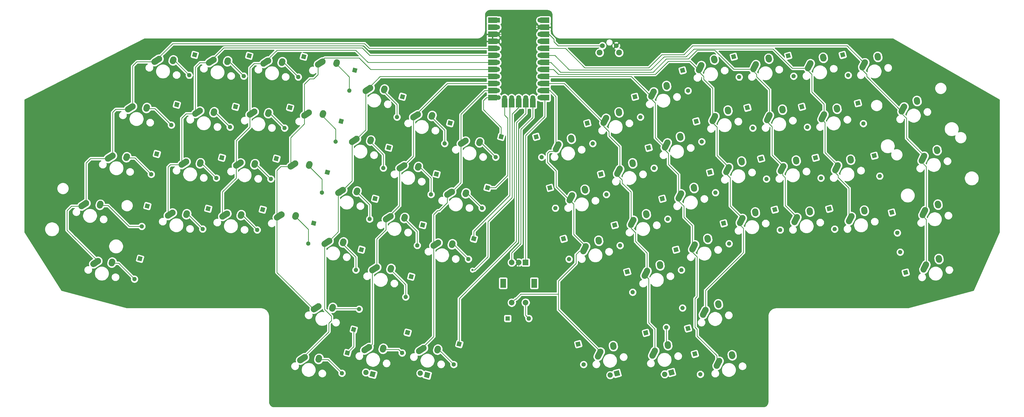
<source format=gtl>
%TF.GenerationSoftware,KiCad,Pcbnew,(5.1.9)-1*%
%TF.CreationDate,2022-03-20T18:05:12-04:00*%
%TF.ProjectId,essence-pcb-rev_1,65737365-6e63-4652-9d70-63622d726576,rev?*%
%TF.SameCoordinates,Original*%
%TF.FileFunction,Copper,L1,Top*%
%TF.FilePolarity,Positive*%
%FSLAX46Y46*%
G04 Gerber Fmt 4.6, Leading zero omitted, Abs format (unit mm)*
G04 Created by KiCad (PCBNEW (5.1.9)-1) date 2022-03-20 18:05:12*
%MOMM*%
%LPD*%
G01*
G04 APERTURE LIST*
%TA.AperFunction,ComponentPad*%
%ADD10C,2.100000*%
%TD*%
%TA.AperFunction,ComponentPad*%
%ADD11C,1.750000*%
%TD*%
%TA.AperFunction,SMDPad,CuDef*%
%ADD12R,2.000000X3.250000*%
%TD*%
%TA.AperFunction,SMDPad,CuDef*%
%ADD13R,3.250000X2.000000*%
%TD*%
%TA.AperFunction,ComponentPad*%
%ADD14C,1.752600*%
%TD*%
%TA.AperFunction,ComponentPad*%
%ADD15R,1.752600X1.752600*%
%TD*%
%TA.AperFunction,ComponentPad*%
%ADD16C,2.000000*%
%TD*%
%TA.AperFunction,ComponentPad*%
%ADD17R,2.000000X3.200000*%
%TD*%
%TA.AperFunction,ComponentPad*%
%ADD18R,2.000000X2.000000*%
%TD*%
%TA.AperFunction,ComponentPad*%
%ADD19C,2.250000*%
%TD*%
%TA.AperFunction,ComponentPad*%
%ADD20C,1.905000*%
%TD*%
%TA.AperFunction,ComponentPad*%
%ADD21C,0.100000*%
%TD*%
%TA.AperFunction,ComponentPad*%
%ADD22O,1.600000X1.600000*%
%TD*%
%TA.AperFunction,ComponentPad*%
%ADD23R,1.600000X1.600000*%
%TD*%
%TA.AperFunction,ViaPad*%
%ADD24C,0.800000*%
%TD*%
%TA.AperFunction,Conductor*%
%ADD25C,0.250000*%
%TD*%
%TA.AperFunction,Conductor*%
%ADD26C,0.254000*%
%TD*%
%TA.AperFunction,Conductor*%
%ADD27C,0.100000*%
%TD*%
G04 APERTURE END LIST*
D10*
%TO.P,SW-Rst1,*%
%TO.N,*%
X243475000Y-46940000D03*
D11*
%TO.P,SW-Rst1,1*%
%TO.N,Net-(SW-Rst1-Pad1)*%
X244475000Y-44450000D03*
%TO.P,SW-Rst1,2*%
%TO.N,GND*%
X249475000Y-44450000D03*
D10*
%TO.P,SW-Rst1,*%
%TO.N,*%
X250485000Y-46940000D03*
%TD*%
D12*
%TO.P,U1,29*%
%TO.N,Enc1*%
X219392500Y-65087500D03*
%TO.P,U1,28*%
%TO.N,Row4*%
X216852500Y-65087500D03*
%TO.P,U1,27*%
%TO.N,Row3*%
X214312500Y-65087500D03*
%TO.P,U1,26*%
%TO.N,Row2*%
X211772500Y-65087500D03*
%TO.P,U1,25*%
%TO.N,Row1*%
X209232500Y-65087500D03*
D13*
%TO.P,U1,24*%
%TO.N,Net-(U1-Pad24)*%
X223710500Y-35242500D03*
%TO.P,U1,23*%
%TO.N,GND*%
X223710500Y-37782500D03*
%TO.P,U1,22*%
%TO.N,Net-(SW-Rst1-Pad1)*%
X223710500Y-40322500D03*
%TO.P,U1,21*%
%TO.N,Net-(U1-Pad21)*%
X223710500Y-42862500D03*
%TO.P,U1,20*%
%TO.N,Col13*%
X223710500Y-45402500D03*
%TO.P,U1,19*%
%TO.N,Col12*%
X223710500Y-47942500D03*
%TO.P,U1,18*%
%TO.N,Col11*%
X223710500Y-50482500D03*
%TO.P,U1,17*%
%TO.N,Col10*%
X223710500Y-53022500D03*
%TO.P,U1,16*%
%TO.N,Col9*%
X223710500Y-55562500D03*
%TO.P,U1,15*%
%TO.N,Col8*%
X223710500Y-58102500D03*
%TO.P,U1,14*%
%TO.N,Col7*%
X223710500Y-60642500D03*
%TO.P,U1,13*%
%TO.N,Enc0*%
X223710500Y-63182500D03*
%TO.P,U1,12*%
%TO.N,Row0*%
X204914500Y-63182500D03*
%TO.P,U1,11*%
%TO.N,Col6*%
X204914500Y-60642500D03*
%TO.P,U1,10*%
%TO.N,Col5*%
X204914500Y-58102500D03*
%TO.P,U1,9*%
%TO.N,Col4*%
X204914500Y-55562500D03*
%TO.P,U1,8*%
%TO.N,Col3*%
X204914500Y-53022500D03*
%TO.P,U1,7*%
%TO.N,Col2*%
X204914500Y-50482500D03*
%TO.P,U1,6*%
%TO.N,Col1*%
X204914500Y-47942500D03*
%TO.P,U1,5*%
%TO.N,Col0*%
X204914500Y-45402500D03*
%TO.P,U1,4*%
%TO.N,GND*%
X204914500Y-42862500D03*
%TO.P,U1,3*%
X204914500Y-40322500D03*
%TO.P,U1,2*%
%TO.N,Net-(U1-Pad2)*%
X204914500Y-37782500D03*
%TO.P,U1,1*%
%TO.N,Net-(U1-Pad1)*%
X204914500Y-35242500D03*
D14*
%TO.P,U1,25*%
%TO.N,Row1*%
X209232500Y-63182500D03*
%TO.P,U1,26*%
%TO.N,Row2*%
X211772500Y-63182500D03*
%TO.P,U1,27*%
%TO.N,Row3*%
X214312500Y-63182500D03*
%TO.P,U1,28*%
%TO.N,Row4*%
X216852500Y-63182500D03*
%TO.P,U1,29*%
%TO.N,Enc1*%
X219392500Y-63182500D03*
%TO.P,U1,24*%
%TO.N,Net-(U1-Pad24)*%
X221932500Y-35242500D03*
%TO.P,U1,12*%
%TO.N,Row0*%
X206921100Y-63182500D03*
%TO.P,U1,23*%
%TO.N,GND*%
X221932500Y-37782500D03*
%TO.P,U1,22*%
%TO.N,Net-(SW-Rst1-Pad1)*%
X221932500Y-40322500D03*
%TO.P,U1,21*%
%TO.N,Net-(U1-Pad21)*%
X221932500Y-42862500D03*
%TO.P,U1,20*%
%TO.N,Col13*%
X221932500Y-45402500D03*
%TO.P,U1,19*%
%TO.N,Col12*%
X221932500Y-47942500D03*
%TO.P,U1,18*%
%TO.N,Col11*%
X221932500Y-50482500D03*
%TO.P,U1,17*%
%TO.N,Col10*%
X221932500Y-53022500D03*
%TO.P,U1,16*%
%TO.N,Col9*%
X221932500Y-55562500D03*
%TO.P,U1,15*%
%TO.N,Col8*%
X221932500Y-58102500D03*
%TO.P,U1,14*%
%TO.N,Col7*%
X221932500Y-60642500D03*
%TO.P,U1,13*%
%TO.N,Enc0*%
X221932500Y-63182500D03*
%TO.P,U1,11*%
%TO.N,Col6*%
X206692500Y-60642500D03*
%TO.P,U1,10*%
%TO.N,Col5*%
X206692500Y-58102500D03*
%TO.P,U1,9*%
%TO.N,Col4*%
X206692500Y-55562500D03*
%TO.P,U1,8*%
%TO.N,Col3*%
X206692500Y-53022500D03*
%TO.P,U1,7*%
%TO.N,Col2*%
X206692500Y-50482500D03*
%TO.P,U1,6*%
%TO.N,Col1*%
X206692500Y-47942500D03*
%TO.P,U1,5*%
%TO.N,Col0*%
X206692500Y-45402500D03*
%TO.P,U1,4*%
%TO.N,GND*%
X206692500Y-42862500D03*
%TO.P,U1,3*%
X206692500Y-40322500D03*
%TO.P,U1,2*%
%TO.N,Net-(U1-Pad2)*%
X206692500Y-37782500D03*
D15*
%TO.P,U1,1*%
%TO.N,Net-(U1-Pad1)*%
X206692500Y-35242500D03*
%TD*%
D16*
%TO.P,SW1,S1*%
%TO.N,Col7*%
X211812500Y-137175000D03*
%TO.P,SW1,S2*%
%TO.N,Net-(D73(Encoder)1-Pad2)*%
X216812500Y-137175000D03*
D17*
%TO.P,SW1,MP*%
%TO.N,N/C*%
X208712500Y-130175000D03*
X219912500Y-130175000D03*
D16*
%TO.P,SW1,B*%
%TO.N,Enc1*%
X211812500Y-122675000D03*
%TO.P,SW1,C*%
%TO.N,GND*%
X214312500Y-122675000D03*
D18*
%TO.P,SW1,A*%
%TO.N,Enc0*%
X216812500Y-122675000D03*
%TD*%
D19*
%TO.P,MX-134,1*%
%TO.N,Col13*%
X361052997Y-123467378D03*
%TA.AperFunction,ComponentPad*%
G36*
G01*
X359656521Y-126219955D02*
X359656514Y-126219952D01*
G75*
G02*
X359162241Y-124707687I508996J1003269D01*
G01*
X360049729Y-122958383D01*
G75*
G02*
X361561994Y-122464110I1003269J-508996D01*
G01*
X361561994Y-122464110D01*
G75*
G02*
X362056267Y-123976375I-508996J-1003269D01*
G01*
X361168779Y-125725679D01*
G75*
G02*
X359656514Y-126219952I-1003269J508996D01*
G01*
G37*
%TD.AperFunction*%
%TO.P,MX-134,2*%
%TO.N,Net-(D134-Pad2)*%
X365641739Y-121119730D03*
%TA.AperFunction,ComponentPad*%
G36*
G01*
X365969804Y-122794274D02*
X365968933Y-122794445D01*
G75*
G02*
X364649092Y-121906036I-215716J1104125D01*
G01*
X364537614Y-121335446D01*
G75*
G02*
X365426023Y-120015605I1104125J215716D01*
G01*
X365426023Y-120015605D01*
G75*
G02*
X366745864Y-120904014I215716J-1104125D01*
G01*
X366857342Y-121474604D01*
G75*
G02*
X365968933Y-122794445I-1104125J-215716D01*
G01*
G37*
%TD.AperFunction*%
%TD*%
%TO.P,MX-133,1*%
%TO.N,Col13*%
X360722715Y-103833865D03*
%TA.AperFunction,ComponentPad*%
G36*
G01*
X359326239Y-106586442D02*
X359326232Y-106586439D01*
G75*
G02*
X358831959Y-105074174I508996J1003269D01*
G01*
X359719447Y-103324870D01*
G75*
G02*
X361231712Y-102830597I1003269J-508996D01*
G01*
X361231712Y-102830597D01*
G75*
G02*
X361725985Y-104342862I-508996J-1003269D01*
G01*
X360838497Y-106092166D01*
G75*
G02*
X359326232Y-106586439I-1003269J508996D01*
G01*
G37*
%TD.AperFunction*%
%TO.P,MX-133,2*%
%TO.N,Net-(D133-Pad2)*%
X365311457Y-101486217D03*
%TA.AperFunction,ComponentPad*%
G36*
G01*
X365639522Y-103160761D02*
X365638651Y-103160932D01*
G75*
G02*
X364318810Y-102272523I-215716J1104125D01*
G01*
X364207332Y-101701933D01*
G75*
G02*
X365095741Y-100382092I1104125J215716D01*
G01*
X365095741Y-100382092D01*
G75*
G02*
X366415582Y-101270501I215716J-1104125D01*
G01*
X366527060Y-101841091D01*
G75*
G02*
X365638651Y-103160932I-1104125J-215716D01*
G01*
G37*
%TD.AperFunction*%
%TD*%
%TO.P,MX-132,1*%
%TO.N,Col13*%
X360392434Y-84200353D03*
%TA.AperFunction,ComponentPad*%
G36*
G01*
X358995958Y-86952930D02*
X358995951Y-86952927D01*
G75*
G02*
X358501678Y-85440662I508996J1003269D01*
G01*
X359389166Y-83691358D01*
G75*
G02*
X360901431Y-83197085I1003269J-508996D01*
G01*
X360901431Y-83197085D01*
G75*
G02*
X361395704Y-84709350I-508996J-1003269D01*
G01*
X360508216Y-86458654D01*
G75*
G02*
X358995951Y-86952927I-1003269J508996D01*
G01*
G37*
%TD.AperFunction*%
%TO.P,MX-132,2*%
%TO.N,Net-(D132-Pad2)*%
X364981176Y-81852705D03*
%TA.AperFunction,ComponentPad*%
G36*
G01*
X365309241Y-83527249D02*
X365308370Y-83527420D01*
G75*
G02*
X363988529Y-82639011I-215716J1104125D01*
G01*
X363877051Y-82068421D01*
G75*
G02*
X364765460Y-80748580I1104125J215716D01*
G01*
X364765460Y-80748580D01*
G75*
G02*
X366085301Y-81636989I215716J-1104125D01*
G01*
X366196779Y-82207579D01*
G75*
G02*
X365308370Y-83527420I-1104125J-215716D01*
G01*
G37*
%TD.AperFunction*%
%TD*%
%TO.P,MX-131,1*%
%TO.N,Col13*%
X353161821Y-66415778D03*
%TA.AperFunction,ComponentPad*%
G36*
G01*
X351765345Y-69168355D02*
X351765338Y-69168352D01*
G75*
G02*
X351271065Y-67656087I508996J1003269D01*
G01*
X352158553Y-65906783D01*
G75*
G02*
X353670818Y-65412510I1003269J-508996D01*
G01*
X353670818Y-65412510D01*
G75*
G02*
X354165091Y-66924775I-508996J-1003269D01*
G01*
X353277603Y-68674079D01*
G75*
G02*
X351765338Y-69168352I-1003269J508996D01*
G01*
G37*
%TD.AperFunction*%
%TO.P,MX-131,2*%
%TO.N,Net-(D131-Pad2)*%
X357750563Y-64068130D03*
%TA.AperFunction,ComponentPad*%
G36*
G01*
X358078628Y-65742674D02*
X358077757Y-65742845D01*
G75*
G02*
X356757916Y-64854436I-215716J1104125D01*
G01*
X356646438Y-64283846D01*
G75*
G02*
X357534847Y-62964005I1104125J215716D01*
G01*
X357534847Y-62964005D01*
G75*
G02*
X358854688Y-63852414I215716J-1104125D01*
G01*
X358966166Y-64423004D01*
G75*
G02*
X358077757Y-65742845I-1104125J-215716D01*
G01*
G37*
%TD.AperFunction*%
%TD*%
%TO.P,MX-130,1*%
%TO.N,Col13*%
X339030874Y-50480143D03*
%TA.AperFunction,ComponentPad*%
G36*
G01*
X337634398Y-53232720D02*
X337634391Y-53232717D01*
G75*
G02*
X337140118Y-51720452I508996J1003269D01*
G01*
X338027606Y-49971148D01*
G75*
G02*
X339539871Y-49476875I1003269J-508996D01*
G01*
X339539871Y-49476875D01*
G75*
G02*
X340034144Y-50989140I-508996J-1003269D01*
G01*
X339146656Y-52738444D01*
G75*
G02*
X337634391Y-53232717I-1003269J508996D01*
G01*
G37*
%TD.AperFunction*%
%TO.P,MX-130,2*%
%TO.N,Net-(D130-Pad2)*%
X343619616Y-48132495D03*
%TA.AperFunction,ComponentPad*%
G36*
G01*
X343947681Y-49807039D02*
X343946810Y-49807210D01*
G75*
G02*
X342626969Y-48918801I-215716J1104125D01*
G01*
X342515491Y-48348211D01*
G75*
G02*
X343403900Y-47028370I1104125J215716D01*
G01*
X343403900Y-47028370D01*
G75*
G02*
X344723741Y-47916779I215716J-1104125D01*
G01*
X344835219Y-48487369D01*
G75*
G02*
X343946810Y-49807210I-1104125J-215716D01*
G01*
G37*
%TD.AperFunction*%
%TD*%
%TO.P,MX-123,1*%
%TO.N,Col12*%
X334188870Y-106013085D03*
%TA.AperFunction,ComponentPad*%
G36*
G01*
X332792394Y-108765662D02*
X332792387Y-108765659D01*
G75*
G02*
X332298114Y-107253394I508996J1003269D01*
G01*
X333185602Y-105504090D01*
G75*
G02*
X334697867Y-105009817I1003269J-508996D01*
G01*
X334697867Y-105009817D01*
G75*
G02*
X335192140Y-106522082I-508996J-1003269D01*
G01*
X334304652Y-108271386D01*
G75*
G02*
X332792387Y-108765659I-1003269J508996D01*
G01*
G37*
%TD.AperFunction*%
%TO.P,MX-123,2*%
%TO.N,Net-(D123-Pad2)*%
X338777612Y-103665437D03*
%TA.AperFunction,ComponentPad*%
G36*
G01*
X339105677Y-105339981D02*
X339104806Y-105340152D01*
G75*
G02*
X337784965Y-104451743I-215716J1104125D01*
G01*
X337673487Y-103881153D01*
G75*
G02*
X338561896Y-102561312I1104125J215716D01*
G01*
X338561896Y-102561312D01*
G75*
G02*
X339881737Y-103449721I215716J-1104125D01*
G01*
X339993215Y-104020311D01*
G75*
G02*
X339104806Y-105340152I-1104125J-215716D01*
G01*
G37*
%TD.AperFunction*%
%TD*%
%TO.P,MX-122,1*%
%TO.N,Col12*%
X329258367Y-87612198D03*
%TA.AperFunction,ComponentPad*%
G36*
G01*
X327861891Y-90364775D02*
X327861884Y-90364772D01*
G75*
G02*
X327367611Y-88852507I508996J1003269D01*
G01*
X328255099Y-87103203D01*
G75*
G02*
X329767364Y-86608930I1003269J-508996D01*
G01*
X329767364Y-86608930D01*
G75*
G02*
X330261637Y-88121195I-508996J-1003269D01*
G01*
X329374149Y-89870499D01*
G75*
G02*
X327861884Y-90364772I-1003269J508996D01*
G01*
G37*
%TD.AperFunction*%
%TO.P,MX-122,2*%
%TO.N,Net-(D122-Pad2)*%
X333847109Y-85264550D03*
%TA.AperFunction,ComponentPad*%
G36*
G01*
X334175174Y-86939094D02*
X334174303Y-86939265D01*
G75*
G02*
X332854462Y-86050856I-215716J1104125D01*
G01*
X332742984Y-85480266D01*
G75*
G02*
X333631393Y-84160425I1104125J215716D01*
G01*
X333631393Y-84160425D01*
G75*
G02*
X334951234Y-85048834I215716J-1104125D01*
G01*
X335062712Y-85619424D01*
G75*
G02*
X334174303Y-86939265I-1104125J-215716D01*
G01*
G37*
%TD.AperFunction*%
%TD*%
%TO.P,MX-121,1*%
%TO.N,Col12*%
X324327865Y-69211311D03*
%TA.AperFunction,ComponentPad*%
G36*
G01*
X322931389Y-71963888D02*
X322931382Y-71963885D01*
G75*
G02*
X322437109Y-70451620I508996J1003269D01*
G01*
X323324597Y-68702316D01*
G75*
G02*
X324836862Y-68208043I1003269J-508996D01*
G01*
X324836862Y-68208043D01*
G75*
G02*
X325331135Y-69720308I-508996J-1003269D01*
G01*
X324443647Y-71469612D01*
G75*
G02*
X322931382Y-71963885I-1003269J508996D01*
G01*
G37*
%TD.AperFunction*%
%TO.P,MX-121,2*%
%TO.N,Net-(D121-Pad2)*%
X328916607Y-66863663D03*
%TA.AperFunction,ComponentPad*%
G36*
G01*
X329244672Y-68538207D02*
X329243801Y-68538378D01*
G75*
G02*
X327923960Y-67649969I-215716J1104125D01*
G01*
X327812482Y-67079379D01*
G75*
G02*
X328700891Y-65759538I1104125J215716D01*
G01*
X328700891Y-65759538D01*
G75*
G02*
X330020732Y-66647947I215716J-1104125D01*
G01*
X330132210Y-67218537D01*
G75*
G02*
X329243801Y-68538378I-1104125J-215716D01*
G01*
G37*
%TD.AperFunction*%
%TD*%
%TO.P,MX-120,1*%
%TO.N,Col12*%
X319397362Y-50810424D03*
%TA.AperFunction,ComponentPad*%
G36*
G01*
X318000886Y-53563001D02*
X318000879Y-53562998D01*
G75*
G02*
X317506606Y-52050733I508996J1003269D01*
G01*
X318394094Y-50301429D01*
G75*
G02*
X319906359Y-49807156I1003269J-508996D01*
G01*
X319906359Y-49807156D01*
G75*
G02*
X320400632Y-51319421I-508996J-1003269D01*
G01*
X319513144Y-53068725D01*
G75*
G02*
X318000879Y-53562998I-1003269J508996D01*
G01*
G37*
%TD.AperFunction*%
%TO.P,MX-120,2*%
%TO.N,Net-(D120-Pad2)*%
X323986104Y-48462776D03*
%TA.AperFunction,ComponentPad*%
G36*
G01*
X324314169Y-50137320D02*
X324313298Y-50137491D01*
G75*
G02*
X322993457Y-49249082I-215716J1104125D01*
G01*
X322881979Y-48678492D01*
G75*
G02*
X323770388Y-47358651I1104125J215716D01*
G01*
X323770388Y-47358651D01*
G75*
G02*
X325090229Y-48247060I215716J-1104125D01*
G01*
X325201707Y-48817650D01*
G75*
G02*
X324313298Y-50137491I-1104125J-215716D01*
G01*
G37*
%TD.AperFunction*%
%TD*%
%TO.P,MX-113,1*%
%TO.N,Col11*%
X314555357Y-106343366D03*
%TA.AperFunction,ComponentPad*%
G36*
G01*
X313158881Y-109095943D02*
X313158874Y-109095940D01*
G75*
G02*
X312664601Y-107583675I508996J1003269D01*
G01*
X313552089Y-105834371D01*
G75*
G02*
X315064354Y-105340098I1003269J-508996D01*
G01*
X315064354Y-105340098D01*
G75*
G02*
X315558627Y-106852363I-508996J-1003269D01*
G01*
X314671139Y-108601667D01*
G75*
G02*
X313158874Y-109095940I-1003269J508996D01*
G01*
G37*
%TD.AperFunction*%
%TO.P,MX-113,2*%
%TO.N,Net-(D113-Pad2)*%
X319144099Y-103995718D03*
%TA.AperFunction,ComponentPad*%
G36*
G01*
X319472164Y-105670262D02*
X319471293Y-105670433D01*
G75*
G02*
X318151452Y-104782024I-215716J1104125D01*
G01*
X318039974Y-104211434D01*
G75*
G02*
X318928383Y-102891593I1104125J215716D01*
G01*
X318928383Y-102891593D01*
G75*
G02*
X320248224Y-103780002I215716J-1104125D01*
G01*
X320359702Y-104350592D01*
G75*
G02*
X319471293Y-105670433I-1104125J-215716D01*
G01*
G37*
%TD.AperFunction*%
%TD*%
%TO.P,MX-112,1*%
%TO.N,Col11*%
X309624855Y-87942479D03*
%TA.AperFunction,ComponentPad*%
G36*
G01*
X308228379Y-90695056D02*
X308228372Y-90695053D01*
G75*
G02*
X307734099Y-89182788I508996J1003269D01*
G01*
X308621587Y-87433484D01*
G75*
G02*
X310133852Y-86939211I1003269J-508996D01*
G01*
X310133852Y-86939211D01*
G75*
G02*
X310628125Y-88451476I-508996J-1003269D01*
G01*
X309740637Y-90200780D01*
G75*
G02*
X308228372Y-90695053I-1003269J508996D01*
G01*
G37*
%TD.AperFunction*%
%TO.P,MX-112,2*%
%TO.N,Net-(D112-Pad2)*%
X314213597Y-85594831D03*
%TA.AperFunction,ComponentPad*%
G36*
G01*
X314541662Y-87269375D02*
X314540791Y-87269546D01*
G75*
G02*
X313220950Y-86381137I-215716J1104125D01*
G01*
X313109472Y-85810547D01*
G75*
G02*
X313997881Y-84490706I1104125J215716D01*
G01*
X313997881Y-84490706D01*
G75*
G02*
X315317722Y-85379115I215716J-1104125D01*
G01*
X315429200Y-85949705D01*
G75*
G02*
X314540791Y-87269546I-1104125J-215716D01*
G01*
G37*
%TD.AperFunction*%
%TD*%
%TO.P,MX-111,1*%
%TO.N,Col11*%
X304694352Y-69541592D03*
%TA.AperFunction,ComponentPad*%
G36*
G01*
X303297876Y-72294169D02*
X303297869Y-72294166D01*
G75*
G02*
X302803596Y-70781901I508996J1003269D01*
G01*
X303691084Y-69032597D01*
G75*
G02*
X305203349Y-68538324I1003269J-508996D01*
G01*
X305203349Y-68538324D01*
G75*
G02*
X305697622Y-70050589I-508996J-1003269D01*
G01*
X304810134Y-71799893D01*
G75*
G02*
X303297869Y-72294166I-1003269J508996D01*
G01*
G37*
%TD.AperFunction*%
%TO.P,MX-111,2*%
%TO.N,Net-(D111-Pad2)*%
X309283094Y-67193944D03*
%TA.AperFunction,ComponentPad*%
G36*
G01*
X309611159Y-68868488D02*
X309610288Y-68868659D01*
G75*
G02*
X308290447Y-67980250I-215716J1104125D01*
G01*
X308178969Y-67409660D01*
G75*
G02*
X309067378Y-66089819I1104125J215716D01*
G01*
X309067378Y-66089819D01*
G75*
G02*
X310387219Y-66978228I215716J-1104125D01*
G01*
X310498697Y-67548818D01*
G75*
G02*
X309610288Y-68868659I-1104125J-215716D01*
G01*
G37*
%TD.AperFunction*%
%TD*%
%TO.P,MX-110,1*%
%TO.N,Col11*%
X299763849Y-51140705D03*
%TA.AperFunction,ComponentPad*%
G36*
G01*
X298367373Y-53893282D02*
X298367366Y-53893279D01*
G75*
G02*
X297873093Y-52381014I508996J1003269D01*
G01*
X298760581Y-50631710D01*
G75*
G02*
X300272846Y-50137437I1003269J-508996D01*
G01*
X300272846Y-50137437D01*
G75*
G02*
X300767119Y-51649702I-508996J-1003269D01*
G01*
X299879631Y-53399006D01*
G75*
G02*
X298367366Y-53893279I-1003269J508996D01*
G01*
G37*
%TD.AperFunction*%
%TO.P,MX-110,2*%
%TO.N,Net-(D110-Pad2)*%
X304352591Y-48793057D03*
%TA.AperFunction,ComponentPad*%
G36*
G01*
X304680656Y-50467601D02*
X304679785Y-50467772D01*
G75*
G02*
X303359944Y-49579363I-215716J1104125D01*
G01*
X303248466Y-49008773D01*
G75*
G02*
X304136875Y-47688932I1104125J215716D01*
G01*
X304136875Y-47688932D01*
G75*
G02*
X305456716Y-48577341I215716J-1104125D01*
G01*
X305568194Y-49147931D01*
G75*
G02*
X304679785Y-50467772I-1104125J-215716D01*
G01*
G37*
%TD.AperFunction*%
%TD*%
%TO.P,MX-104,1*%
%TO.N,Col10*%
X281616601Y-139821793D03*
%TA.AperFunction,ComponentPad*%
G36*
G01*
X280220125Y-142574370D02*
X280220118Y-142574367D01*
G75*
G02*
X279725845Y-141062102I508996J1003269D01*
G01*
X280613333Y-139312798D01*
G75*
G02*
X282125598Y-138818525I1003269J-508996D01*
G01*
X282125598Y-138818525D01*
G75*
G02*
X282619871Y-140330790I-508996J-1003269D01*
G01*
X281732383Y-142080094D01*
G75*
G02*
X280220118Y-142574367I-1003269J508996D01*
G01*
G37*
%TD.AperFunction*%
%TO.P,MX-104,2*%
%TO.N,Net-(D104-Pad2)*%
X286205343Y-137474145D03*
%TA.AperFunction,ComponentPad*%
G36*
G01*
X286533408Y-139148689D02*
X286532537Y-139148860D01*
G75*
G02*
X285212696Y-138260451I-215716J1104125D01*
G01*
X285101218Y-137689861D01*
G75*
G02*
X285989627Y-136370020I1104125J215716D01*
G01*
X285989627Y-136370020D01*
G75*
G02*
X287309468Y-137258429I215716J-1104125D01*
G01*
X287420946Y-137829019D01*
G75*
G02*
X286532537Y-139148860I-1104125J-215716D01*
G01*
G37*
%TD.AperFunction*%
%TD*%
%TO.P,MX-103,1*%
%TO.N,Col10*%
X294921845Y-106673647D03*
%TA.AperFunction,ComponentPad*%
G36*
G01*
X293525369Y-109426224D02*
X293525362Y-109426221D01*
G75*
G02*
X293031089Y-107913956I508996J1003269D01*
G01*
X293918577Y-106164652D01*
G75*
G02*
X295430842Y-105670379I1003269J-508996D01*
G01*
X295430842Y-105670379D01*
G75*
G02*
X295925115Y-107182644I-508996J-1003269D01*
G01*
X295037627Y-108931948D01*
G75*
G02*
X293525362Y-109426221I-1003269J508996D01*
G01*
G37*
%TD.AperFunction*%
%TO.P,MX-103,2*%
%TO.N,Net-(D103-Pad2)*%
X299510587Y-104325999D03*
%TA.AperFunction,ComponentPad*%
G36*
G01*
X299838652Y-106000543D02*
X299837781Y-106000714D01*
G75*
G02*
X298517940Y-105112305I-215716J1104125D01*
G01*
X298406462Y-104541715D01*
G75*
G02*
X299294871Y-103221874I1104125J215716D01*
G01*
X299294871Y-103221874D01*
G75*
G02*
X300614712Y-104110283I215716J-1104125D01*
G01*
X300726190Y-104680873D01*
G75*
G02*
X299837781Y-106000714I-1104125J-215716D01*
G01*
G37*
%TD.AperFunction*%
%TD*%
%TO.P,MX-102,1*%
%TO.N,Col10*%
X289991342Y-88272760D03*
%TA.AperFunction,ComponentPad*%
G36*
G01*
X288594866Y-91025337D02*
X288594859Y-91025334D01*
G75*
G02*
X288100586Y-89513069I508996J1003269D01*
G01*
X288988074Y-87763765D01*
G75*
G02*
X290500339Y-87269492I1003269J-508996D01*
G01*
X290500339Y-87269492D01*
G75*
G02*
X290994612Y-88781757I-508996J-1003269D01*
G01*
X290107124Y-90531061D01*
G75*
G02*
X288594859Y-91025334I-1003269J508996D01*
G01*
G37*
%TD.AperFunction*%
%TO.P,MX-102,2*%
%TO.N,Net-(D102-Pad2)*%
X294580084Y-85925112D03*
%TA.AperFunction,ComponentPad*%
G36*
G01*
X294908149Y-87599656D02*
X294907278Y-87599827D01*
G75*
G02*
X293587437Y-86711418I-215716J1104125D01*
G01*
X293475959Y-86140828D01*
G75*
G02*
X294364368Y-84820987I1104125J215716D01*
G01*
X294364368Y-84820987D01*
G75*
G02*
X295684209Y-85709396I215716J-1104125D01*
G01*
X295795687Y-86279986D01*
G75*
G02*
X294907278Y-87599827I-1104125J-215716D01*
G01*
G37*
%TD.AperFunction*%
%TD*%
%TO.P,MX-101,1*%
%TO.N,Col10*%
X285060839Y-69871873D03*
%TA.AperFunction,ComponentPad*%
G36*
G01*
X283664363Y-72624450D02*
X283664356Y-72624447D01*
G75*
G02*
X283170083Y-71112182I508996J1003269D01*
G01*
X284057571Y-69362878D01*
G75*
G02*
X285569836Y-68868605I1003269J-508996D01*
G01*
X285569836Y-68868605D01*
G75*
G02*
X286064109Y-70380870I-508996J-1003269D01*
G01*
X285176621Y-72130174D01*
G75*
G02*
X283664356Y-72624447I-1003269J508996D01*
G01*
G37*
%TD.AperFunction*%
%TO.P,MX-101,2*%
%TO.N,Net-(D101-Pad2)*%
X289649581Y-67524225D03*
%TA.AperFunction,ComponentPad*%
G36*
G01*
X289977646Y-69198769D02*
X289976775Y-69198940D01*
G75*
G02*
X288656934Y-68310531I-215716J1104125D01*
G01*
X288545456Y-67739941D01*
G75*
G02*
X289433865Y-66420100I1104125J215716D01*
G01*
X289433865Y-66420100D01*
G75*
G02*
X290753706Y-67308509I215716J-1104125D01*
G01*
X290865184Y-67879099D01*
G75*
G02*
X289976775Y-69198940I-1104125J-215716D01*
G01*
G37*
%TD.AperFunction*%
%TD*%
%TO.P,MX-100,1*%
%TO.N,Col10*%
X280130336Y-51470986D03*
%TA.AperFunction,ComponentPad*%
G36*
G01*
X278733860Y-54223563D02*
X278733853Y-54223560D01*
G75*
G02*
X278239580Y-52711295I508996J1003269D01*
G01*
X279127068Y-50961991D01*
G75*
G02*
X280639333Y-50467718I1003269J-508996D01*
G01*
X280639333Y-50467718D01*
G75*
G02*
X281133606Y-51979983I-508996J-1003269D01*
G01*
X280246118Y-53729287D01*
G75*
G02*
X278733853Y-54223560I-1003269J508996D01*
G01*
G37*
%TD.AperFunction*%
%TO.P,MX-100,2*%
%TO.N,Net-(D100-Pad2)*%
X284719078Y-49123338D03*
%TA.AperFunction,ComponentPad*%
G36*
G01*
X285047143Y-50797882D02*
X285046272Y-50798053D01*
G75*
G02*
X283726431Y-49909644I-215716J1104125D01*
G01*
X283614953Y-49339054D01*
G75*
G02*
X284503362Y-48019213I1104125J215716D01*
G01*
X284503362Y-48019213D01*
G75*
G02*
X285823203Y-48907622I215716J-1104125D01*
G01*
X285934681Y-49478212D01*
G75*
G02*
X285046272Y-50798053I-1104125J-215716D01*
G01*
G37*
%TD.AperFunction*%
%TD*%
%TO.P,MX-94,1*%
%TO.N,Col9*%
X286547104Y-158222680D03*
%TA.AperFunction,ComponentPad*%
G36*
G01*
X285150628Y-160975257D02*
X285150621Y-160975254D01*
G75*
G02*
X284656348Y-159462989I508996J1003269D01*
G01*
X285543836Y-157713685D01*
G75*
G02*
X287056101Y-157219412I1003269J-508996D01*
G01*
X287056101Y-157219412D01*
G75*
G02*
X287550374Y-158731677I-508996J-1003269D01*
G01*
X286662886Y-160480981D01*
G75*
G02*
X285150621Y-160975254I-1003269J508996D01*
G01*
G37*
%TD.AperFunction*%
%TO.P,MX-94,2*%
%TO.N,Net-(D94-Pad2)*%
X291135846Y-155875032D03*
%TA.AperFunction,ComponentPad*%
G36*
G01*
X291463911Y-157549576D02*
X291463040Y-157549747D01*
G75*
G02*
X290143199Y-156661338I-215716J1104125D01*
G01*
X290031721Y-156090748D01*
G75*
G02*
X290920130Y-154770907I1104125J215716D01*
G01*
X290920130Y-154770907D01*
G75*
G02*
X292239971Y-155659316I215716J-1104125D01*
G01*
X292351449Y-156229906D01*
G75*
G02*
X291463040Y-157549747I-1104125J-215716D01*
G01*
G37*
%TD.AperFunction*%
%TD*%
%TO.P,MX-93,1*%
%TO.N,Col9*%
X277753583Y-116204372D03*
%TA.AperFunction,ComponentPad*%
G36*
G01*
X276357107Y-118956949D02*
X276357100Y-118956946D01*
G75*
G02*
X275862827Y-117444681I508996J1003269D01*
G01*
X276750315Y-115695377D01*
G75*
G02*
X278262580Y-115201104I1003269J-508996D01*
G01*
X278262580Y-115201104D01*
G75*
G02*
X278756853Y-116713369I-508996J-1003269D01*
G01*
X277869365Y-118462673D01*
G75*
G02*
X276357100Y-118956946I-1003269J508996D01*
G01*
G37*
%TD.AperFunction*%
%TO.P,MX-93,2*%
%TO.N,Net-(D93-Pad2)*%
X282342325Y-113856724D03*
%TA.AperFunction,ComponentPad*%
G36*
G01*
X282670390Y-115531268D02*
X282669519Y-115531439D01*
G75*
G02*
X281349678Y-114643030I-215716J1104125D01*
G01*
X281238200Y-114072440D01*
G75*
G02*
X282126609Y-112752599I1104125J215716D01*
G01*
X282126609Y-112752599D01*
G75*
G02*
X283446450Y-113641008I215716J-1104125D01*
G01*
X283557928Y-114211598D01*
G75*
G02*
X282669519Y-115531439I-1104125J-215716D01*
G01*
G37*
%TD.AperFunction*%
%TD*%
%TO.P,MX-92,1*%
%TO.N,Col9*%
X272823081Y-97803485D03*
%TA.AperFunction,ComponentPad*%
G36*
G01*
X271426605Y-100556062D02*
X271426598Y-100556059D01*
G75*
G02*
X270932325Y-99043794I508996J1003269D01*
G01*
X271819813Y-97294490D01*
G75*
G02*
X273332078Y-96800217I1003269J-508996D01*
G01*
X273332078Y-96800217D01*
G75*
G02*
X273826351Y-98312482I-508996J-1003269D01*
G01*
X272938863Y-100061786D01*
G75*
G02*
X271426598Y-100556059I-1003269J508996D01*
G01*
G37*
%TD.AperFunction*%
%TO.P,MX-92,2*%
%TO.N,Net-(D92-Pad2)*%
X277411823Y-95455837D03*
%TA.AperFunction,ComponentPad*%
G36*
G01*
X277739888Y-97130381D02*
X277739017Y-97130552D01*
G75*
G02*
X276419176Y-96242143I-215716J1104125D01*
G01*
X276307698Y-95671553D01*
G75*
G02*
X277196107Y-94351712I1104125J215716D01*
G01*
X277196107Y-94351712D01*
G75*
G02*
X278515948Y-95240121I215716J-1104125D01*
G01*
X278627426Y-95810711D01*
G75*
G02*
X277739017Y-97130552I-1104125J-215716D01*
G01*
G37*
%TD.AperFunction*%
%TD*%
%TO.P,MX-91,1*%
%TO.N,Col9*%
X267892578Y-79402598D03*
%TA.AperFunction,ComponentPad*%
G36*
G01*
X266496102Y-82155175D02*
X266496095Y-82155172D01*
G75*
G02*
X266001822Y-80642907I508996J1003269D01*
G01*
X266889310Y-78893603D01*
G75*
G02*
X268401575Y-78399330I1003269J-508996D01*
G01*
X268401575Y-78399330D01*
G75*
G02*
X268895848Y-79911595I-508996J-1003269D01*
G01*
X268008360Y-81660899D01*
G75*
G02*
X266496095Y-82155172I-1003269J508996D01*
G01*
G37*
%TD.AperFunction*%
%TO.P,MX-91,2*%
%TO.N,Net-(D91-Pad2)*%
X272481320Y-77054950D03*
%TA.AperFunction,ComponentPad*%
G36*
G01*
X272809385Y-78729494D02*
X272808514Y-78729665D01*
G75*
G02*
X271488673Y-77841256I-215716J1104125D01*
G01*
X271377195Y-77270666D01*
G75*
G02*
X272265604Y-75950825I1104125J215716D01*
G01*
X272265604Y-75950825D01*
G75*
G02*
X273585445Y-76839234I215716J-1104125D01*
G01*
X273696923Y-77409824D01*
G75*
G02*
X272808514Y-78729665I-1104125J-215716D01*
G01*
G37*
%TD.AperFunction*%
%TD*%
%TO.P,MX-90,1*%
%TO.N,Col9*%
X262962075Y-61001711D03*
%TA.AperFunction,ComponentPad*%
G36*
G01*
X261565599Y-63754288D02*
X261565592Y-63754285D01*
G75*
G02*
X261071319Y-62242020I508996J1003269D01*
G01*
X261958807Y-60492716D01*
G75*
G02*
X263471072Y-59998443I1003269J-508996D01*
G01*
X263471072Y-59998443D01*
G75*
G02*
X263965345Y-61510708I-508996J-1003269D01*
G01*
X263077857Y-63260012D01*
G75*
G02*
X261565592Y-63754285I-1003269J508996D01*
G01*
G37*
%TD.AperFunction*%
%TO.P,MX-90,2*%
%TO.N,Net-(D90-Pad2)*%
X267550817Y-58654063D03*
%TA.AperFunction,ComponentPad*%
G36*
G01*
X267878882Y-60328607D02*
X267878011Y-60328778D01*
G75*
G02*
X266558170Y-59440369I-215716J1104125D01*
G01*
X266446692Y-58869779D01*
G75*
G02*
X267335101Y-57549938I1104125J215716D01*
G01*
X267335101Y-57549938D01*
G75*
G02*
X268654942Y-58438347I215716J-1104125D01*
G01*
X268766420Y-59008937D01*
G75*
G02*
X267878011Y-60328778I-1104125J-215716D01*
G01*
G37*
%TD.AperFunction*%
%TD*%
%TO.P,MX-84,2*%
%TO.N,Net-(D84-Pad2)*%
%TA.AperFunction,ComponentPad*%
G36*
G01*
X268297662Y-153895948D02*
X268296791Y-153896119D01*
G75*
G02*
X266976950Y-153007710I-215716J1104125D01*
G01*
X266865472Y-152437120D01*
G75*
G02*
X267753881Y-151117279I1104125J215716D01*
G01*
X267753881Y-151117279D01*
G75*
G02*
X269073722Y-152005688I215716J-1104125D01*
G01*
X269185200Y-152576278D01*
G75*
G02*
X268296791Y-153896119I-1104125J-215716D01*
G01*
G37*
%TD.AperFunction*%
X267969597Y-152221404D03*
%TO.P,MX-84,1*%
%TO.N,Col8*%
%TA.AperFunction,ComponentPad*%
G36*
G01*
X261984379Y-157321629D02*
X261984372Y-157321626D01*
G75*
G02*
X261490099Y-155809361I508996J1003269D01*
G01*
X262377587Y-154060057D01*
G75*
G02*
X263889852Y-153565784I1003269J-508996D01*
G01*
X263889852Y-153565784D01*
G75*
G02*
X264384125Y-155078049I-508996J-1003269D01*
G01*
X263496637Y-156827353D01*
G75*
G02*
X261984372Y-157321626I-1003269J508996D01*
G01*
G37*
%TD.AperFunction*%
X263380855Y-154569052D03*
D20*
%TO.P,MX-84,3*%
%TO.N,N/C*%
X266919021Y-163021311D03*
%TA.AperFunction,ComponentPad*%
D21*
%TO.P,MX-84,4*%
G36*
X268698954Y-163530480D02*
G01*
X268205904Y-161690392D01*
X270045992Y-161197342D01*
X270539042Y-163037430D01*
X268698954Y-163530480D01*
G37*
%TD.AperFunction*%
%TD*%
D19*
%TO.P,MX-83,1*%
%TO.N,Col8*%
X260585322Y-125735096D03*
%TA.AperFunction,ComponentPad*%
G36*
G01*
X259188846Y-128487673D02*
X259188839Y-128487670D01*
G75*
G02*
X258694566Y-126975405I508996J1003269D01*
G01*
X259582054Y-125226101D01*
G75*
G02*
X261094319Y-124731828I1003269J-508996D01*
G01*
X261094319Y-124731828D01*
G75*
G02*
X261588592Y-126244093I-508996J-1003269D01*
G01*
X260701104Y-127993397D01*
G75*
G02*
X259188839Y-128487670I-1003269J508996D01*
G01*
G37*
%TD.AperFunction*%
%TO.P,MX-83,2*%
%TO.N,Net-(D83-Pad2)*%
X265174064Y-123387448D03*
%TA.AperFunction,ComponentPad*%
G36*
G01*
X265502129Y-125061992D02*
X265501258Y-125062163D01*
G75*
G02*
X264181417Y-124173754I-215716J1104125D01*
G01*
X264069939Y-123603164D01*
G75*
G02*
X264958348Y-122283323I1104125J215716D01*
G01*
X264958348Y-122283323D01*
G75*
G02*
X266278189Y-123171732I215716J-1104125D01*
G01*
X266389667Y-123742322D01*
G75*
G02*
X265501258Y-125062163I-1104125J-215716D01*
G01*
G37*
%TD.AperFunction*%
%TD*%
%TO.P,MX-82,1*%
%TO.N,Col8*%
X255654819Y-107334209D03*
%TA.AperFunction,ComponentPad*%
G36*
G01*
X254258343Y-110086786D02*
X254258336Y-110086783D01*
G75*
G02*
X253764063Y-108574518I508996J1003269D01*
G01*
X254651551Y-106825214D01*
G75*
G02*
X256163816Y-106330941I1003269J-508996D01*
G01*
X256163816Y-106330941D01*
G75*
G02*
X256658089Y-107843206I-508996J-1003269D01*
G01*
X255770601Y-109592510D01*
G75*
G02*
X254258336Y-110086783I-1003269J508996D01*
G01*
G37*
%TD.AperFunction*%
%TO.P,MX-82,2*%
%TO.N,Net-(D82-Pad2)*%
X260243561Y-104986561D03*
%TA.AperFunction,ComponentPad*%
G36*
G01*
X260571626Y-106661105D02*
X260570755Y-106661276D01*
G75*
G02*
X259250914Y-105772867I-215716J1104125D01*
G01*
X259139436Y-105202277D01*
G75*
G02*
X260027845Y-103882436I1104125J215716D01*
G01*
X260027845Y-103882436D01*
G75*
G02*
X261347686Y-104770845I215716J-1104125D01*
G01*
X261459164Y-105341435D01*
G75*
G02*
X260570755Y-106661276I-1104125J-215716D01*
G01*
G37*
%TD.AperFunction*%
%TD*%
%TO.P,MX-81,1*%
%TO.N,Col8*%
X250724317Y-88933322D03*
%TA.AperFunction,ComponentPad*%
G36*
G01*
X249327841Y-91685899D02*
X249327834Y-91685896D01*
G75*
G02*
X248833561Y-90173631I508996J1003269D01*
G01*
X249721049Y-88424327D01*
G75*
G02*
X251233314Y-87930054I1003269J-508996D01*
G01*
X251233314Y-87930054D01*
G75*
G02*
X251727587Y-89442319I-508996J-1003269D01*
G01*
X250840099Y-91191623D01*
G75*
G02*
X249327834Y-91685896I-1003269J508996D01*
G01*
G37*
%TD.AperFunction*%
%TO.P,MX-81,2*%
%TO.N,Net-(D81-Pad2)*%
X255313059Y-86585674D03*
%TA.AperFunction,ComponentPad*%
G36*
G01*
X255641124Y-88260218D02*
X255640253Y-88260389D01*
G75*
G02*
X254320412Y-87371980I-215716J1104125D01*
G01*
X254208934Y-86801390D01*
G75*
G02*
X255097343Y-85481549I1104125J215716D01*
G01*
X255097343Y-85481549D01*
G75*
G02*
X256417184Y-86369958I215716J-1104125D01*
G01*
X256528662Y-86940548D01*
G75*
G02*
X255640253Y-88260389I-1104125J-215716D01*
G01*
G37*
%TD.AperFunction*%
%TD*%
%TO.P,MX-80,1*%
%TO.N,Col8*%
X245793814Y-70532435D03*
%TA.AperFunction,ComponentPad*%
G36*
G01*
X244397338Y-73285012D02*
X244397331Y-73285009D01*
G75*
G02*
X243903058Y-71772744I508996J1003269D01*
G01*
X244790546Y-70023440D01*
G75*
G02*
X246302811Y-69529167I1003269J-508996D01*
G01*
X246302811Y-69529167D01*
G75*
G02*
X246797084Y-71041432I-508996J-1003269D01*
G01*
X245909596Y-72790736D01*
G75*
G02*
X244397331Y-73285009I-1003269J508996D01*
G01*
G37*
%TD.AperFunction*%
%TO.P,MX-80,2*%
%TO.N,Net-(D80-Pad2)*%
X250382556Y-68184787D03*
%TA.AperFunction,ComponentPad*%
G36*
G01*
X250710621Y-69859331D02*
X250709750Y-69859502D01*
G75*
G02*
X249389909Y-68971093I-215716J1104125D01*
G01*
X249278431Y-68400503D01*
G75*
G02*
X250166840Y-67080662I1104125J215716D01*
G01*
X250166840Y-67080662D01*
G75*
G02*
X251486681Y-67969071I215716J-1104125D01*
G01*
X251598159Y-68539661D01*
G75*
G02*
X250709750Y-69859502I-1104125J-215716D01*
G01*
G37*
%TD.AperFunction*%
%TD*%
%TO.P,MX-74,2*%
%TO.N,Net-(D74-Pad2)*%
%TA.AperFunction,ComponentPad*%
G36*
G01*
X248664149Y-154226229D02*
X248663278Y-154226400D01*
G75*
G02*
X247343437Y-153337991I-215716J1104125D01*
G01*
X247231959Y-152767401D01*
G75*
G02*
X248120368Y-151447560I1104125J215716D01*
G01*
X248120368Y-151447560D01*
G75*
G02*
X249440209Y-152335969I215716J-1104125D01*
G01*
X249551687Y-152906559D01*
G75*
G02*
X248663278Y-154226400I-1104125J-215716D01*
G01*
G37*
%TD.AperFunction*%
X248336084Y-152551685D03*
%TO.P,MX-74,1*%
%TO.N,Col7*%
%TA.AperFunction,ComponentPad*%
G36*
G01*
X242350866Y-157651910D02*
X242350859Y-157651907D01*
G75*
G02*
X241856586Y-156139642I508996J1003269D01*
G01*
X242744074Y-154390338D01*
G75*
G02*
X244256339Y-153896065I1003269J-508996D01*
G01*
X244256339Y-153896065D01*
G75*
G02*
X244750612Y-155408330I-508996J-1003269D01*
G01*
X243863124Y-157157634D01*
G75*
G02*
X242350859Y-157651907I-1003269J508996D01*
G01*
G37*
%TD.AperFunction*%
X243747342Y-154899333D03*
D20*
%TO.P,MX-74,3*%
%TO.N,N/C*%
X247285508Y-163351592D03*
%TA.AperFunction,ComponentPad*%
D21*
%TO.P,MX-74,4*%
G36*
X249065441Y-163860761D02*
G01*
X248572391Y-162020673D01*
X250412479Y-161527623D01*
X250905529Y-163367711D01*
X249065441Y-163860761D01*
G37*
%TD.AperFunction*%
%TD*%
D19*
%TO.P,MX-72,1*%
%TO.N,Col7*%
X238486558Y-116864934D03*
%TA.AperFunction,ComponentPad*%
G36*
G01*
X237090082Y-119617511D02*
X237090075Y-119617508D01*
G75*
G02*
X236595802Y-118105243I508996J1003269D01*
G01*
X237483290Y-116355939D01*
G75*
G02*
X238995555Y-115861666I1003269J-508996D01*
G01*
X238995555Y-115861666D01*
G75*
G02*
X239489828Y-117373931I-508996J-1003269D01*
G01*
X238602340Y-119123235D01*
G75*
G02*
X237090075Y-119617508I-1003269J508996D01*
G01*
G37*
%TD.AperFunction*%
%TO.P,MX-72,2*%
%TO.N,Net-(D72-Pad2)*%
X243075300Y-114517286D03*
%TA.AperFunction,ComponentPad*%
G36*
G01*
X243403365Y-116191830D02*
X243402494Y-116192001D01*
G75*
G02*
X242082653Y-115303592I-215716J1104125D01*
G01*
X241971175Y-114733002D01*
G75*
G02*
X242859584Y-113413161I1104125J215716D01*
G01*
X242859584Y-113413161D01*
G75*
G02*
X244179425Y-114301570I215716J-1104125D01*
G01*
X244290903Y-114872160D01*
G75*
G02*
X243402494Y-116192001I-1104125J-215716D01*
G01*
G37*
%TD.AperFunction*%
%TD*%
%TO.P,MX-71,1*%
%TO.N,Col7*%
X233556055Y-98464047D03*
%TA.AperFunction,ComponentPad*%
G36*
G01*
X232159579Y-101216624D02*
X232159572Y-101216621D01*
G75*
G02*
X231665299Y-99704356I508996J1003269D01*
G01*
X232552787Y-97955052D01*
G75*
G02*
X234065052Y-97460779I1003269J-508996D01*
G01*
X234065052Y-97460779D01*
G75*
G02*
X234559325Y-98973044I-508996J-1003269D01*
G01*
X233671837Y-100722348D01*
G75*
G02*
X232159572Y-101216621I-1003269J508996D01*
G01*
G37*
%TD.AperFunction*%
%TO.P,MX-71,2*%
%TO.N,Net-(D71-Pad2)*%
X238144797Y-96116399D03*
%TA.AperFunction,ComponentPad*%
G36*
G01*
X238472862Y-97790943D02*
X238471991Y-97791114D01*
G75*
G02*
X237152150Y-96902705I-215716J1104125D01*
G01*
X237040672Y-96332115D01*
G75*
G02*
X237929081Y-95012274I1104125J215716D01*
G01*
X237929081Y-95012274D01*
G75*
G02*
X239248922Y-95900683I215716J-1104125D01*
G01*
X239360400Y-96471273D01*
G75*
G02*
X238471991Y-97791114I-1104125J-215716D01*
G01*
G37*
%TD.AperFunction*%
%TD*%
%TO.P,MX-70,1*%
%TO.N,Col7*%
X228625552Y-80063160D03*
%TA.AperFunction,ComponentPad*%
G36*
G01*
X227229076Y-82815737D02*
X227229069Y-82815734D01*
G75*
G02*
X226734796Y-81303469I508996J1003269D01*
G01*
X227622284Y-79554165D01*
G75*
G02*
X229134549Y-79059892I1003269J-508996D01*
G01*
X229134549Y-79059892D01*
G75*
G02*
X229628822Y-80572157I-508996J-1003269D01*
G01*
X228741334Y-82321461D01*
G75*
G02*
X227229069Y-82815734I-1003269J508996D01*
G01*
G37*
%TD.AperFunction*%
%TO.P,MX-70,2*%
%TO.N,Net-(D70-Pad2)*%
X233214294Y-77715512D03*
%TA.AperFunction,ComponentPad*%
G36*
G01*
X233542359Y-79390056D02*
X233541488Y-79390227D01*
G75*
G02*
X232221647Y-78501818I-215716J1104125D01*
G01*
X232110169Y-77931228D01*
G75*
G02*
X232998578Y-76611387I1104125J215716D01*
G01*
X232998578Y-76611387D01*
G75*
G02*
X234318419Y-77499796I215716J-1104125D01*
G01*
X234429897Y-78070386D01*
G75*
G02*
X233541488Y-79390227I-1104125J-215716D01*
G01*
G37*
%TD.AperFunction*%
%TD*%
%TO.P,MX-64,2*%
%TO.N,Net-(D64-Pad2)*%
%TA.AperFunction,ComponentPad*%
G36*
G01*
X184644960Y-155463246D02*
X184644120Y-155462958D01*
G75*
G02*
X183945309Y-154033653I365247J1064058D01*
G01*
X184134061Y-153483769D01*
G75*
G02*
X185563366Y-152784958I1064058J-365247D01*
G01*
X185563366Y-152784958D01*
G75*
G02*
X186262177Y-154214263I-365247J-1064058D01*
G01*
X186073425Y-154764147D01*
G75*
G02*
X184644120Y-155462958I-1064058J365247D01*
G01*
G37*
%TD.AperFunction*%
X185198119Y-153849016D03*
%TO.P,MX-64,1*%
%TO.N,Col6*%
%TA.AperFunction,ComponentPad*%
G36*
G01*
X177464656Y-155273332D02*
X177464652Y-155273325D01*
G75*
G02*
X177792732Y-153716529I942438J614358D01*
G01*
X179435972Y-152645331D01*
G75*
G02*
X180992768Y-152973411I614358J-942438D01*
G01*
X180992768Y-152973411D01*
G75*
G02*
X180664688Y-154530207I-942438J-614358D01*
G01*
X179021448Y-155601405D01*
G75*
G02*
X177464652Y-155273325I-614358J942438D01*
G01*
G37*
%TD.AperFunction*%
X180050329Y-153587768D03*
D20*
%TO.P,MX-64,3*%
%TO.N,N/C*%
X178888340Y-162676722D03*
%TA.AperFunction,ComponentPad*%
D21*
%TO.P,MX-64,4*%
G36*
X180175223Y-164007641D02*
G01*
X180668273Y-162167553D01*
X182508361Y-162660603D01*
X182015311Y-164500691D01*
X180175223Y-164007641D01*
G37*
%TD.AperFunction*%
%TD*%
D19*
%TO.P,MX-62,1*%
%TO.N,Col6*%
X185311113Y-115553369D03*
%TA.AperFunction,ComponentPad*%
G36*
G01*
X182725440Y-117238933D02*
X182725436Y-117238926D01*
G75*
G02*
X183053516Y-115682130I942438J614358D01*
G01*
X184696756Y-114610932D01*
G75*
G02*
X186253552Y-114939012I614358J-942438D01*
G01*
X186253552Y-114939012D01*
G75*
G02*
X185925472Y-116495808I-942438J-614358D01*
G01*
X184282232Y-117567006D01*
G75*
G02*
X182725436Y-117238926I-614358J942438D01*
G01*
G37*
%TD.AperFunction*%
%TO.P,MX-62,2*%
%TO.N,Net-(D62-Pad2)*%
X190458903Y-115814617D03*
%TA.AperFunction,ComponentPad*%
G36*
G01*
X189905744Y-117428847D02*
X189904904Y-117428559D01*
G75*
G02*
X189206093Y-115999254I365247J1064058D01*
G01*
X189394845Y-115449370D01*
G75*
G02*
X190824150Y-114750559I1064058J-365247D01*
G01*
X190824150Y-114750559D01*
G75*
G02*
X191522961Y-116179864I-365247J-1064058D01*
G01*
X191334209Y-116729748D01*
G75*
G02*
X189904904Y-117428559I-1064058J365247D01*
G01*
G37*
%TD.AperFunction*%
%TD*%
%TO.P,MX-61,1*%
%TO.N,Col6*%
X190241616Y-97152482D03*
%TA.AperFunction,ComponentPad*%
G36*
G01*
X187655943Y-98838046D02*
X187655939Y-98838039D01*
G75*
G02*
X187984019Y-97281243I942438J614358D01*
G01*
X189627259Y-96210045D01*
G75*
G02*
X191184055Y-96538125I614358J-942438D01*
G01*
X191184055Y-96538125D01*
G75*
G02*
X190855975Y-98094921I-942438J-614358D01*
G01*
X189212735Y-99166119D01*
G75*
G02*
X187655939Y-98838039I-614358J942438D01*
G01*
G37*
%TD.AperFunction*%
%TO.P,MX-61,2*%
%TO.N,Net-(D61-Pad2)*%
X195389406Y-97413730D03*
%TA.AperFunction,ComponentPad*%
G36*
G01*
X194836247Y-99027960D02*
X194835407Y-99027672D01*
G75*
G02*
X194136596Y-97598367I365247J1064058D01*
G01*
X194325348Y-97048483D01*
G75*
G02*
X195754653Y-96349672I1064058J-365247D01*
G01*
X195754653Y-96349672D01*
G75*
G02*
X196453464Y-97778977I-365247J-1064058D01*
G01*
X196264712Y-98328861D01*
G75*
G02*
X194835407Y-99027672I-1064058J365247D01*
G01*
G37*
%TD.AperFunction*%
%TD*%
%TO.P,MX-60,1*%
%TO.N,Col6*%
X195172118Y-78751595D03*
%TA.AperFunction,ComponentPad*%
G36*
G01*
X192586445Y-80437159D02*
X192586441Y-80437152D01*
G75*
G02*
X192914521Y-78880356I942438J614358D01*
G01*
X194557761Y-77809158D01*
G75*
G02*
X196114557Y-78137238I614358J-942438D01*
G01*
X196114557Y-78137238D01*
G75*
G02*
X195786477Y-79694034I-942438J-614358D01*
G01*
X194143237Y-80765232D01*
G75*
G02*
X192586441Y-80437152I-614358J942438D01*
G01*
G37*
%TD.AperFunction*%
%TO.P,MX-60,2*%
%TO.N,Net-(D60-Pad2)*%
X200319908Y-79012843D03*
%TA.AperFunction,ComponentPad*%
G36*
G01*
X199766749Y-80627073D02*
X199765909Y-80626785D01*
G75*
G02*
X199067098Y-79197480I365247J1064058D01*
G01*
X199255850Y-78647596D01*
G75*
G02*
X200685155Y-77948785I1064058J-365247D01*
G01*
X200685155Y-77948785D01*
G75*
G02*
X201383966Y-79378090I-365247J-1064058D01*
G01*
X201195214Y-79927974D01*
G75*
G02*
X199765909Y-80626785I-1064058J365247D01*
G01*
G37*
%TD.AperFunction*%
%TD*%
%TO.P,MX-54,2*%
%TO.N,Net-(D54-Pad2)*%
%TA.AperFunction,ComponentPad*%
G36*
G01*
X165011447Y-155132965D02*
X165010607Y-155132677D01*
G75*
G02*
X164311796Y-153703372I365247J1064058D01*
G01*
X164500548Y-153153488D01*
G75*
G02*
X165929853Y-152454677I1064058J-365247D01*
G01*
X165929853Y-152454677D01*
G75*
G02*
X166628664Y-153883982I-365247J-1064058D01*
G01*
X166439912Y-154433866D01*
G75*
G02*
X165010607Y-155132677I-1064058J365247D01*
G01*
G37*
%TD.AperFunction*%
X165564606Y-153518735D03*
%TO.P,MX-54,1*%
%TO.N,Col5*%
%TA.AperFunction,ComponentPad*%
G36*
G01*
X157831143Y-154943051D02*
X157831139Y-154943044D01*
G75*
G02*
X158159219Y-153386248I942438J614358D01*
G01*
X159802459Y-152315050D01*
G75*
G02*
X161359255Y-152643130I614358J-942438D01*
G01*
X161359255Y-152643130D01*
G75*
G02*
X161031175Y-154199926I-942438J-614358D01*
G01*
X159387935Y-155271124D01*
G75*
G02*
X157831139Y-154943044I-614358J942438D01*
G01*
G37*
%TD.AperFunction*%
X160416816Y-153257487D03*
D20*
%TO.P,MX-54,3*%
%TO.N,N/C*%
X159254827Y-162346441D03*
%TA.AperFunction,ComponentPad*%
D21*
%TO.P,MX-54,4*%
G36*
X160541710Y-163677360D02*
G01*
X161034760Y-161837272D01*
X162874848Y-162330322D01*
X162381798Y-164170410D01*
X160541710Y-163677360D01*
G37*
%TD.AperFunction*%
%TD*%
D19*
%TO.P,MX-53,1*%
%TO.N,Col5*%
X163212349Y-124423531D03*
%TA.AperFunction,ComponentPad*%
G36*
G01*
X160626676Y-126109095D02*
X160626672Y-126109088D01*
G75*
G02*
X160954752Y-124552292I942438J614358D01*
G01*
X162597992Y-123481094D01*
G75*
G02*
X164154788Y-123809174I614358J-942438D01*
G01*
X164154788Y-123809174D01*
G75*
G02*
X163826708Y-125365970I-942438J-614358D01*
G01*
X162183468Y-126437168D01*
G75*
G02*
X160626672Y-126109088I-614358J942438D01*
G01*
G37*
%TD.AperFunction*%
%TO.P,MX-53,2*%
%TO.N,Net-(D53-Pad2)*%
X168360139Y-124684779D03*
%TA.AperFunction,ComponentPad*%
G36*
G01*
X167806980Y-126299009D02*
X167806140Y-126298721D01*
G75*
G02*
X167107329Y-124869416I365247J1064058D01*
G01*
X167296081Y-124319532D01*
G75*
G02*
X168725386Y-123620721I1064058J-365247D01*
G01*
X168725386Y-123620721D01*
G75*
G02*
X169424197Y-125050026I-365247J-1064058D01*
G01*
X169235445Y-125599910D01*
G75*
G02*
X167806140Y-126298721I-1064058J365247D01*
G01*
G37*
%TD.AperFunction*%
%TD*%
%TO.P,MX-52,1*%
%TO.N,Col5*%
X168142852Y-106022644D03*
%TA.AperFunction,ComponentPad*%
G36*
G01*
X165557179Y-107708208D02*
X165557175Y-107708201D01*
G75*
G02*
X165885255Y-106151405I942438J614358D01*
G01*
X167528495Y-105080207D01*
G75*
G02*
X169085291Y-105408287I614358J-942438D01*
G01*
X169085291Y-105408287D01*
G75*
G02*
X168757211Y-106965083I-942438J-614358D01*
G01*
X167113971Y-108036281D01*
G75*
G02*
X165557175Y-107708201I-614358J942438D01*
G01*
G37*
%TD.AperFunction*%
%TO.P,MX-52,2*%
%TO.N,Net-(D52-Pad2)*%
X173290642Y-106283892D03*
%TA.AperFunction,ComponentPad*%
G36*
G01*
X172737483Y-107898122D02*
X172736643Y-107897834D01*
G75*
G02*
X172037832Y-106468529I365247J1064058D01*
G01*
X172226584Y-105918645D01*
G75*
G02*
X173655889Y-105219834I1064058J-365247D01*
G01*
X173655889Y-105219834D01*
G75*
G02*
X174354700Y-106649139I-365247J-1064058D01*
G01*
X174165948Y-107199023D01*
G75*
G02*
X172736643Y-107897834I-1064058J365247D01*
G01*
G37*
%TD.AperFunction*%
%TD*%
%TO.P,MX-51,1*%
%TO.N,Col5*%
X173073354Y-87621757D03*
%TA.AperFunction,ComponentPad*%
G36*
G01*
X170487681Y-89307321D02*
X170487677Y-89307314D01*
G75*
G02*
X170815757Y-87750518I942438J614358D01*
G01*
X172458997Y-86679320D01*
G75*
G02*
X174015793Y-87007400I614358J-942438D01*
G01*
X174015793Y-87007400D01*
G75*
G02*
X173687713Y-88564196I-942438J-614358D01*
G01*
X172044473Y-89635394D01*
G75*
G02*
X170487677Y-89307314I-614358J942438D01*
G01*
G37*
%TD.AperFunction*%
%TO.P,MX-51,2*%
%TO.N,Net-(D51-Pad2)*%
X178221144Y-87883005D03*
%TA.AperFunction,ComponentPad*%
G36*
G01*
X177667985Y-89497235D02*
X177667145Y-89496947D01*
G75*
G02*
X176968334Y-88067642I365247J1064058D01*
G01*
X177157086Y-87517758D01*
G75*
G02*
X178586391Y-86818947I1064058J-365247D01*
G01*
X178586391Y-86818947D01*
G75*
G02*
X179285202Y-88248252I-365247J-1064058D01*
G01*
X179096450Y-88798136D01*
G75*
G02*
X177667145Y-89496947I-1064058J365247D01*
G01*
G37*
%TD.AperFunction*%
%TD*%
%TO.P,MX-50,1*%
%TO.N,Col5*%
X178003857Y-69220870D03*
%TA.AperFunction,ComponentPad*%
G36*
G01*
X175418184Y-70906434D02*
X175418180Y-70906427D01*
G75*
G02*
X175746260Y-69349631I942438J614358D01*
G01*
X177389500Y-68278433D01*
G75*
G02*
X178946296Y-68606513I614358J-942438D01*
G01*
X178946296Y-68606513D01*
G75*
G02*
X178618216Y-70163309I-942438J-614358D01*
G01*
X176974976Y-71234507D01*
G75*
G02*
X175418180Y-70906427I-614358J942438D01*
G01*
G37*
%TD.AperFunction*%
%TO.P,MX-50,2*%
%TO.N,Net-(D50-Pad2)*%
X183151647Y-69482118D03*
%TA.AperFunction,ComponentPad*%
G36*
G01*
X182598488Y-71096348D02*
X182597648Y-71096060D01*
G75*
G02*
X181898837Y-69666755I365247J1064058D01*
G01*
X182087589Y-69116871D01*
G75*
G02*
X183516894Y-68418060I1064058J-365247D01*
G01*
X183516894Y-68418060D01*
G75*
G02*
X184215705Y-69847365I-365247J-1064058D01*
G01*
X184026953Y-70397249D01*
G75*
G02*
X182597648Y-71096060I-1064058J365247D01*
G01*
G37*
%TD.AperFunction*%
%TD*%
%TO.P,MX-44,1*%
%TO.N,Col4*%
X137250567Y-156911115D03*
%TA.AperFunction,ComponentPad*%
G36*
G01*
X134664894Y-158596679D02*
X134664890Y-158596672D01*
G75*
G02*
X134992970Y-157039876I942438J614358D01*
G01*
X136636210Y-155968678D01*
G75*
G02*
X138193006Y-156296758I614358J-942438D01*
G01*
X138193006Y-156296758D01*
G75*
G02*
X137864926Y-157853554I-942438J-614358D01*
G01*
X136221686Y-158924752D01*
G75*
G02*
X134664890Y-158596672I-614358J942438D01*
G01*
G37*
%TD.AperFunction*%
%TO.P,MX-44,2*%
%TO.N,Net-(D44-Pad2)*%
X142398357Y-157172363D03*
%TA.AperFunction,ComponentPad*%
G36*
G01*
X141845198Y-158786593D02*
X141844358Y-158786305D01*
G75*
G02*
X141145547Y-157357000I365247J1064058D01*
G01*
X141334299Y-156807116D01*
G75*
G02*
X142763604Y-156108305I1064058J-365247D01*
G01*
X142763604Y-156108305D01*
G75*
G02*
X143462415Y-157537610I-365247J-1064058D01*
G01*
X143273663Y-158087494D01*
G75*
G02*
X141844358Y-158786305I-1064058J365247D01*
G01*
G37*
%TD.AperFunction*%
%TD*%
%TO.P,MX-43,1*%
%TO.N,Col4*%
X146044087Y-114892806D03*
%TA.AperFunction,ComponentPad*%
G36*
G01*
X143458414Y-116578370D02*
X143458410Y-116578363D01*
G75*
G02*
X143786490Y-115021567I942438J614358D01*
G01*
X145429730Y-113950369D01*
G75*
G02*
X146986526Y-114278449I614358J-942438D01*
G01*
X146986526Y-114278449D01*
G75*
G02*
X146658446Y-115835245I-942438J-614358D01*
G01*
X145015206Y-116906443D01*
G75*
G02*
X143458410Y-116578363I-614358J942438D01*
G01*
G37*
%TD.AperFunction*%
%TO.P,MX-43,2*%
%TO.N,Net-(D43-Pad2)*%
X151191877Y-115154054D03*
%TA.AperFunction,ComponentPad*%
G36*
G01*
X150638718Y-116768284D02*
X150637878Y-116767996D01*
G75*
G02*
X149939067Y-115338691I365247J1064058D01*
G01*
X150127819Y-114788807D01*
G75*
G02*
X151557124Y-114089996I1064058J-365247D01*
G01*
X151557124Y-114089996D01*
G75*
G02*
X152255935Y-115519301I-365247J-1064058D01*
G01*
X152067183Y-116069185D01*
G75*
G02*
X150637878Y-116767996I-1064058J365247D01*
G01*
G37*
%TD.AperFunction*%
%TD*%
%TO.P,MX-42,1*%
%TO.N,Col4*%
X150974590Y-96491920D03*
%TA.AperFunction,ComponentPad*%
G36*
G01*
X148388917Y-98177484D02*
X148388913Y-98177477D01*
G75*
G02*
X148716993Y-96620681I942438J614358D01*
G01*
X150360233Y-95549483D01*
G75*
G02*
X151917029Y-95877563I614358J-942438D01*
G01*
X151917029Y-95877563D01*
G75*
G02*
X151588949Y-97434359I-942438J-614358D01*
G01*
X149945709Y-98505557D01*
G75*
G02*
X148388913Y-98177477I-614358J942438D01*
G01*
G37*
%TD.AperFunction*%
%TO.P,MX-42,2*%
%TO.N,Net-(D42-Pad2)*%
X156122380Y-96753168D03*
%TA.AperFunction,ComponentPad*%
G36*
G01*
X155569221Y-98367398D02*
X155568381Y-98367110D01*
G75*
G02*
X154869570Y-96937805I365247J1064058D01*
G01*
X155058322Y-96387921D01*
G75*
G02*
X156487627Y-95689110I1064058J-365247D01*
G01*
X156487627Y-95689110D01*
G75*
G02*
X157186438Y-97118415I-365247J-1064058D01*
G01*
X156997686Y-97668299D01*
G75*
G02*
X155568381Y-98367110I-1064058J365247D01*
G01*
G37*
%TD.AperFunction*%
%TD*%
%TO.P,MX-41,1*%
%TO.N,Col4*%
X155905093Y-78091033D03*
%TA.AperFunction,ComponentPad*%
G36*
G01*
X153319420Y-79776597D02*
X153319416Y-79776590D01*
G75*
G02*
X153647496Y-78219794I942438J614358D01*
G01*
X155290736Y-77148596D01*
G75*
G02*
X156847532Y-77476676I614358J-942438D01*
G01*
X156847532Y-77476676D01*
G75*
G02*
X156519452Y-79033472I-942438J-614358D01*
G01*
X154876212Y-80104670D01*
G75*
G02*
X153319416Y-79776590I-614358J942438D01*
G01*
G37*
%TD.AperFunction*%
%TO.P,MX-41,2*%
%TO.N,Net-(D41-Pad2)*%
X161052883Y-78352281D03*
%TA.AperFunction,ComponentPad*%
G36*
G01*
X160499724Y-79966511D02*
X160498884Y-79966223D01*
G75*
G02*
X159800073Y-78536918I365247J1064058D01*
G01*
X159988825Y-77987034D01*
G75*
G02*
X161418130Y-77288223I1064058J-365247D01*
G01*
X161418130Y-77288223D01*
G75*
G02*
X162116941Y-78717528I-365247J-1064058D01*
G01*
X161928189Y-79267412D01*
G75*
G02*
X160498884Y-79966223I-1064058J365247D01*
G01*
G37*
%TD.AperFunction*%
%TD*%
%TO.P,MX-40,1*%
%TO.N,Col4*%
X160835596Y-59690146D03*
%TA.AperFunction,ComponentPad*%
G36*
G01*
X158249923Y-61375710D02*
X158249919Y-61375703D01*
G75*
G02*
X158577999Y-59818907I942438J614358D01*
G01*
X160221239Y-58747709D01*
G75*
G02*
X161778035Y-59075789I614358J-942438D01*
G01*
X161778035Y-59075789D01*
G75*
G02*
X161449955Y-60632585I-942438J-614358D01*
G01*
X159806715Y-61703783D01*
G75*
G02*
X158249919Y-61375703I-614358J942438D01*
G01*
G37*
%TD.AperFunction*%
%TO.P,MX-40,2*%
%TO.N,Net-(D40-Pad2)*%
X165983386Y-59951394D03*
%TA.AperFunction,ComponentPad*%
G36*
G01*
X165430227Y-61565624D02*
X165429387Y-61565336D01*
G75*
G02*
X164730576Y-60136031I365247J1064058D01*
G01*
X164919328Y-59586147D01*
G75*
G02*
X166348633Y-58887336I1064058J-365247D01*
G01*
X166348633Y-58887336D01*
G75*
G02*
X167047444Y-60316641I-365247J-1064058D01*
G01*
X166858692Y-60866525D01*
G75*
G02*
X165429387Y-61565336I-1064058J365247D01*
G01*
G37*
%TD.AperFunction*%
%TD*%
%TO.P,MX-34,1*%
%TO.N,Col3*%
X142181070Y-138510228D03*
%TA.AperFunction,ComponentPad*%
G36*
G01*
X139595397Y-140195792D02*
X139595393Y-140195785D01*
G75*
G02*
X139923473Y-138638989I942438J614358D01*
G01*
X141566713Y-137567791D01*
G75*
G02*
X143123509Y-137895871I614358J-942438D01*
G01*
X143123509Y-137895871D01*
G75*
G02*
X142795429Y-139452667I-942438J-614358D01*
G01*
X141152189Y-140523865D01*
G75*
G02*
X139595393Y-140195785I-614358J942438D01*
G01*
G37*
%TD.AperFunction*%
%TO.P,MX-34,2*%
%TO.N,Net-(D34-Pad2)*%
X147328860Y-138771476D03*
%TA.AperFunction,ComponentPad*%
G36*
G01*
X146775701Y-140385706D02*
X146774861Y-140385418D01*
G75*
G02*
X146076050Y-138956113I365247J1064058D01*
G01*
X146264802Y-138406229D01*
G75*
G02*
X147694107Y-137707418I1064058J-365247D01*
G01*
X147694107Y-137707418D01*
G75*
G02*
X148392918Y-139136723I-365247J-1064058D01*
G01*
X148204166Y-139686607D01*
G75*
G02*
X146774861Y-140385418I-1064058J365247D01*
G01*
G37*
%TD.AperFunction*%
%TD*%
%TO.P,MX-33,1*%
%TO.N,Col3*%
X128875826Y-105362082D03*
%TA.AperFunction,ComponentPad*%
G36*
G01*
X126290153Y-107047646D02*
X126290149Y-107047639D01*
G75*
G02*
X126618229Y-105490843I942438J614358D01*
G01*
X128261469Y-104419645D01*
G75*
G02*
X129818265Y-104747725I614358J-942438D01*
G01*
X129818265Y-104747725D01*
G75*
G02*
X129490185Y-106304521I-942438J-614358D01*
G01*
X127846945Y-107375719D01*
G75*
G02*
X126290149Y-107047639I-614358J942438D01*
G01*
G37*
%TD.AperFunction*%
%TO.P,MX-33,2*%
%TO.N,Net-(D33-Pad2)*%
X134023616Y-105623330D03*
%TA.AperFunction,ComponentPad*%
G36*
G01*
X133470457Y-107237560D02*
X133469617Y-107237272D01*
G75*
G02*
X132770806Y-105807967I365247J1064058D01*
G01*
X132959558Y-105258083D01*
G75*
G02*
X134388863Y-104559272I1064058J-365247D01*
G01*
X134388863Y-104559272D01*
G75*
G02*
X135087674Y-105988577I-365247J-1064058D01*
G01*
X134898922Y-106538461D01*
G75*
G02*
X133469617Y-107237272I-1064058J365247D01*
G01*
G37*
%TD.AperFunction*%
%TD*%
%TO.P,MX-32,1*%
%TO.N,Col3*%
X133806329Y-86961195D03*
%TA.AperFunction,ComponentPad*%
G36*
G01*
X131220656Y-88646759D02*
X131220652Y-88646752D01*
G75*
G02*
X131548732Y-87089956I942438J614358D01*
G01*
X133191972Y-86018758D01*
G75*
G02*
X134748768Y-86346838I614358J-942438D01*
G01*
X134748768Y-86346838D01*
G75*
G02*
X134420688Y-87903634I-942438J-614358D01*
G01*
X132777448Y-88974832D01*
G75*
G02*
X131220652Y-88646752I-614358J942438D01*
G01*
G37*
%TD.AperFunction*%
%TO.P,MX-32,2*%
%TO.N,Net-(D32-Pad2)*%
X138954119Y-87222443D03*
%TA.AperFunction,ComponentPad*%
G36*
G01*
X138400960Y-88836673D02*
X138400120Y-88836385D01*
G75*
G02*
X137701309Y-87407080I365247J1064058D01*
G01*
X137890061Y-86857196D01*
G75*
G02*
X139319366Y-86158385I1064058J-365247D01*
G01*
X139319366Y-86158385D01*
G75*
G02*
X140018177Y-87587690I-365247J-1064058D01*
G01*
X139829425Y-88137574D01*
G75*
G02*
X138400120Y-88836385I-1064058J365247D01*
G01*
G37*
%TD.AperFunction*%
%TD*%
%TO.P,MX-31,1*%
%TO.N,Col3*%
X138736832Y-68560308D03*
%TA.AperFunction,ComponentPad*%
G36*
G01*
X136151159Y-70245872D02*
X136151155Y-70245865D01*
G75*
G02*
X136479235Y-68689069I942438J614358D01*
G01*
X138122475Y-67617871D01*
G75*
G02*
X139679271Y-67945951I614358J-942438D01*
G01*
X139679271Y-67945951D01*
G75*
G02*
X139351191Y-69502747I-942438J-614358D01*
G01*
X137707951Y-70573945D01*
G75*
G02*
X136151155Y-70245865I-614358J942438D01*
G01*
G37*
%TD.AperFunction*%
%TO.P,MX-31,2*%
%TO.N,Net-(D31-Pad2)*%
X143884622Y-68821556D03*
%TA.AperFunction,ComponentPad*%
G36*
G01*
X143331463Y-70435786D02*
X143330623Y-70435498D01*
G75*
G02*
X142631812Y-69006193I365247J1064058D01*
G01*
X142820564Y-68456309D01*
G75*
G02*
X144249869Y-67757498I1064058J-365247D01*
G01*
X144249869Y-67757498D01*
G75*
G02*
X144948680Y-69186803I-365247J-1064058D01*
G01*
X144759928Y-69736687D01*
G75*
G02*
X143330623Y-70435498I-1064058J365247D01*
G01*
G37*
%TD.AperFunction*%
%TD*%
%TO.P,MX-30,1*%
%TO.N,Col3*%
X143667335Y-50159421D03*
%TA.AperFunction,ComponentPad*%
G36*
G01*
X141081662Y-51844985D02*
X141081658Y-51844978D01*
G75*
G02*
X141409738Y-50288182I942438J614358D01*
G01*
X143052978Y-49216984D01*
G75*
G02*
X144609774Y-49545064I614358J-942438D01*
G01*
X144609774Y-49545064D01*
G75*
G02*
X144281694Y-51101860I-942438J-614358D01*
G01*
X142638454Y-52173058D01*
G75*
G02*
X141081658Y-51844978I-614358J942438D01*
G01*
G37*
%TD.AperFunction*%
%TO.P,MX-30,2*%
%TO.N,Net-(D30-Pad2)*%
X148815125Y-50420669D03*
%TA.AperFunction,ComponentPad*%
G36*
G01*
X148261966Y-52034899D02*
X148261126Y-52034611D01*
G75*
G02*
X147562315Y-50605306I365247J1064058D01*
G01*
X147751067Y-50055422D01*
G75*
G02*
X149180372Y-49356611I1064058J-365247D01*
G01*
X149180372Y-49356611D01*
G75*
G02*
X149879183Y-50785916I-365247J-1064058D01*
G01*
X149690431Y-51335800D01*
G75*
G02*
X148261126Y-52034611I-1064058J365247D01*
G01*
G37*
%TD.AperFunction*%
%TD*%
%TO.P,MX-23,1*%
%TO.N,Col2*%
X109242314Y-105031801D03*
%TA.AperFunction,ComponentPad*%
G36*
G01*
X106656641Y-106717365D02*
X106656637Y-106717358D01*
G75*
G02*
X106984717Y-105160562I942438J614358D01*
G01*
X108627957Y-104089364D01*
G75*
G02*
X110184753Y-104417444I614358J-942438D01*
G01*
X110184753Y-104417444D01*
G75*
G02*
X109856673Y-105974240I-942438J-614358D01*
G01*
X108213433Y-107045438D01*
G75*
G02*
X106656637Y-106717358I-614358J942438D01*
G01*
G37*
%TD.AperFunction*%
%TO.P,MX-23,2*%
%TO.N,Net-(D23-Pad2)*%
X114390104Y-105293049D03*
%TA.AperFunction,ComponentPad*%
G36*
G01*
X113836945Y-106907279D02*
X113836105Y-106906991D01*
G75*
G02*
X113137294Y-105477686I365247J1064058D01*
G01*
X113326046Y-104927802D01*
G75*
G02*
X114755351Y-104228991I1064058J-365247D01*
G01*
X114755351Y-104228991D01*
G75*
G02*
X115454162Y-105658296I-365247J-1064058D01*
G01*
X115265410Y-106208180D01*
G75*
G02*
X113836105Y-106906991I-1064058J365247D01*
G01*
G37*
%TD.AperFunction*%
%TD*%
%TO.P,MX-22,1*%
%TO.N,Col2*%
X114172816Y-86630914D03*
%TA.AperFunction,ComponentPad*%
G36*
G01*
X111587143Y-88316478D02*
X111587139Y-88316471D01*
G75*
G02*
X111915219Y-86759675I942438J614358D01*
G01*
X113558459Y-85688477D01*
G75*
G02*
X115115255Y-86016557I614358J-942438D01*
G01*
X115115255Y-86016557D01*
G75*
G02*
X114787175Y-87573353I-942438J-614358D01*
G01*
X113143935Y-88644551D01*
G75*
G02*
X111587139Y-88316471I-614358J942438D01*
G01*
G37*
%TD.AperFunction*%
%TO.P,MX-22,2*%
%TO.N,Net-(D22-Pad2)*%
X119320606Y-86892162D03*
%TA.AperFunction,ComponentPad*%
G36*
G01*
X118767447Y-88506392D02*
X118766607Y-88506104D01*
G75*
G02*
X118067796Y-87076799I365247J1064058D01*
G01*
X118256548Y-86526915D01*
G75*
G02*
X119685853Y-85828104I1064058J-365247D01*
G01*
X119685853Y-85828104D01*
G75*
G02*
X120384664Y-87257409I-365247J-1064058D01*
G01*
X120195912Y-87807293D01*
G75*
G02*
X118766607Y-88506104I-1064058J365247D01*
G01*
G37*
%TD.AperFunction*%
%TD*%
%TO.P,MX-21,1*%
%TO.N,Col2*%
X119103319Y-68230027D03*
%TA.AperFunction,ComponentPad*%
G36*
G01*
X116517646Y-69915591D02*
X116517642Y-69915584D01*
G75*
G02*
X116845722Y-68358788I942438J614358D01*
G01*
X118488962Y-67287590D01*
G75*
G02*
X120045758Y-67615670I614358J-942438D01*
G01*
X120045758Y-67615670D01*
G75*
G02*
X119717678Y-69172466I-942438J-614358D01*
G01*
X118074438Y-70243664D01*
G75*
G02*
X116517642Y-69915584I-614358J942438D01*
G01*
G37*
%TD.AperFunction*%
%TO.P,MX-21,2*%
%TO.N,Net-(D21-Pad2)*%
X124251109Y-68491275D03*
%TA.AperFunction,ComponentPad*%
G36*
G01*
X123697950Y-70105505D02*
X123697110Y-70105217D01*
G75*
G02*
X122998299Y-68675912I365247J1064058D01*
G01*
X123187051Y-68126028D01*
G75*
G02*
X124616356Y-67427217I1064058J-365247D01*
G01*
X124616356Y-67427217D01*
G75*
G02*
X125315167Y-68856522I-365247J-1064058D01*
G01*
X125126415Y-69406406D01*
G75*
G02*
X123697110Y-70105217I-1064058J365247D01*
G01*
G37*
%TD.AperFunction*%
%TD*%
%TO.P,MX-20,1*%
%TO.N,Col2*%
X124033822Y-49829140D03*
%TA.AperFunction,ComponentPad*%
G36*
G01*
X121448149Y-51514704D02*
X121448145Y-51514697D01*
G75*
G02*
X121776225Y-49957901I942438J614358D01*
G01*
X123419465Y-48886703D01*
G75*
G02*
X124976261Y-49214783I614358J-942438D01*
G01*
X124976261Y-49214783D01*
G75*
G02*
X124648181Y-50771579I-942438J-614358D01*
G01*
X123004941Y-51842777D01*
G75*
G02*
X121448145Y-51514697I-614358J942438D01*
G01*
G37*
%TD.AperFunction*%
%TO.P,MX-20,2*%
%TO.N,Net-(D20-Pad2)*%
X129181612Y-50090388D03*
%TA.AperFunction,ComponentPad*%
G36*
G01*
X128628453Y-51704618D02*
X128627613Y-51704330D01*
G75*
G02*
X127928802Y-50275025I365247J1064058D01*
G01*
X128117554Y-49725141D01*
G75*
G02*
X129546859Y-49026330I1064058J-365247D01*
G01*
X129546859Y-49026330D01*
G75*
G02*
X130245670Y-50455635I-365247J-1064058D01*
G01*
X130056918Y-51005519D01*
G75*
G02*
X128627613Y-51704330I-1064058J365247D01*
G01*
G37*
%TD.AperFunction*%
%TD*%
%TO.P,MX-13,1*%
%TO.N,Col1*%
X89608801Y-104701520D03*
%TA.AperFunction,ComponentPad*%
G36*
G01*
X87023128Y-106387084D02*
X87023124Y-106387077D01*
G75*
G02*
X87351204Y-104830281I942438J614358D01*
G01*
X88994444Y-103759083D01*
G75*
G02*
X90551240Y-104087163I614358J-942438D01*
G01*
X90551240Y-104087163D01*
G75*
G02*
X90223160Y-105643959I-942438J-614358D01*
G01*
X88579920Y-106715157D01*
G75*
G02*
X87023124Y-106387077I-614358J942438D01*
G01*
G37*
%TD.AperFunction*%
%TO.P,MX-13,2*%
%TO.N,Net-(D13-Pad2)*%
X94756591Y-104962768D03*
%TA.AperFunction,ComponentPad*%
G36*
G01*
X94203432Y-106576998D02*
X94202592Y-106576710D01*
G75*
G02*
X93503781Y-105147405I365247J1064058D01*
G01*
X93692533Y-104597521D01*
G75*
G02*
X95121838Y-103898710I1064058J-365247D01*
G01*
X95121838Y-103898710D01*
G75*
G02*
X95820649Y-105328015I-365247J-1064058D01*
G01*
X95631897Y-105877899D01*
G75*
G02*
X94202592Y-106576710I-1064058J365247D01*
G01*
G37*
%TD.AperFunction*%
%TD*%
%TO.P,MX-12,1*%
%TO.N,Col1*%
X94539304Y-86300633D03*
%TA.AperFunction,ComponentPad*%
G36*
G01*
X91953631Y-87986197D02*
X91953627Y-87986190D01*
G75*
G02*
X92281707Y-86429394I942438J614358D01*
G01*
X93924947Y-85358196D01*
G75*
G02*
X95481743Y-85686276I614358J-942438D01*
G01*
X95481743Y-85686276D01*
G75*
G02*
X95153663Y-87243072I-942438J-614358D01*
G01*
X93510423Y-88314270D01*
G75*
G02*
X91953627Y-87986190I-614358J942438D01*
G01*
G37*
%TD.AperFunction*%
%TO.P,MX-12,2*%
%TO.N,Net-(D12-Pad2)*%
X99687094Y-86561881D03*
%TA.AperFunction,ComponentPad*%
G36*
G01*
X99133935Y-88176111D02*
X99133095Y-88175823D01*
G75*
G02*
X98434284Y-86746518I365247J1064058D01*
G01*
X98623036Y-86196634D01*
G75*
G02*
X100052341Y-85497823I1064058J-365247D01*
G01*
X100052341Y-85497823D01*
G75*
G02*
X100751152Y-86927128I-365247J-1064058D01*
G01*
X100562400Y-87477012D01*
G75*
G02*
X99133095Y-88175823I-1064058J365247D01*
G01*
G37*
%TD.AperFunction*%
%TD*%
%TO.P,MX-11,1*%
%TO.N,Col1*%
X99469806Y-67899746D03*
%TA.AperFunction,ComponentPad*%
G36*
G01*
X96884133Y-69585310D02*
X96884129Y-69585303D01*
G75*
G02*
X97212209Y-68028507I942438J614358D01*
G01*
X98855449Y-66957309D01*
G75*
G02*
X100412245Y-67285389I614358J-942438D01*
G01*
X100412245Y-67285389D01*
G75*
G02*
X100084165Y-68842185I-942438J-614358D01*
G01*
X98440925Y-69913383D01*
G75*
G02*
X96884129Y-69585303I-614358J942438D01*
G01*
G37*
%TD.AperFunction*%
%TO.P,MX-11,2*%
%TO.N,Net-(D11-Pad2)*%
X104617596Y-68160994D03*
%TA.AperFunction,ComponentPad*%
G36*
G01*
X104064437Y-69775224D02*
X104063597Y-69774936D01*
G75*
G02*
X103364786Y-68345631I365247J1064058D01*
G01*
X103553538Y-67795747D01*
G75*
G02*
X104982843Y-67096936I1064058J-365247D01*
G01*
X104982843Y-67096936D01*
G75*
G02*
X105681654Y-68526241I-365247J-1064058D01*
G01*
X105492902Y-69076125D01*
G75*
G02*
X104063597Y-69774936I-1064058J365247D01*
G01*
G37*
%TD.AperFunction*%
%TD*%
%TO.P,MX-10,1*%
%TO.N,Col1*%
X104400309Y-49498859D03*
%TA.AperFunction,ComponentPad*%
G36*
G01*
X101814636Y-51184423D02*
X101814632Y-51184416D01*
G75*
G02*
X102142712Y-49627620I942438J614358D01*
G01*
X103785952Y-48556422D01*
G75*
G02*
X105342748Y-48884502I614358J-942438D01*
G01*
X105342748Y-48884502D01*
G75*
G02*
X105014668Y-50441298I-942438J-614358D01*
G01*
X103371428Y-51512496D01*
G75*
G02*
X101814632Y-51184416I-614358J942438D01*
G01*
G37*
%TD.AperFunction*%
%TO.P,MX-10,2*%
%TO.N,Net-(D10-Pad2)*%
X109548099Y-49760107D03*
%TA.AperFunction,ComponentPad*%
G36*
G01*
X108994940Y-51374337D02*
X108994100Y-51374049D01*
G75*
G02*
X108295289Y-49944744I365247J1064058D01*
G01*
X108484041Y-49394860D01*
G75*
G02*
X109913346Y-48696049I1064058J-365247D01*
G01*
X109913346Y-48696049D01*
G75*
G02*
X110612157Y-50125354I-365247J-1064058D01*
G01*
X110423405Y-50675238D01*
G75*
G02*
X108994100Y-51374049I-1064058J365247D01*
G01*
G37*
%TD.AperFunction*%
%TD*%
%TO.P,MX-4,1*%
%TO.N,Col0*%
X62744674Y-122155813D03*
%TA.AperFunction,ComponentPad*%
G36*
G01*
X60159001Y-123841377D02*
X60158997Y-123841370D01*
G75*
G02*
X60487077Y-122284574I942438J614358D01*
G01*
X62130317Y-121213376D01*
G75*
G02*
X63687113Y-121541456I614358J-942438D01*
G01*
X63687113Y-121541456D01*
G75*
G02*
X63359033Y-123098252I-942438J-614358D01*
G01*
X61715793Y-124169450D01*
G75*
G02*
X60158997Y-123841370I-614358J942438D01*
G01*
G37*
%TD.AperFunction*%
%TO.P,MX-4,2*%
%TO.N,Net-(D4-Pad2)*%
X67892464Y-122417061D03*
%TA.AperFunction,ComponentPad*%
G36*
G01*
X67339305Y-124031291D02*
X67338465Y-124031003D01*
G75*
G02*
X66639654Y-122601698I365247J1064058D01*
G01*
X66828406Y-122051814D01*
G75*
G02*
X68257711Y-121353003I1064058J-365247D01*
G01*
X68257711Y-121353003D01*
G75*
G02*
X68956522Y-122782308I-365247J-1064058D01*
G01*
X68767770Y-123332192D01*
G75*
G02*
X67338465Y-124031003I-1064058J365247D01*
G01*
G37*
%TD.AperFunction*%
%TD*%
%TO.P,MX-3,1*%
%TO.N,Col0*%
X58474734Y-101289674D03*
%TA.AperFunction,ComponentPad*%
G36*
G01*
X55889061Y-102975238D02*
X55889057Y-102975231D01*
G75*
G02*
X56217137Y-101418435I942438J614358D01*
G01*
X57860377Y-100347237D01*
G75*
G02*
X59417173Y-100675317I614358J-942438D01*
G01*
X59417173Y-100675317D01*
G75*
G02*
X59089093Y-102232113I-942438J-614358D01*
G01*
X57445853Y-103303311D01*
G75*
G02*
X55889057Y-102975231I-614358J942438D01*
G01*
G37*
%TD.AperFunction*%
%TO.P,MX-3,2*%
%TO.N,Net-(D3-Pad2)*%
X63622524Y-101550922D03*
%TA.AperFunction,ComponentPad*%
G36*
G01*
X63069365Y-103165152D02*
X63068525Y-103164864D01*
G75*
G02*
X62369714Y-101735559I365247J1064058D01*
G01*
X62558466Y-101185675D01*
G75*
G02*
X63987771Y-100486864I1064058J-365247D01*
G01*
X63987771Y-100486864D01*
G75*
G02*
X64686582Y-101916169I-365247J-1064058D01*
G01*
X64497830Y-102466053D01*
G75*
G02*
X63068525Y-103164864I-1064058J365247D01*
G01*
G37*
%TD.AperFunction*%
%TD*%
%TO.P,MX-2,1*%
%TO.N,Col0*%
X68005458Y-84121413D03*
%TA.AperFunction,ComponentPad*%
G36*
G01*
X65419785Y-85806977D02*
X65419781Y-85806970D01*
G75*
G02*
X65747861Y-84250174I942438J614358D01*
G01*
X67391101Y-83178976D01*
G75*
G02*
X68947897Y-83507056I614358J-942438D01*
G01*
X68947897Y-83507056D01*
G75*
G02*
X68619817Y-85063852I-942438J-614358D01*
G01*
X66976577Y-86135050D01*
G75*
G02*
X65419781Y-85806970I-614358J942438D01*
G01*
G37*
%TD.AperFunction*%
%TO.P,MX-2,2*%
%TO.N,Net-(D2-Pad2)*%
X73153248Y-84382661D03*
%TA.AperFunction,ComponentPad*%
G36*
G01*
X72600089Y-85996891D02*
X72599249Y-85996603D01*
G75*
G02*
X71900438Y-84567298I365247J1064058D01*
G01*
X72089190Y-84017414D01*
G75*
G02*
X73518495Y-83318603I1064058J-365247D01*
G01*
X73518495Y-83318603D01*
G75*
G02*
X74217306Y-84747908I-365247J-1064058D01*
G01*
X74028554Y-85297792D01*
G75*
G02*
X72599249Y-85996603I-1064058J365247D01*
G01*
G37*
%TD.AperFunction*%
%TD*%
%TO.P,MX-1,1*%
%TO.N,Col0*%
X75236072Y-66336839D03*
%TA.AperFunction,ComponentPad*%
G36*
G01*
X72650399Y-68022403D02*
X72650395Y-68022396D01*
G75*
G02*
X72978475Y-66465600I942438J614358D01*
G01*
X74621715Y-65394402D01*
G75*
G02*
X76178511Y-65722482I614358J-942438D01*
G01*
X76178511Y-65722482D01*
G75*
G02*
X75850431Y-67279278I-942438J-614358D01*
G01*
X74207191Y-68350476D01*
G75*
G02*
X72650395Y-68022396I-614358J942438D01*
G01*
G37*
%TD.AperFunction*%
%TO.P,MX-1,2*%
%TO.N,Net-(D1-Pad2)*%
X80383862Y-66598087D03*
%TA.AperFunction,ComponentPad*%
G36*
G01*
X79830703Y-68212317D02*
X79829863Y-68212029D01*
G75*
G02*
X79131052Y-66782724I365247J1064058D01*
G01*
X79319804Y-66232840D01*
G75*
G02*
X80749109Y-65534029I1064058J-365247D01*
G01*
X80749109Y-65534029D01*
G75*
G02*
X81447920Y-66963334I-365247J-1064058D01*
G01*
X81259168Y-67513218D01*
G75*
G02*
X79829863Y-68212029I-1064058J365247D01*
G01*
G37*
%TD.AperFunction*%
%TD*%
%TO.P,MX-0,1*%
%TO.N,Col0*%
X84766797Y-49168578D03*
%TA.AperFunction,ComponentPad*%
G36*
G01*
X82181124Y-50854142D02*
X82181120Y-50854135D01*
G75*
G02*
X82509200Y-49297339I942438J614358D01*
G01*
X84152440Y-48226141D01*
G75*
G02*
X85709236Y-48554221I614358J-942438D01*
G01*
X85709236Y-48554221D01*
G75*
G02*
X85381156Y-50111017I-942438J-614358D01*
G01*
X83737916Y-51182215D01*
G75*
G02*
X82181120Y-50854135I-614358J942438D01*
G01*
G37*
%TD.AperFunction*%
%TO.P,MX-0,2*%
%TO.N,Net-(D0-Pad2)*%
X89914587Y-49429826D03*
%TA.AperFunction,ComponentPad*%
G36*
G01*
X89361428Y-51044056D02*
X89360588Y-51043768D01*
G75*
G02*
X88661777Y-49614463I365247J1064058D01*
G01*
X88850529Y-49064579D01*
G75*
G02*
X90279834Y-48365768I1064058J-365247D01*
G01*
X90279834Y-48365768D01*
G75*
G02*
X90978645Y-49795073I-365247J-1064058D01*
G01*
X90789893Y-50344957D01*
G75*
G02*
X89360588Y-51043768I-1064058J365247D01*
G01*
G37*
%TD.AperFunction*%
%TD*%
D22*
%TO.P,D73(Encoder)1,2*%
%TO.N,Net-(D73(Encoder)1-Pad2)*%
X217963750Y-142875000D03*
D23*
%TO.P,D73(Encoder)1,1*%
%TO.N,Row3*%
X210343750Y-142875000D03*
%TD*%
%TO.P,D134,2*%
%TO.N,Net-(D134-Pad2)*%
%TA.AperFunction,ComponentPad*%
G36*
G01*
X351949044Y-119700294D02*
X351949044Y-119700294D01*
G75*
G02*
X350969248Y-119134608I-207055J772741D01*
G01*
X350969248Y-119134608D01*
G75*
G02*
X351534934Y-118154812I772741J207055D01*
G01*
X351534934Y-118154812D01*
G75*
G02*
X352514730Y-118720498I207055J-772741D01*
G01*
X352514730Y-118720498D01*
G75*
G02*
X351949044Y-119700294I-772741J-207055D01*
G01*
G37*
%TD.AperFunction*%
%TA.AperFunction,ComponentPad*%
D21*
%TO.P,D134,1*%
%TO.N,Row4*%
G36*
X354693986Y-126853593D02*
G01*
X353148505Y-127267704D01*
X352734394Y-125722223D01*
X354279875Y-125308112D01*
X354693986Y-126853593D01*
G37*
%TD.AperFunction*%
%TD*%
%TO.P,D133,2*%
%TO.N,Net-(D133-Pad2)*%
%TA.AperFunction,ComponentPad*%
G36*
G01*
X350493786Y-111202383D02*
X350493786Y-111202383D01*
G75*
G02*
X351473582Y-111768069I207055J-772741D01*
G01*
X351473582Y-111768069D01*
G75*
G02*
X350907896Y-112747865I-772741J-207055D01*
G01*
X350907896Y-112747865D01*
G75*
G02*
X349928100Y-112182179I-207055J772741D01*
G01*
X349928100Y-112182179D01*
G75*
G02*
X350493786Y-111202383I772741J207055D01*
G01*
G37*
%TD.AperFunction*%
%TA.AperFunction,ComponentPad*%
%TO.P,D133,1*%
%TO.N,Row3*%
G36*
X347748844Y-104049084D02*
G01*
X349294325Y-103634973D01*
X349708436Y-105180454D01*
X348162955Y-105594565D01*
X347748844Y-104049084D01*
G37*
%TD.AperFunction*%
%TD*%
%TO.P,D132,2*%
%TO.N,Net-(D132-Pad2)*%
%TA.AperFunction,ComponentPad*%
G36*
G01*
X344180267Y-90706823D02*
X344180267Y-90706823D01*
G75*
G02*
X345160063Y-91272509I207055J-772741D01*
G01*
X345160063Y-91272509D01*
G75*
G02*
X344594377Y-92252305I-772741J-207055D01*
G01*
X344594377Y-92252305D01*
G75*
G02*
X343614581Y-91686619I-207055J772741D01*
G01*
X343614581Y-91686619D01*
G75*
G02*
X344180267Y-90706823I772741J207055D01*
G01*
G37*
%TD.AperFunction*%
%TA.AperFunction,ComponentPad*%
%TO.P,D132,1*%
%TO.N,Row2*%
G36*
X341435325Y-83553524D02*
G01*
X342980806Y-83139413D01*
X343394917Y-84684894D01*
X341849436Y-85099005D01*
X341435325Y-83553524D01*
G37*
%TD.AperFunction*%
%TD*%
%TO.P,D131,2*%
%TO.N,Net-(D131-Pad2)*%
%TA.AperFunction,ComponentPad*%
G36*
G01*
X338277623Y-71744670D02*
X338277623Y-71744670D01*
G75*
G02*
X339257419Y-72310356I207055J-772741D01*
G01*
X339257419Y-72310356D01*
G75*
G02*
X338691733Y-73290152I-772741J-207055D01*
G01*
X338691733Y-73290152D01*
G75*
G02*
X337711937Y-72724466I-207055J772741D01*
G01*
X337711937Y-72724466D01*
G75*
G02*
X338277623Y-71744670I772741J207055D01*
G01*
G37*
%TD.AperFunction*%
%TA.AperFunction,ComponentPad*%
%TO.P,D131,1*%
%TO.N,Row1*%
G36*
X335532681Y-64591371D02*
G01*
X337078162Y-64177260D01*
X337492273Y-65722741D01*
X335946792Y-66136852D01*
X335532681Y-64591371D01*
G37*
%TD.AperFunction*%
%TD*%
%TO.P,D130,2*%
%TO.N,Net-(D130-Pad2)*%
%TA.AperFunction,ComponentPad*%
G36*
G01*
X332785854Y-54315924D02*
X332785854Y-54315924D01*
G75*
G02*
X333765650Y-54881610I207055J-772741D01*
G01*
X333765650Y-54881610D01*
G75*
G02*
X333199964Y-55861406I-772741J-207055D01*
G01*
X333199964Y-55861406D01*
G75*
G02*
X332220168Y-55295720I-207055J772741D01*
G01*
X332220168Y-55295720D01*
G75*
G02*
X332785854Y-54315924I772741J207055D01*
G01*
G37*
%TD.AperFunction*%
%TA.AperFunction,ComponentPad*%
%TO.P,D130,1*%
%TO.N,Row0*%
G36*
X330040912Y-47162625D02*
G01*
X331586393Y-46748514D01*
X332000504Y-48293995D01*
X330455023Y-48708106D01*
X330040912Y-47162625D01*
G37*
%TD.AperFunction*%
%TD*%
%TO.P,D123,2*%
%TO.N,Net-(D123-Pad2)*%
%TA.AperFunction,ComponentPad*%
G36*
G01*
X327943850Y-109848866D02*
X327943850Y-109848866D01*
G75*
G02*
X328923646Y-110414552I207055J-772741D01*
G01*
X328923646Y-110414552D01*
G75*
G02*
X328357960Y-111394348I-772741J-207055D01*
G01*
X328357960Y-111394348D01*
G75*
G02*
X327378164Y-110828662I-207055J772741D01*
G01*
X327378164Y-110828662D01*
G75*
G02*
X327943850Y-109848866I772741J207055D01*
G01*
G37*
%TD.AperFunction*%
%TA.AperFunction,ComponentPad*%
%TO.P,D123,1*%
%TO.N,Row3*%
G36*
X325198908Y-102695567D02*
G01*
X326744389Y-102281456D01*
X327158500Y-103826937D01*
X325613019Y-104241048D01*
X325198908Y-102695567D01*
G37*
%TD.AperFunction*%
%TD*%
%TO.P,D122,2*%
%TO.N,Net-(D122-Pad2)*%
%TA.AperFunction,ComponentPad*%
G36*
G01*
X323013347Y-91447979D02*
X323013347Y-91447979D01*
G75*
G02*
X323993143Y-92013665I207055J-772741D01*
G01*
X323993143Y-92013665D01*
G75*
G02*
X323427457Y-92993461I-772741J-207055D01*
G01*
X323427457Y-92993461D01*
G75*
G02*
X322447661Y-92427775I-207055J772741D01*
G01*
X322447661Y-92427775D01*
G75*
G02*
X323013347Y-91447979I772741J207055D01*
G01*
G37*
%TD.AperFunction*%
%TA.AperFunction,ComponentPad*%
%TO.P,D122,1*%
%TO.N,Row2*%
G36*
X320268405Y-84294680D02*
G01*
X321813886Y-83880569D01*
X322227997Y-85426050D01*
X320682516Y-85840161D01*
X320268405Y-84294680D01*
G37*
%TD.AperFunction*%
%TD*%
%TO.P,D121,2*%
%TO.N,Net-(D121-Pad2)*%
%TA.AperFunction,ComponentPad*%
G36*
G01*
X318082844Y-73047092D02*
X318082844Y-73047092D01*
G75*
G02*
X319062640Y-73612778I207055J-772741D01*
G01*
X319062640Y-73612778D01*
G75*
G02*
X318496954Y-74592574I-772741J-207055D01*
G01*
X318496954Y-74592574D01*
G75*
G02*
X317517158Y-74026888I-207055J772741D01*
G01*
X317517158Y-74026888D01*
G75*
G02*
X318082844Y-73047092I772741J207055D01*
G01*
G37*
%TD.AperFunction*%
%TA.AperFunction,ComponentPad*%
%TO.P,D121,1*%
%TO.N,Row1*%
G36*
X315337902Y-65893793D02*
G01*
X316883383Y-65479682D01*
X317297494Y-67025163D01*
X315752013Y-67439274D01*
X315337902Y-65893793D01*
G37*
%TD.AperFunction*%
%TD*%
%TO.P,D120,2*%
%TO.N,Net-(D120-Pad2)*%
%TA.AperFunction,ComponentPad*%
G36*
G01*
X313152341Y-54646205D02*
X313152341Y-54646205D01*
G75*
G02*
X314132137Y-55211891I207055J-772741D01*
G01*
X314132137Y-55211891D01*
G75*
G02*
X313566451Y-56191687I-772741J-207055D01*
G01*
X313566451Y-56191687D01*
G75*
G02*
X312586655Y-55626001I-207055J772741D01*
G01*
X312586655Y-55626001D01*
G75*
G02*
X313152341Y-54646205I772741J207055D01*
G01*
G37*
%TD.AperFunction*%
%TA.AperFunction,ComponentPad*%
%TO.P,D120,1*%
%TO.N,Row0*%
G36*
X310407399Y-47492906D02*
G01*
X311952880Y-47078795D01*
X312366991Y-48624276D01*
X310821510Y-49038387D01*
X310407399Y-47492906D01*
G37*
%TD.AperFunction*%
%TD*%
%TO.P,D113,2*%
%TO.N,Net-(D113-Pad2)*%
%TA.AperFunction,ComponentPad*%
G36*
G01*
X308310337Y-110179147D02*
X308310337Y-110179147D01*
G75*
G02*
X309290133Y-110744833I207055J-772741D01*
G01*
X309290133Y-110744833D01*
G75*
G02*
X308724447Y-111724629I-772741J-207055D01*
G01*
X308724447Y-111724629D01*
G75*
G02*
X307744651Y-111158943I-207055J772741D01*
G01*
X307744651Y-111158943D01*
G75*
G02*
X308310337Y-110179147I772741J207055D01*
G01*
G37*
%TD.AperFunction*%
%TA.AperFunction,ComponentPad*%
%TO.P,D113,1*%
%TO.N,Row3*%
G36*
X305565395Y-103025848D02*
G01*
X307110876Y-102611737D01*
X307524987Y-104157218D01*
X305979506Y-104571329D01*
X305565395Y-103025848D01*
G37*
%TD.AperFunction*%
%TD*%
%TO.P,D112,2*%
%TO.N,Net-(D112-Pad2)*%
%TA.AperFunction,ComponentPad*%
G36*
G01*
X303379834Y-91778260D02*
X303379834Y-91778260D01*
G75*
G02*
X304359630Y-92343946I207055J-772741D01*
G01*
X304359630Y-92343946D01*
G75*
G02*
X303793944Y-93323742I-772741J-207055D01*
G01*
X303793944Y-93323742D01*
G75*
G02*
X302814148Y-92758056I-207055J772741D01*
G01*
X302814148Y-92758056D01*
G75*
G02*
X303379834Y-91778260I772741J207055D01*
G01*
G37*
%TD.AperFunction*%
%TA.AperFunction,ComponentPad*%
%TO.P,D112,1*%
%TO.N,Row2*%
G36*
X300634892Y-84624961D02*
G01*
X302180373Y-84210850D01*
X302594484Y-85756331D01*
X301049003Y-86170442D01*
X300634892Y-84624961D01*
G37*
%TD.AperFunction*%
%TD*%
%TO.P,D111,2*%
%TO.N,Net-(D111-Pad2)*%
%TA.AperFunction,ComponentPad*%
G36*
G01*
X298449332Y-73377373D02*
X298449332Y-73377373D01*
G75*
G02*
X299429128Y-73943059I207055J-772741D01*
G01*
X299429128Y-73943059D01*
G75*
G02*
X298863442Y-74922855I-772741J-207055D01*
G01*
X298863442Y-74922855D01*
G75*
G02*
X297883646Y-74357169I-207055J772741D01*
G01*
X297883646Y-74357169D01*
G75*
G02*
X298449332Y-73377373I772741J207055D01*
G01*
G37*
%TD.AperFunction*%
%TA.AperFunction,ComponentPad*%
%TO.P,D111,1*%
%TO.N,Row1*%
G36*
X295704390Y-66224074D02*
G01*
X297249871Y-65809963D01*
X297663982Y-67355444D01*
X296118501Y-67769555D01*
X295704390Y-66224074D01*
G37*
%TD.AperFunction*%
%TD*%
%TO.P,D110,2*%
%TO.N,Net-(D110-Pad2)*%
%TA.AperFunction,ComponentPad*%
G36*
G01*
X293518829Y-54976486D02*
X293518829Y-54976486D01*
G75*
G02*
X294498625Y-55542172I207055J-772741D01*
G01*
X294498625Y-55542172D01*
G75*
G02*
X293932939Y-56521968I-772741J-207055D01*
G01*
X293932939Y-56521968D01*
G75*
G02*
X292953143Y-55956282I-207055J772741D01*
G01*
X292953143Y-55956282D01*
G75*
G02*
X293518829Y-54976486I772741J207055D01*
G01*
G37*
%TD.AperFunction*%
%TA.AperFunction,ComponentPad*%
%TO.P,D110,1*%
%TO.N,Row0*%
G36*
X290773887Y-47823187D02*
G01*
X292319368Y-47409076D01*
X292733479Y-48954557D01*
X291187998Y-49368668D01*
X290773887Y-47823187D01*
G37*
%TD.AperFunction*%
%TD*%
%TO.P,D104,2*%
%TO.N,Net-(D104-Pad2)*%
%TA.AperFunction,ComponentPad*%
G36*
G01*
X273539837Y-139888228D02*
X273539837Y-139888228D01*
G75*
G02*
X272560041Y-139322542I-207055J772741D01*
G01*
X272560041Y-139322542D01*
G75*
G02*
X273125727Y-138342746I772741J207055D01*
G01*
X273125727Y-138342746D01*
G75*
G02*
X274105523Y-138908432I207055J-772741D01*
G01*
X274105523Y-138908432D01*
G75*
G02*
X273539837Y-139888228I-772741J-207055D01*
G01*
G37*
%TD.AperFunction*%
%TA.AperFunction,ComponentPad*%
%TO.P,D104,1*%
%TO.N,Row4*%
G36*
X276284779Y-147041527D02*
G01*
X274739298Y-147455638D01*
X274325187Y-145910157D01*
X275870668Y-145496046D01*
X276284779Y-147041527D01*
G37*
%TD.AperFunction*%
%TD*%
%TO.P,D103,2*%
%TO.N,Net-(D103-Pad2)*%
%TA.AperFunction,ComponentPad*%
G36*
G01*
X289909450Y-115109650D02*
X289909450Y-115109650D01*
G75*
G02*
X290889246Y-115675336I207055J-772741D01*
G01*
X290889246Y-115675336D01*
G75*
G02*
X290323560Y-116655132I-772741J-207055D01*
G01*
X290323560Y-116655132D01*
G75*
G02*
X289343764Y-116089446I-207055J772741D01*
G01*
X289343764Y-116089446D01*
G75*
G02*
X289909450Y-115109650I772741J207055D01*
G01*
G37*
%TD.AperFunction*%
%TA.AperFunction,ComponentPad*%
%TO.P,D103,1*%
%TO.N,Row3*%
G36*
X287164508Y-107956351D02*
G01*
X288709989Y-107542240D01*
X289124100Y-109087721D01*
X287578619Y-109501832D01*
X287164508Y-107956351D01*
G37*
%TD.AperFunction*%
%TD*%
%TO.P,D102,2*%
%TO.N,Net-(D102-Pad2)*%
%TA.AperFunction,ComponentPad*%
G36*
G01*
X284978947Y-96708763D02*
X284978947Y-96708763D01*
G75*
G02*
X285958743Y-97274449I207055J-772741D01*
G01*
X285958743Y-97274449D01*
G75*
G02*
X285393057Y-98254245I-772741J-207055D01*
G01*
X285393057Y-98254245D01*
G75*
G02*
X284413261Y-97688559I-207055J772741D01*
G01*
X284413261Y-97688559D01*
G75*
G02*
X284978947Y-96708763I772741J207055D01*
G01*
G37*
%TD.AperFunction*%
%TA.AperFunction,ComponentPad*%
%TO.P,D102,1*%
%TO.N,Row2*%
G36*
X282234005Y-89555464D02*
G01*
X283779486Y-89141353D01*
X284193597Y-90686834D01*
X282648116Y-91100945D01*
X282234005Y-89555464D01*
G37*
%TD.AperFunction*%
%TD*%
%TO.P,D101,2*%
%TO.N,Net-(D101-Pad2)*%
%TA.AperFunction,ComponentPad*%
G36*
G01*
X280048445Y-78307876D02*
X280048445Y-78307876D01*
G75*
G02*
X281028241Y-78873562I207055J-772741D01*
G01*
X281028241Y-78873562D01*
G75*
G02*
X280462555Y-79853358I-772741J-207055D01*
G01*
X280462555Y-79853358D01*
G75*
G02*
X279482759Y-79287672I-207055J772741D01*
G01*
X279482759Y-79287672D01*
G75*
G02*
X280048445Y-78307876I772741J207055D01*
G01*
G37*
%TD.AperFunction*%
%TA.AperFunction,ComponentPad*%
%TO.P,D101,1*%
%TO.N,Row1*%
G36*
X277303503Y-71154577D02*
G01*
X278848984Y-70740466D01*
X279263095Y-72285947D01*
X277717614Y-72700058D01*
X277303503Y-71154577D01*
G37*
%TD.AperFunction*%
%TD*%
%TO.P,D100,2*%
%TO.N,Net-(D100-Pad2)*%
%TA.AperFunction,ComponentPad*%
G36*
G01*
X275117942Y-59906989D02*
X275117942Y-59906989D01*
G75*
G02*
X276097738Y-60472675I207055J-772741D01*
G01*
X276097738Y-60472675D01*
G75*
G02*
X275532052Y-61452471I-772741J-207055D01*
G01*
X275532052Y-61452471D01*
G75*
G02*
X274552256Y-60886785I-207055J772741D01*
G01*
X274552256Y-60886785D01*
G75*
G02*
X275117942Y-59906989I772741J207055D01*
G01*
G37*
%TD.AperFunction*%
%TA.AperFunction,ComponentPad*%
%TO.P,D100,1*%
%TO.N,Row0*%
G36*
X272373000Y-52753690D02*
G01*
X273918481Y-52339579D01*
X274332592Y-53885060D01*
X272787111Y-54299171D01*
X272373000Y-52753690D01*
G37*
%TD.AperFunction*%
%TD*%
%TO.P,D94,2*%
%TO.N,Net-(D94-Pad2)*%
%TA.AperFunction,ComponentPad*%
G36*
G01*
X279535380Y-162263899D02*
X279535380Y-162263899D01*
G75*
G02*
X280515176Y-162829585I207055J-772741D01*
G01*
X280515176Y-162829585D01*
G75*
G02*
X279949490Y-163809381I-772741J-207055D01*
G01*
X279949490Y-163809381D01*
G75*
G02*
X278969694Y-163243695I-207055J772741D01*
G01*
X278969694Y-163243695D01*
G75*
G02*
X279535380Y-162263899I772741J207055D01*
G01*
G37*
%TD.AperFunction*%
%TA.AperFunction,ComponentPad*%
%TO.P,D94,1*%
%TO.N,Row4*%
G36*
X276790438Y-155110600D02*
G01*
X278335919Y-154696489D01*
X278750030Y-156241970D01*
X277204549Y-156656081D01*
X276790438Y-155110600D01*
G37*
%TD.AperFunction*%
%TD*%
%TO.P,D93,2*%
%TO.N,Net-(D93-Pad2)*%
%TA.AperFunction,ComponentPad*%
G36*
G01*
X272741189Y-124640375D02*
X272741189Y-124640375D01*
G75*
G02*
X273720985Y-125206061I207055J-772741D01*
G01*
X273720985Y-125206061D01*
G75*
G02*
X273155299Y-126185857I-772741J-207055D01*
G01*
X273155299Y-126185857D01*
G75*
G02*
X272175503Y-125620171I-207055J772741D01*
G01*
X272175503Y-125620171D01*
G75*
G02*
X272741189Y-124640375I772741J207055D01*
G01*
G37*
%TD.AperFunction*%
%TA.AperFunction,ComponentPad*%
%TO.P,D93,1*%
%TO.N,Row3*%
G36*
X269996247Y-117487076D02*
G01*
X271541728Y-117072965D01*
X271955839Y-118618446D01*
X270410358Y-119032557D01*
X269996247Y-117487076D01*
G37*
%TD.AperFunction*%
%TD*%
%TO.P,D92,2*%
%TO.N,Net-(D92-Pad2)*%
%TA.AperFunction,ComponentPad*%
G36*
G01*
X267810686Y-106239488D02*
X267810686Y-106239488D01*
G75*
G02*
X268790482Y-106805174I207055J-772741D01*
G01*
X268790482Y-106805174D01*
G75*
G02*
X268224796Y-107784970I-772741J-207055D01*
G01*
X268224796Y-107784970D01*
G75*
G02*
X267245000Y-107219284I-207055J772741D01*
G01*
X267245000Y-107219284D01*
G75*
G02*
X267810686Y-106239488I772741J207055D01*
G01*
G37*
%TD.AperFunction*%
%TA.AperFunction,ComponentPad*%
%TO.P,D92,1*%
%TO.N,Row2*%
G36*
X265065744Y-99086189D02*
G01*
X266611225Y-98672078D01*
X267025336Y-100217559D01*
X265479855Y-100631670D01*
X265065744Y-99086189D01*
G37*
%TD.AperFunction*%
%TD*%
%TO.P,D91,2*%
%TO.N,Net-(D91-Pad2)*%
%TA.AperFunction,ComponentPad*%
G36*
G01*
X262880183Y-87838601D02*
X262880183Y-87838601D01*
G75*
G02*
X263859979Y-88404287I207055J-772741D01*
G01*
X263859979Y-88404287D01*
G75*
G02*
X263294293Y-89384083I-772741J-207055D01*
G01*
X263294293Y-89384083D01*
G75*
G02*
X262314497Y-88818397I-207055J772741D01*
G01*
X262314497Y-88818397D01*
G75*
G02*
X262880183Y-87838601I772741J207055D01*
G01*
G37*
%TD.AperFunction*%
%TA.AperFunction,ComponentPad*%
%TO.P,D91,1*%
%TO.N,Row1*%
G36*
X260135241Y-80685302D02*
G01*
X261680722Y-80271191D01*
X262094833Y-81816672D01*
X260549352Y-82230783D01*
X260135241Y-80685302D01*
G37*
%TD.AperFunction*%
%TD*%
%TO.P,D90,2*%
%TO.N,Net-(D90-Pad2)*%
%TA.AperFunction,ComponentPad*%
G36*
G01*
X257949680Y-69437714D02*
X257949680Y-69437714D01*
G75*
G02*
X258929476Y-70003400I207055J-772741D01*
G01*
X258929476Y-70003400D01*
G75*
G02*
X258363790Y-70983196I-772741J-207055D01*
G01*
X258363790Y-70983196D01*
G75*
G02*
X257383994Y-70417510I-207055J772741D01*
G01*
X257383994Y-70417510D01*
G75*
G02*
X257949680Y-69437714I772741J207055D01*
G01*
G37*
%TD.AperFunction*%
%TA.AperFunction,ComponentPad*%
%TO.P,D90,1*%
%TO.N,Row0*%
G36*
X255204738Y-62284415D02*
G01*
X256750219Y-61870304D01*
X257164330Y-63415785D01*
X255618849Y-63829896D01*
X255204738Y-62284415D01*
G37*
%TD.AperFunction*%
%TD*%
%TO.P,D84,2*%
%TO.N,Net-(D84-Pad2)*%
%TA.AperFunction,ComponentPad*%
G36*
G01*
X266708915Y-146313900D02*
X266708915Y-146313900D01*
G75*
G02*
X267274601Y-145334104I772741J207055D01*
G01*
X267274601Y-145334104D01*
G75*
G02*
X268254397Y-145899790I207055J-772741D01*
G01*
X268254397Y-145899790D01*
G75*
G02*
X267688711Y-146879586I-772741J-207055D01*
G01*
X267688711Y-146879586D01*
G75*
G02*
X266708915Y-146313900I-207055J772741D01*
G01*
G37*
%TD.AperFunction*%
%TA.AperFunction,ComponentPad*%
%TO.P,D84,1*%
%TO.N,Row4*%
G36*
X259555616Y-149058842D02*
G01*
X259141505Y-147513361D01*
X260686986Y-147099250D01*
X261101097Y-148644731D01*
X259555616Y-149058842D01*
G37*
%TD.AperFunction*%
%TD*%
%TO.P,D83,2*%
%TO.N,Net-(D83-Pad2)*%
%TA.AperFunction,ComponentPad*%
G36*
G01*
X255162052Y-132637692D02*
X255162052Y-132637692D01*
G75*
G02*
X256141848Y-133203378I207055J-772741D01*
G01*
X256141848Y-133203378D01*
G75*
G02*
X255576162Y-134183174I-772741J-207055D01*
G01*
X255576162Y-134183174D01*
G75*
G02*
X254596366Y-133617488I-207055J772741D01*
G01*
X254596366Y-133617488D01*
G75*
G02*
X255162052Y-132637692I772741J207055D01*
G01*
G37*
%TD.AperFunction*%
%TA.AperFunction,ComponentPad*%
%TO.P,D83,1*%
%TO.N,Row3*%
G36*
X252417110Y-125484393D02*
G01*
X253962591Y-125070282D01*
X254376702Y-126615763D01*
X252831221Y-127029874D01*
X252417110Y-125484393D01*
G37*
%TD.AperFunction*%
%TD*%
%TO.P,D82,2*%
%TO.N,Net-(D82-Pad2)*%
%TA.AperFunction,ComponentPad*%
G36*
G01*
X250642425Y-115770212D02*
X250642425Y-115770212D01*
G75*
G02*
X251622221Y-116335898I207055J-772741D01*
G01*
X251622221Y-116335898D01*
G75*
G02*
X251056535Y-117315694I-772741J-207055D01*
G01*
X251056535Y-117315694D01*
G75*
G02*
X250076739Y-116750008I-207055J772741D01*
G01*
X250076739Y-116750008D01*
G75*
G02*
X250642425Y-115770212I772741J207055D01*
G01*
G37*
%TD.AperFunction*%
%TA.AperFunction,ComponentPad*%
%TO.P,D82,1*%
%TO.N,Row2*%
G36*
X247897483Y-108616913D02*
G01*
X249442964Y-108202802D01*
X249857075Y-109748283D01*
X248311594Y-110162394D01*
X247897483Y-108616913D01*
G37*
%TD.AperFunction*%
%TD*%
%TO.P,D81,2*%
%TO.N,Net-(D81-Pad2)*%
%TA.AperFunction,ComponentPad*%
G36*
G01*
X245711922Y-97369325D02*
X245711922Y-97369325D01*
G75*
G02*
X246691718Y-97935011I207055J-772741D01*
G01*
X246691718Y-97935011D01*
G75*
G02*
X246126032Y-98914807I-772741J-207055D01*
G01*
X246126032Y-98914807D01*
G75*
G02*
X245146236Y-98349121I-207055J772741D01*
G01*
X245146236Y-98349121D01*
G75*
G02*
X245711922Y-97369325I772741J207055D01*
G01*
G37*
%TD.AperFunction*%
%TA.AperFunction,ComponentPad*%
%TO.P,D81,1*%
%TO.N,Row1*%
G36*
X242966980Y-90216026D02*
G01*
X244512461Y-89801915D01*
X244926572Y-91347396D01*
X243381091Y-91761507D01*
X242966980Y-90216026D01*
G37*
%TD.AperFunction*%
%TD*%
%TO.P,D80,2*%
%TO.N,Net-(D80-Pad2)*%
%TA.AperFunction,ComponentPad*%
G36*
G01*
X240781419Y-78968438D02*
X240781419Y-78968438D01*
G75*
G02*
X241761215Y-79534124I207055J-772741D01*
G01*
X241761215Y-79534124D01*
G75*
G02*
X241195529Y-80513920I-772741J-207055D01*
G01*
X241195529Y-80513920D01*
G75*
G02*
X240215733Y-79948234I-207055J772741D01*
G01*
X240215733Y-79948234D01*
G75*
G02*
X240781419Y-78968438I772741J207055D01*
G01*
G37*
%TD.AperFunction*%
%TA.AperFunction,ComponentPad*%
%TO.P,D80,1*%
%TO.N,Row0*%
G36*
X238036477Y-71815139D02*
G01*
X239581958Y-71401028D01*
X239996069Y-72946509D01*
X238450588Y-73360620D01*
X238036477Y-71815139D01*
G37*
%TD.AperFunction*%
%TD*%
%TO.P,D74,2*%
%TO.N,Net-(D74-Pad2)*%
%TA.AperFunction,ComponentPad*%
G36*
G01*
X237502322Y-158735115D02*
X237502322Y-158735115D01*
G75*
G02*
X238482118Y-159300801I207055J-772741D01*
G01*
X238482118Y-159300801D01*
G75*
G02*
X237916432Y-160280597I-772741J-207055D01*
G01*
X237916432Y-160280597D01*
G75*
G02*
X236936636Y-159714911I-207055J772741D01*
G01*
X236936636Y-159714911D01*
G75*
G02*
X237502322Y-158735115I772741J207055D01*
G01*
G37*
%TD.AperFunction*%
%TA.AperFunction,ComponentPad*%
%TO.P,D74,1*%
%TO.N,Row4*%
G36*
X234757380Y-151581816D02*
G01*
X236302861Y-151167705D01*
X236716972Y-152713186D01*
X235171491Y-153127297D01*
X234757380Y-151581816D01*
G37*
%TD.AperFunction*%
%TD*%
%TO.P,D72,2*%
%TO.N,Net-(D72-Pad2)*%
%TA.AperFunction,ComponentPad*%
G36*
G01*
X232241538Y-120700715D02*
X232241538Y-120700715D01*
G75*
G02*
X233221334Y-121266401I207055J-772741D01*
G01*
X233221334Y-121266401D01*
G75*
G02*
X232655648Y-122246197I-772741J-207055D01*
G01*
X232655648Y-122246197D01*
G75*
G02*
X231675852Y-121680511I-207055J772741D01*
G01*
X231675852Y-121680511D01*
G75*
G02*
X232241538Y-120700715I772741J207055D01*
G01*
G37*
%TD.AperFunction*%
%TA.AperFunction,ComponentPad*%
%TO.P,D72,1*%
%TO.N,Row2*%
G36*
X229496596Y-113547416D02*
G01*
X231042077Y-113133305D01*
X231456188Y-114678786D01*
X229910707Y-115092897D01*
X229496596Y-113547416D01*
G37*
%TD.AperFunction*%
%TD*%
%TO.P,D71,2*%
%TO.N,Net-(D71-Pad2)*%
%TA.AperFunction,ComponentPad*%
G36*
G01*
X227311035Y-102299828D02*
X227311035Y-102299828D01*
G75*
G02*
X228290831Y-102865514I207055J-772741D01*
G01*
X228290831Y-102865514D01*
G75*
G02*
X227725145Y-103845310I-772741J-207055D01*
G01*
X227725145Y-103845310D01*
G75*
G02*
X226745349Y-103279624I-207055J772741D01*
G01*
X226745349Y-103279624D01*
G75*
G02*
X227311035Y-102299828I772741J207055D01*
G01*
G37*
%TD.AperFunction*%
%TA.AperFunction,ComponentPad*%
%TO.P,D71,1*%
%TO.N,Row1*%
G36*
X224566093Y-95146529D02*
G01*
X226111574Y-94732418D01*
X226525685Y-96277899D01*
X224980204Y-96692010D01*
X224566093Y-95146529D01*
G37*
%TD.AperFunction*%
%TD*%
%TO.P,D70,2*%
%TO.N,Net-(D70-Pad2)*%
%TA.AperFunction,ComponentPad*%
G36*
G01*
X222380532Y-83898941D02*
X222380532Y-83898941D01*
G75*
G02*
X223360328Y-84464627I207055J-772741D01*
G01*
X223360328Y-84464627D01*
G75*
G02*
X222794642Y-85444423I-772741J-207055D01*
G01*
X222794642Y-85444423D01*
G75*
G02*
X221814846Y-84878737I-207055J772741D01*
G01*
X221814846Y-84878737D01*
G75*
G02*
X222380532Y-83898941I772741J207055D01*
G01*
G37*
%TD.AperFunction*%
%TA.AperFunction,ComponentPad*%
%TO.P,D70,1*%
%TO.N,Row0*%
G36*
X219635590Y-76745642D02*
G01*
X221181071Y-76331531D01*
X221595182Y-77877012D01*
X220049701Y-78291123D01*
X219635590Y-76745642D01*
G37*
%TD.AperFunction*%
%TD*%
%TO.P,D64,2*%
%TO.N,Net-(D64-Pad2)*%
%TA.AperFunction,ComponentPad*%
G36*
G01*
X191124978Y-158717645D02*
X191124978Y-158717645D01*
G75*
G02*
X191690664Y-159697441I-207055J-772741D01*
G01*
X191690664Y-159697441D01*
G75*
G02*
X190710868Y-160263127I-772741J207055D01*
G01*
X190710868Y-160263127D01*
G75*
G02*
X190145182Y-159283331I207055J772741D01*
G01*
X190145182Y-159283331D01*
G75*
G02*
X191124978Y-158717645I772741J-207055D01*
G01*
G37*
%TD.AperFunction*%
%TA.AperFunction,ComponentPad*%
%TO.P,D64,1*%
%TO.N,Row4*%
G36*
X192324439Y-151150235D02*
G01*
X193869920Y-151564346D01*
X193455809Y-153109827D01*
X191910328Y-152695716D01*
X192324439Y-151150235D01*
G37*
%TD.AperFunction*%
%TD*%
%TO.P,D62,2*%
%TO.N,Net-(D62-Pad2)*%
%TA.AperFunction,ComponentPad*%
G36*
G01*
X196385762Y-120683245D02*
X196385762Y-120683245D01*
G75*
G02*
X196951448Y-121663041I-207055J-772741D01*
G01*
X196951448Y-121663041D01*
G75*
G02*
X195971652Y-122228727I-772741J207055D01*
G01*
X195971652Y-122228727D01*
G75*
G02*
X195405966Y-121248931I207055J772741D01*
G01*
X195405966Y-121248931D01*
G75*
G02*
X196385762Y-120683245I772741J-207055D01*
G01*
G37*
%TD.AperFunction*%
%TA.AperFunction,ComponentPad*%
%TO.P,D62,1*%
%TO.N,Row2*%
G36*
X197585223Y-113115835D02*
G01*
X199130704Y-113529946D01*
X198716593Y-115075427D01*
X197171112Y-114661316D01*
X197585223Y-113115835D01*
G37*
%TD.AperFunction*%
%TD*%
%TO.P,D61,2*%
%TO.N,Net-(D61-Pad2)*%
%TA.AperFunction,ComponentPad*%
G36*
G01*
X201316265Y-102282358D02*
X201316265Y-102282358D01*
G75*
G02*
X201881951Y-103262154I-207055J-772741D01*
G01*
X201881951Y-103262154D01*
G75*
G02*
X200902155Y-103827840I-772741J207055D01*
G01*
X200902155Y-103827840D01*
G75*
G02*
X200336469Y-102848044I207055J772741D01*
G01*
X200336469Y-102848044D01*
G75*
G02*
X201316265Y-102282358I772741J-207055D01*
G01*
G37*
%TD.AperFunction*%
%TA.AperFunction,ComponentPad*%
%TO.P,D61,1*%
%TO.N,Row1*%
G36*
X202515726Y-94714948D02*
G01*
X204061207Y-95129059D01*
X203647096Y-96674540D01*
X202101615Y-96260429D01*
X202515726Y-94714948D01*
G37*
%TD.AperFunction*%
%TD*%
%TO.P,D60,2*%
%TO.N,Net-(D60-Pad2)*%
%TA.AperFunction,ComponentPad*%
G36*
G01*
X206246768Y-83881471D02*
X206246768Y-83881471D01*
G75*
G02*
X206812454Y-84861267I-207055J-772741D01*
G01*
X206812454Y-84861267D01*
G75*
G02*
X205832658Y-85426953I-772741J207055D01*
G01*
X205832658Y-85426953D01*
G75*
G02*
X205266972Y-84447157I207055J772741D01*
G01*
X205266972Y-84447157D01*
G75*
G02*
X206246768Y-83881471I772741J-207055D01*
G01*
G37*
%TD.AperFunction*%
%TA.AperFunction,ComponentPad*%
%TO.P,D60,1*%
%TO.N,Row0*%
G36*
X207446229Y-76314061D02*
G01*
X208991710Y-76728172D01*
X208577599Y-78273653D01*
X207032118Y-77859542D01*
X207446229Y-76314061D01*
G37*
%TD.AperFunction*%
%TD*%
%TO.P,D54,2*%
%TO.N,Net-(D54-Pad2)*%
%TA.AperFunction,ComponentPad*%
G36*
G01*
X172518654Y-154553846D02*
X172518654Y-154553846D01*
G75*
G02*
X173084340Y-155533642I-207055J-772741D01*
G01*
X173084340Y-155533642D01*
G75*
G02*
X172104544Y-156099328I-772741J207055D01*
G01*
X172104544Y-156099328D01*
G75*
G02*
X171538858Y-155119532I207055J772741D01*
G01*
X171538858Y-155119532D01*
G75*
G02*
X172518654Y-154553846I772741J-207055D01*
G01*
G37*
%TD.AperFunction*%
%TA.AperFunction,ComponentPad*%
%TO.P,D54,1*%
%TO.N,Row4*%
G36*
X173718115Y-146986436D02*
G01*
X175263596Y-147400547D01*
X174849485Y-148946028D01*
X173304004Y-148531917D01*
X173718115Y-146986436D01*
G37*
%TD.AperFunction*%
%TD*%
%TO.P,D53,2*%
%TO.N,Net-(D53-Pad2)*%
%TA.AperFunction,ComponentPad*%
G36*
G01*
X173821076Y-134359067D02*
X173821076Y-134359067D01*
G75*
G02*
X174386762Y-135338863I-207055J-772741D01*
G01*
X174386762Y-135338863D01*
G75*
G02*
X173406966Y-135904549I-772741J207055D01*
G01*
X173406966Y-135904549D01*
G75*
G02*
X172841280Y-134924753I207055J772741D01*
G01*
X172841280Y-134924753D01*
G75*
G02*
X173821076Y-134359067I772741J-207055D01*
G01*
G37*
%TD.AperFunction*%
%TA.AperFunction,ComponentPad*%
%TO.P,D53,1*%
%TO.N,Row3*%
G36*
X175020537Y-126791657D02*
G01*
X176566018Y-127205768D01*
X176151907Y-128751249D01*
X174606426Y-128337138D01*
X175020537Y-126791657D01*
G37*
%TD.AperFunction*%
%TD*%
%TO.P,D52,2*%
%TO.N,Net-(D52-Pad2)*%
%TA.AperFunction,ComponentPad*%
G36*
G01*
X177984875Y-115752742D02*
X177984875Y-115752742D01*
G75*
G02*
X178550561Y-116732538I-207055J-772741D01*
G01*
X178550561Y-116732538D01*
G75*
G02*
X177570765Y-117298224I-772741J207055D01*
G01*
X177570765Y-117298224D01*
G75*
G02*
X177005079Y-116318428I207055J772741D01*
G01*
X177005079Y-116318428D01*
G75*
G02*
X177984875Y-115752742I772741J-207055D01*
G01*
G37*
%TD.AperFunction*%
%TA.AperFunction,ComponentPad*%
%TO.P,D52,1*%
%TO.N,Row2*%
G36*
X179184336Y-108185332D02*
G01*
X180729817Y-108599443D01*
X180315706Y-110144924D01*
X178770225Y-109730813D01*
X179184336Y-108185332D01*
G37*
%TD.AperFunction*%
%TD*%
%TO.P,D51,2*%
%TO.N,Net-(D51-Pad2)*%
%TA.AperFunction,ComponentPad*%
G36*
G01*
X182915378Y-97351855D02*
X182915378Y-97351855D01*
G75*
G02*
X183481064Y-98331651I-207055J-772741D01*
G01*
X183481064Y-98331651D01*
G75*
G02*
X182501268Y-98897337I-772741J207055D01*
G01*
X182501268Y-98897337D01*
G75*
G02*
X181935582Y-97917541I207055J772741D01*
G01*
X181935582Y-97917541D01*
G75*
G02*
X182915378Y-97351855I772741J-207055D01*
G01*
G37*
%TD.AperFunction*%
%TA.AperFunction,ComponentPad*%
%TO.P,D51,1*%
%TO.N,Row1*%
G36*
X184114839Y-89784445D02*
G01*
X185660320Y-90198556D01*
X185246209Y-91744037D01*
X183700728Y-91329926D01*
X184114839Y-89784445D01*
G37*
%TD.AperFunction*%
%TD*%
%TO.P,D50,2*%
%TO.N,Net-(D50-Pad2)*%
%TA.AperFunction,ComponentPad*%
G36*
G01*
X187845881Y-78950968D02*
X187845881Y-78950968D01*
G75*
G02*
X188411567Y-79930764I-207055J-772741D01*
G01*
X188411567Y-79930764D01*
G75*
G02*
X187431771Y-80496450I-772741J207055D01*
G01*
X187431771Y-80496450D01*
G75*
G02*
X186866085Y-79516654I207055J772741D01*
G01*
X186866085Y-79516654D01*
G75*
G02*
X187845881Y-78950968I772741J-207055D01*
G01*
G37*
%TD.AperFunction*%
%TA.AperFunction,ComponentPad*%
%TO.P,D50,1*%
%TO.N,Row0*%
G36*
X189045342Y-71383558D02*
G01*
X190590823Y-71797669D01*
X190176712Y-73343150D01*
X188631231Y-72929039D01*
X189045342Y-71383558D01*
G37*
%TD.AperFunction*%
%TD*%
%TO.P,D44,2*%
%TO.N,Net-(D44-Pad2)*%
%TA.AperFunction,ComponentPad*%
G36*
G01*
X150830765Y-161890601D02*
X150830765Y-161890601D01*
G75*
G02*
X151396451Y-162870397I-207055J-772741D01*
G01*
X151396451Y-162870397D01*
G75*
G02*
X150416655Y-163436083I-772741J207055D01*
G01*
X150416655Y-163436083D01*
G75*
G02*
X149850969Y-162456287I207055J772741D01*
G01*
X149850969Y-162456287D01*
G75*
G02*
X150830765Y-161890601I772741J-207055D01*
G01*
G37*
%TD.AperFunction*%
%TA.AperFunction,ComponentPad*%
%TO.P,D44,1*%
%TO.N,Row4*%
G36*
X152030226Y-154323191D02*
G01*
X153575707Y-154737302D01*
X153161596Y-156282783D01*
X151616115Y-155868672D01*
X152030226Y-154323191D01*
G37*
%TD.AperFunction*%
%TD*%
%TO.P,D43,2*%
%TO.N,Net-(D43-Pad2)*%
%TA.AperFunction,ComponentPad*%
G36*
G01*
X155886111Y-124622905D02*
X155886111Y-124622905D01*
G75*
G02*
X156451797Y-125602701I-207055J-772741D01*
G01*
X156451797Y-125602701D01*
G75*
G02*
X155472001Y-126168387I-772741J207055D01*
G01*
X155472001Y-126168387D01*
G75*
G02*
X154906315Y-125188591I207055J772741D01*
G01*
X154906315Y-125188591D01*
G75*
G02*
X155886111Y-124622905I772741J-207055D01*
G01*
G37*
%TD.AperFunction*%
%TA.AperFunction,ComponentPad*%
%TO.P,D43,1*%
%TO.N,Row3*%
G36*
X157085572Y-117055495D02*
G01*
X158631053Y-117469606D01*
X158216942Y-119015087D01*
X156671461Y-118600976D01*
X157085572Y-117055495D01*
G37*
%TD.AperFunction*%
%TD*%
%TO.P,D42,2*%
%TO.N,Net-(D42-Pad2)*%
%TA.AperFunction,ComponentPad*%
G36*
G01*
X160816614Y-106222018D02*
X160816614Y-106222018D01*
G75*
G02*
X161382300Y-107201814I-207055J-772741D01*
G01*
X161382300Y-107201814D01*
G75*
G02*
X160402504Y-107767500I-772741J207055D01*
G01*
X160402504Y-107767500D01*
G75*
G02*
X159836818Y-106787704I207055J772741D01*
G01*
X159836818Y-106787704D01*
G75*
G02*
X160816614Y-106222018I772741J-207055D01*
G01*
G37*
%TD.AperFunction*%
%TA.AperFunction,ComponentPad*%
%TO.P,D42,1*%
%TO.N,Row2*%
G36*
X162016075Y-98654608D02*
G01*
X163561556Y-99068719D01*
X163147445Y-100614200D01*
X161601964Y-100200089D01*
X162016075Y-98654608D01*
G37*
%TD.AperFunction*%
%TD*%
%TO.P,D41,2*%
%TO.N,Net-(D41-Pad2)*%
%TA.AperFunction,ComponentPad*%
G36*
G01*
X165747117Y-87821131D02*
X165747117Y-87821131D01*
G75*
G02*
X166312803Y-88800927I-207055J-772741D01*
G01*
X166312803Y-88800927D01*
G75*
G02*
X165333007Y-89366613I-772741J207055D01*
G01*
X165333007Y-89366613D01*
G75*
G02*
X164767321Y-88386817I207055J772741D01*
G01*
X164767321Y-88386817D01*
G75*
G02*
X165747117Y-87821131I772741J-207055D01*
G01*
G37*
%TD.AperFunction*%
%TA.AperFunction,ComponentPad*%
%TO.P,D41,1*%
%TO.N,Row1*%
G36*
X166946578Y-80253721D02*
G01*
X168492059Y-80667832D01*
X168077948Y-82213313D01*
X166532467Y-81799202D01*
X166946578Y-80253721D01*
G37*
%TD.AperFunction*%
%TD*%
%TO.P,D40,2*%
%TO.N,Net-(D40-Pad2)*%
%TA.AperFunction,ComponentPad*%
G36*
G01*
X170677619Y-69420244D02*
X170677619Y-69420244D01*
G75*
G02*
X171243305Y-70400040I-207055J-772741D01*
G01*
X171243305Y-70400040D01*
G75*
G02*
X170263509Y-70965726I-772741J207055D01*
G01*
X170263509Y-70965726D01*
G75*
G02*
X169697823Y-69985930I207055J772741D01*
G01*
X169697823Y-69985930D01*
G75*
G02*
X170677619Y-69420244I772741J-207055D01*
G01*
G37*
%TD.AperFunction*%
%TA.AperFunction,ComponentPad*%
%TO.P,D40,1*%
%TO.N,Row0*%
G36*
X171877080Y-61852834D02*
G01*
X173422561Y-62266945D01*
X173008450Y-63812426D01*
X171462969Y-63398315D01*
X171877080Y-61852834D01*
G37*
%TD.AperFunction*%
%TD*%
%TO.P,D34,2*%
%TO.N,Net-(D34-Pad2)*%
%TA.AperFunction,ComponentPad*%
G36*
G01*
X156620871Y-140281633D02*
X156620871Y-140281633D01*
G75*
G02*
X156055185Y-139301837I207055J772741D01*
G01*
X156055185Y-139301837D01*
G75*
G02*
X157034981Y-138736151I772741J-207055D01*
G01*
X157034981Y-138736151D01*
G75*
G02*
X157600667Y-139715947I-207055J-772741D01*
G01*
X157600667Y-139715947D01*
G75*
G02*
X156620871Y-140281633I-772741J207055D01*
G01*
G37*
%TD.AperFunction*%
%TA.AperFunction,ComponentPad*%
%TO.P,D34,1*%
%TO.N,Row4*%
G36*
X155421410Y-147849043D02*
G01*
X153875929Y-147434932D01*
X154290040Y-145889451D01*
X155835521Y-146303562D01*
X155421410Y-147849043D01*
G37*
%TD.AperFunction*%
%TD*%
%TO.P,D33,2*%
%TO.N,Net-(D33-Pad2)*%
%TA.AperFunction,ComponentPad*%
G36*
G01*
X138717850Y-115092180D02*
X138717850Y-115092180D01*
G75*
G02*
X139283536Y-116071976I-207055J-772741D01*
G01*
X139283536Y-116071976D01*
G75*
G02*
X138303740Y-116637662I-772741J207055D01*
G01*
X138303740Y-116637662D01*
G75*
G02*
X137738054Y-115657866I207055J772741D01*
G01*
X137738054Y-115657866D01*
G75*
G02*
X138717850Y-115092180I772741J-207055D01*
G01*
G37*
%TD.AperFunction*%
%TA.AperFunction,ComponentPad*%
%TO.P,D33,1*%
%TO.N,Row3*%
G36*
X139917311Y-107524770D02*
G01*
X141462792Y-107938881D01*
X141048681Y-109484362D01*
X139503200Y-109070251D01*
X139917311Y-107524770D01*
G37*
%TD.AperFunction*%
%TD*%
%TO.P,D32,2*%
%TO.N,Net-(D32-Pad2)*%
%TA.AperFunction,ComponentPad*%
G36*
G01*
X143648353Y-96691293D02*
X143648353Y-96691293D01*
G75*
G02*
X144214039Y-97671089I-207055J-772741D01*
G01*
X144214039Y-97671089D01*
G75*
G02*
X143234243Y-98236775I-772741J207055D01*
G01*
X143234243Y-98236775D01*
G75*
G02*
X142668557Y-97256979I207055J772741D01*
G01*
X142668557Y-97256979D01*
G75*
G02*
X143648353Y-96691293I772741J-207055D01*
G01*
G37*
%TD.AperFunction*%
%TA.AperFunction,ComponentPad*%
%TO.P,D32,1*%
%TO.N,Row2*%
G36*
X144847814Y-89123883D02*
G01*
X146393295Y-89537994D01*
X145979184Y-91083475D01*
X144433703Y-90669364D01*
X144847814Y-89123883D01*
G37*
%TD.AperFunction*%
%TD*%
%TO.P,D31,2*%
%TO.N,Net-(D31-Pad2)*%
%TA.AperFunction,ComponentPad*%
G36*
G01*
X148578855Y-78290406D02*
X148578855Y-78290406D01*
G75*
G02*
X149144541Y-79270202I-207055J-772741D01*
G01*
X149144541Y-79270202D01*
G75*
G02*
X148164745Y-79835888I-772741J207055D01*
G01*
X148164745Y-79835888D01*
G75*
G02*
X147599059Y-78856092I207055J772741D01*
G01*
X147599059Y-78856092D01*
G75*
G02*
X148578855Y-78290406I772741J-207055D01*
G01*
G37*
%TD.AperFunction*%
%TA.AperFunction,ComponentPad*%
%TO.P,D31,1*%
%TO.N,Row1*%
G36*
X149778316Y-70722996D02*
G01*
X151323797Y-71137107D01*
X150909686Y-72682588D01*
X149364205Y-72268477D01*
X149778316Y-70722996D01*
G37*
%TD.AperFunction*%
%TD*%
%TO.P,D30,2*%
%TO.N,Net-(D30-Pad2)*%
%TA.AperFunction,ComponentPad*%
G36*
G01*
X153509358Y-59889519D02*
X153509358Y-59889519D01*
G75*
G02*
X154075044Y-60869315I-207055J-772741D01*
G01*
X154075044Y-60869315D01*
G75*
G02*
X153095248Y-61435001I-772741J207055D01*
G01*
X153095248Y-61435001D01*
G75*
G02*
X152529562Y-60455205I207055J772741D01*
G01*
X152529562Y-60455205D01*
G75*
G02*
X153509358Y-59889519I772741J-207055D01*
G01*
G37*
%TD.AperFunction*%
%TA.AperFunction,ComponentPad*%
%TO.P,D30,1*%
%TO.N,Row0*%
G36*
X154708819Y-52322109D02*
G01*
X156254300Y-52736220D01*
X155840189Y-54281701D01*
X154294708Y-53867590D01*
X154708819Y-52322109D01*
G37*
%TD.AperFunction*%
%TD*%
%TO.P,D23,2*%
%TO.N,Net-(D23-Pad2)*%
%TA.AperFunction,ComponentPad*%
G36*
G01*
X120316963Y-110161677D02*
X120316963Y-110161677D01*
G75*
G02*
X120882649Y-111141473I-207055J-772741D01*
G01*
X120882649Y-111141473D01*
G75*
G02*
X119902853Y-111707159I-772741J207055D01*
G01*
X119902853Y-111707159D01*
G75*
G02*
X119337167Y-110727363I207055J772741D01*
G01*
X119337167Y-110727363D01*
G75*
G02*
X120316963Y-110161677I772741J-207055D01*
G01*
G37*
%TD.AperFunction*%
%TA.AperFunction,ComponentPad*%
%TO.P,D23,1*%
%TO.N,Row3*%
G36*
X121516424Y-102594267D02*
G01*
X123061905Y-103008378D01*
X122647794Y-104553859D01*
X121102313Y-104139748D01*
X121516424Y-102594267D01*
G37*
%TD.AperFunction*%
%TD*%
%TO.P,D22,2*%
%TO.N,Net-(D22-Pad2)*%
%TA.AperFunction,ComponentPad*%
G36*
G01*
X125247466Y-91760790D02*
X125247466Y-91760790D01*
G75*
G02*
X125813152Y-92740586I-207055J-772741D01*
G01*
X125813152Y-92740586D01*
G75*
G02*
X124833356Y-93306272I-772741J207055D01*
G01*
X124833356Y-93306272D01*
G75*
G02*
X124267670Y-92326476I207055J772741D01*
G01*
X124267670Y-92326476D01*
G75*
G02*
X125247466Y-91760790I772741J-207055D01*
G01*
G37*
%TD.AperFunction*%
%TA.AperFunction,ComponentPad*%
%TO.P,D22,1*%
%TO.N,Row2*%
G36*
X126446927Y-84193380D02*
G01*
X127992408Y-84607491D01*
X127578297Y-86152972D01*
X126032816Y-85738861D01*
X126446927Y-84193380D01*
G37*
%TD.AperFunction*%
%TD*%
%TO.P,D21,2*%
%TO.N,Net-(D21-Pad2)*%
%TA.AperFunction,ComponentPad*%
G36*
G01*
X130177968Y-73359903D02*
X130177968Y-73359903D01*
G75*
G02*
X130743654Y-74339699I-207055J-772741D01*
G01*
X130743654Y-74339699D01*
G75*
G02*
X129763858Y-74905385I-772741J207055D01*
G01*
X129763858Y-74905385D01*
G75*
G02*
X129198172Y-73925589I207055J772741D01*
G01*
X129198172Y-73925589D01*
G75*
G02*
X130177968Y-73359903I772741J-207055D01*
G01*
G37*
%TD.AperFunction*%
%TA.AperFunction,ComponentPad*%
%TO.P,D21,1*%
%TO.N,Row1*%
G36*
X131377429Y-65792493D02*
G01*
X132922910Y-66206604D01*
X132508799Y-67752085D01*
X130963318Y-67337974D01*
X131377429Y-65792493D01*
G37*
%TD.AperFunction*%
%TD*%
%TO.P,D20,2*%
%TO.N,Net-(D20-Pad2)*%
%TA.AperFunction,ComponentPad*%
G36*
G01*
X135108471Y-54959016D02*
X135108471Y-54959016D01*
G75*
G02*
X135674157Y-55938812I-207055J-772741D01*
G01*
X135674157Y-55938812D01*
G75*
G02*
X134694361Y-56504498I-772741J207055D01*
G01*
X134694361Y-56504498D01*
G75*
G02*
X134128675Y-55524702I207055J772741D01*
G01*
X134128675Y-55524702D01*
G75*
G02*
X135108471Y-54959016I772741J-207055D01*
G01*
G37*
%TD.AperFunction*%
%TA.AperFunction,ComponentPad*%
%TO.P,D20,1*%
%TO.N,Row0*%
G36*
X136307932Y-47391606D02*
G01*
X137853413Y-47805717D01*
X137439302Y-49351198D01*
X135893821Y-48937087D01*
X136307932Y-47391606D01*
G37*
%TD.AperFunction*%
%TD*%
%TO.P,D13,2*%
%TO.N,Net-(D13-Pad2)*%
%TA.AperFunction,ComponentPad*%
G36*
G01*
X100683450Y-109831396D02*
X100683450Y-109831396D01*
G75*
G02*
X101249136Y-110811192I-207055J-772741D01*
G01*
X101249136Y-110811192D01*
G75*
G02*
X100269340Y-111376878I-772741J207055D01*
G01*
X100269340Y-111376878D01*
G75*
G02*
X99703654Y-110397082I207055J772741D01*
G01*
X99703654Y-110397082D01*
G75*
G02*
X100683450Y-109831396I772741J-207055D01*
G01*
G37*
%TD.AperFunction*%
%TA.AperFunction,ComponentPad*%
%TO.P,D13,1*%
%TO.N,Row3*%
G36*
X101882911Y-102263986D02*
G01*
X103428392Y-102678097D01*
X103014281Y-104223578D01*
X101468800Y-103809467D01*
X101882911Y-102263986D01*
G37*
%TD.AperFunction*%
%TD*%
%TO.P,D12,2*%
%TO.N,Net-(D12-Pad2)*%
%TA.AperFunction,ComponentPad*%
G36*
G01*
X105613953Y-91430509D02*
X105613953Y-91430509D01*
G75*
G02*
X106179639Y-92410305I-207055J-772741D01*
G01*
X106179639Y-92410305D01*
G75*
G02*
X105199843Y-92975991I-772741J207055D01*
G01*
X105199843Y-92975991D01*
G75*
G02*
X104634157Y-91996195I207055J772741D01*
G01*
X104634157Y-91996195D01*
G75*
G02*
X105613953Y-91430509I772741J-207055D01*
G01*
G37*
%TD.AperFunction*%
%TA.AperFunction,ComponentPad*%
%TO.P,D12,1*%
%TO.N,Row2*%
G36*
X106813414Y-83863099D02*
G01*
X108358895Y-84277210D01*
X107944784Y-85822691D01*
X106399303Y-85408580D01*
X106813414Y-83863099D01*
G37*
%TD.AperFunction*%
%TD*%
%TO.P,D11,2*%
%TO.N,Net-(D11-Pad2)*%
%TA.AperFunction,ComponentPad*%
G36*
G01*
X110544456Y-73029622D02*
X110544456Y-73029622D01*
G75*
G02*
X111110142Y-74009418I-207055J-772741D01*
G01*
X111110142Y-74009418D01*
G75*
G02*
X110130346Y-74575104I-772741J207055D01*
G01*
X110130346Y-74575104D01*
G75*
G02*
X109564660Y-73595308I207055J772741D01*
G01*
X109564660Y-73595308D01*
G75*
G02*
X110544456Y-73029622I772741J-207055D01*
G01*
G37*
%TD.AperFunction*%
%TA.AperFunction,ComponentPad*%
%TO.P,D11,1*%
%TO.N,Row1*%
G36*
X111743917Y-65462212D02*
G01*
X113289398Y-65876323D01*
X112875287Y-67421804D01*
X111329806Y-67007693D01*
X111743917Y-65462212D01*
G37*
%TD.AperFunction*%
%TD*%
%TO.P,D10,2*%
%TO.N,Net-(D10-Pad2)*%
%TA.AperFunction,ComponentPad*%
G36*
G01*
X115474959Y-54628735D02*
X115474959Y-54628735D01*
G75*
G02*
X116040645Y-55608531I-207055J-772741D01*
G01*
X116040645Y-55608531D01*
G75*
G02*
X115060849Y-56174217I-772741J207055D01*
G01*
X115060849Y-56174217D01*
G75*
G02*
X114495163Y-55194421I207055J772741D01*
G01*
X114495163Y-55194421D01*
G75*
G02*
X115474959Y-54628735I772741J-207055D01*
G01*
G37*
%TD.AperFunction*%
%TA.AperFunction,ComponentPad*%
%TO.P,D10,1*%
%TO.N,Row0*%
G36*
X116674420Y-47061325D02*
G01*
X118219901Y-47475436D01*
X117805790Y-49020917D01*
X116260309Y-48606806D01*
X116674420Y-47061325D01*
G37*
%TD.AperFunction*%
%TD*%
%TO.P,D4,2*%
%TO.N,Net-(D4-Pad2)*%
%TA.AperFunction,ComponentPad*%
G36*
G01*
X76119435Y-127902002D02*
X76119435Y-127902002D01*
G75*
G02*
X76685121Y-128881798I-207055J-772741D01*
G01*
X76685121Y-128881798D01*
G75*
G02*
X75705325Y-129447484I-772741J207055D01*
G01*
X75705325Y-129447484D01*
G75*
G02*
X75139639Y-128467688I207055J772741D01*
G01*
X75139639Y-128467688D01*
G75*
G02*
X76119435Y-127902002I772741J-207055D01*
G01*
G37*
%TD.AperFunction*%
%TA.AperFunction,ComponentPad*%
%TO.P,D4,1*%
%TO.N,Row4*%
G36*
X77318896Y-120334592D02*
G01*
X78864377Y-120748703D01*
X78450266Y-122294184D01*
X76904785Y-121880073D01*
X77318896Y-120334592D01*
G37*
%TD.AperFunction*%
%TD*%
%TO.P,D3,2*%
%TO.N,Net-(D3-Pad2)*%
%TA.AperFunction,ComponentPad*%
G36*
G01*
X78749827Y-108884802D02*
X78749827Y-108884802D01*
G75*
G02*
X79315513Y-109864598I-207055J-772741D01*
G01*
X79315513Y-109864598D01*
G75*
G02*
X78335717Y-110430284I-772741J207055D01*
G01*
X78335717Y-110430284D01*
G75*
G02*
X77770031Y-109450488I207055J772741D01*
G01*
X77770031Y-109450488D01*
G75*
G02*
X78749827Y-108884802I772741J-207055D01*
G01*
G37*
%TD.AperFunction*%
%TA.AperFunction,ComponentPad*%
%TO.P,D3,1*%
%TO.N,Row3*%
G36*
X79949288Y-101317392D02*
G01*
X81494769Y-101731503D01*
X81080658Y-103276984D01*
X79535177Y-102862873D01*
X79949288Y-101317392D01*
G37*
%TD.AperFunction*%
%TD*%
%TO.P,D2,2*%
%TO.N,Net-(D2-Pad2)*%
%TA.AperFunction,ComponentPad*%
G36*
G01*
X82146922Y-90073040D02*
X82146922Y-90073040D01*
G75*
G02*
X82712608Y-91052836I-207055J-772741D01*
G01*
X82712608Y-91052836D01*
G75*
G02*
X81732812Y-91618522I-772741J207055D01*
G01*
X81732812Y-91618522D01*
G75*
G02*
X81167126Y-90638726I207055J772741D01*
G01*
X81167126Y-90638726D01*
G75*
G02*
X82146922Y-90073040I772741J-207055D01*
G01*
G37*
%TD.AperFunction*%
%TA.AperFunction,ComponentPad*%
%TO.P,D2,1*%
%TO.N,Row2*%
G36*
X83346383Y-82505630D02*
G01*
X84891864Y-82919741D01*
X84477753Y-84465222D01*
X82932272Y-84051111D01*
X83346383Y-82505630D01*
G37*
%TD.AperFunction*%
%TD*%
%TO.P,D1,2*%
%TO.N,Net-(D1-Pad2)*%
%TA.AperFunction,ComponentPad*%
G36*
G01*
X89377536Y-72288466D02*
X89377536Y-72288466D01*
G75*
G02*
X89943222Y-73268262I-207055J-772741D01*
G01*
X89943222Y-73268262D01*
G75*
G02*
X88963426Y-73833948I-772741J207055D01*
G01*
X88963426Y-73833948D01*
G75*
G02*
X88397740Y-72854152I207055J772741D01*
G01*
X88397740Y-72854152D01*
G75*
G02*
X89377536Y-72288466I772741J-207055D01*
G01*
G37*
%TD.AperFunction*%
%TA.AperFunction,ComponentPad*%
%TO.P,D1,1*%
%TO.N,Row1*%
G36*
X90576997Y-64721056D02*
G01*
X92122478Y-65135167D01*
X91708367Y-66680648D01*
X90162886Y-66266537D01*
X90576997Y-64721056D01*
G37*
%TD.AperFunction*%
%TD*%
%TO.P,D0,2*%
%TO.N,Net-(D0-Pad2)*%
%TA.AperFunction,ComponentPad*%
G36*
G01*
X95841446Y-54298454D02*
X95841446Y-54298454D01*
G75*
G02*
X96407132Y-55278250I-207055J-772741D01*
G01*
X96407132Y-55278250D01*
G75*
G02*
X95427336Y-55843936I-772741J207055D01*
G01*
X95427336Y-55843936D01*
G75*
G02*
X94861650Y-54864140I207055J772741D01*
G01*
X94861650Y-54864140D01*
G75*
G02*
X95841446Y-54298454I772741J-207055D01*
G01*
G37*
%TD.AperFunction*%
%TA.AperFunction,ComponentPad*%
%TO.P,D0,1*%
%TO.N,Row0*%
G36*
X97040907Y-46731044D02*
G01*
X98586388Y-47145155D01*
X98172277Y-48690636D01*
X96626796Y-48276525D01*
X97040907Y-46731044D01*
G37*
%TD.AperFunction*%
%TD*%
D24*
%TO.N,Row3*%
X197643750Y-125412500D03*
%TO.N,GND*%
X226218750Y-69056250D03*
%TD*%
D25*
%TO.N,Net-(D0-Pad2)*%
X90542906Y-49979710D02*
X95634391Y-55071195D01*
X89725835Y-49979710D02*
X90542906Y-49979710D01*
%TO.N,Row0*%
X208011914Y-77293857D02*
X208011914Y-73868164D01*
X208011914Y-73868164D02*
X201612500Y-67468750D01*
X201612500Y-67468750D02*
X201612500Y-64293750D01*
X202723750Y-63182500D02*
X206921100Y-63182500D01*
X201612500Y-64293750D02*
X202723750Y-63182500D01*
%TO.N,Net-(D1-Pad2)*%
X83257245Y-67147971D02*
X89170481Y-73061207D01*
X80195110Y-67147971D02*
X83257245Y-67147971D01*
%TO.N,Row1*%
X203081411Y-95694744D02*
X205930256Y-95694744D01*
X205930256Y-95694744D02*
X210343750Y-91281250D01*
X210343750Y-91281250D02*
X210343750Y-70643750D01*
X209232500Y-69532500D02*
X209232500Y-65087500D01*
X210343750Y-70643750D02*
X209232500Y-69532500D01*
X209232500Y-65087500D02*
X209232500Y-63182500D01*
%TO.N,Net-(D2-Pad2)*%
X76026631Y-84932545D02*
X81939867Y-90845781D01*
X72964496Y-84932545D02*
X76026631Y-84932545D01*
%TO.N,Row2*%
X198150908Y-114095631D02*
X198150908Y-111411592D01*
X198150908Y-111411592D02*
X211137500Y-98425000D01*
X211137500Y-63817500D02*
X211772500Y-63182500D01*
X211137500Y-98425000D02*
X211137500Y-63817500D01*
%TO.N,Net-(D3-Pad2)*%
X63433772Y-102100806D02*
X66382056Y-102100806D01*
X73938793Y-109657543D02*
X78542772Y-109657543D01*
X66382056Y-102100806D02*
X73938793Y-109657543D01*
%TO.N,Row3*%
X197643750Y-125412500D02*
X198437500Y-125412500D01*
X198437500Y-125412500D02*
X203200000Y-120650000D01*
X203200000Y-120650000D02*
X203200000Y-107950000D01*
X203200000Y-107950000D02*
X211931250Y-99218750D01*
X211931250Y-99218750D02*
X211931250Y-69056250D01*
X214312500Y-66675000D02*
X214312500Y-65087500D01*
X211931250Y-69056250D02*
X214312500Y-66675000D01*
X214312500Y-65087500D02*
X214312500Y-63182500D01*
%TO.N,Net-(D4-Pad2)*%
X70204582Y-122966945D02*
X75912380Y-128674743D01*
X67703712Y-122966945D02*
X70204582Y-122966945D01*
%TO.N,Row4*%
X154855725Y-153043173D02*
X152595911Y-155302987D01*
X154855725Y-146869247D02*
X154855725Y-153043173D01*
X192890124Y-135722376D02*
X192890124Y-152130031D01*
X213518750Y-115093750D02*
X192890124Y-135722376D01*
X213518750Y-72231250D02*
X213518750Y-115093750D01*
X216852500Y-68897500D02*
X213518750Y-72231250D01*
X216852500Y-63182500D02*
X216852500Y-68897500D01*
%TO.N,Net-(D10-Pad2)*%
X110176419Y-50309991D02*
X115267904Y-55401476D01*
X109359347Y-50309991D02*
X110176419Y-50309991D01*
%TO.N,Net-(D11-Pad2)*%
X105245916Y-68710878D02*
X110337401Y-73802363D01*
X104428844Y-68710878D02*
X105245916Y-68710878D01*
%TO.N,Net-(D12-Pad2)*%
X100315413Y-87111765D02*
X105406898Y-92203250D01*
X99498342Y-87111765D02*
X100315413Y-87111765D01*
%TO.N,Net-(D13-Pad2)*%
X95384910Y-105512652D02*
X100476395Y-110604137D01*
X94567839Y-105512652D02*
X95384910Y-105512652D01*
%TO.N,Net-(D20-Pad2)*%
X129809931Y-50640272D02*
X134901416Y-55731757D01*
X128992860Y-50640272D02*
X129809931Y-50640272D01*
%TO.N,Net-(D21-Pad2)*%
X124879428Y-69041159D02*
X129970913Y-74132644D01*
X124062357Y-69041159D02*
X124879428Y-69041159D01*
%TO.N,Net-(D22-Pad2)*%
X119948926Y-87442046D02*
X125040411Y-92533531D01*
X119131854Y-87442046D02*
X119948926Y-87442046D01*
%TO.N,Net-(D23-Pad2)*%
X115018423Y-105842933D02*
X120109908Y-110934418D01*
X114201352Y-105842933D02*
X115018423Y-105842933D01*
%TO.N,Net-(D30-Pad2)*%
X148626373Y-50970553D02*
X148626373Y-50995123D01*
X153302303Y-55671053D02*
X153302303Y-60662260D01*
X148626373Y-50995123D02*
X153302303Y-55671053D01*
%TO.N,Net-(D31-Pad2)*%
X143695870Y-69371440D02*
X143695870Y-69877120D01*
X148371800Y-74553050D02*
X148371800Y-79063147D01*
X143695870Y-69877120D02*
X148371800Y-74553050D01*
%TO.N,Net-(D32-Pad2)*%
X138765367Y-87772327D02*
X138765367Y-87965367D01*
X143441298Y-92641298D02*
X143441298Y-97464034D01*
X138765367Y-87965367D02*
X143441298Y-92641298D01*
%TO.N,Net-(D33-Pad2)*%
X138063552Y-115864921D02*
X138510795Y-115864921D01*
X133834864Y-106173214D02*
X133954464Y-106173214D01*
X138510795Y-110729545D02*
X138510795Y-115864921D01*
X133954464Y-106173214D02*
X138510795Y-110729545D01*
%TO.N,Net-(D34-Pad2)*%
X156640394Y-139321360D02*
X156827926Y-139508892D01*
X147140108Y-139321360D02*
X156640394Y-139321360D01*
%TO.N,Net-(D40-Pad2)*%
X165794634Y-60501278D02*
X165794634Y-61019634D01*
X170470564Y-65695564D02*
X170470564Y-70192985D01*
X165794634Y-61019634D02*
X170470564Y-65695564D01*
%TO.N,Net-(D41-Pad2)*%
X160864131Y-78902165D02*
X160864131Y-79107881D01*
X165540062Y-83783812D02*
X165540062Y-88593872D01*
X160864131Y-79107881D02*
X165540062Y-83783812D01*
%TO.N,Net-(D42-Pad2)*%
X155933628Y-97303052D02*
X156040552Y-97303052D01*
X160609559Y-101872059D02*
X160609559Y-106994759D01*
X156040552Y-97303052D02*
X160609559Y-101872059D01*
%TO.N,Net-(D43-Pad2)*%
X151003125Y-115703938D02*
X151003125Y-116078125D01*
X155679056Y-120754056D02*
X155679056Y-125395646D01*
X151003125Y-116078125D02*
X155679056Y-120754056D01*
%TO.N,Net-(D44-Pad2)*%
X145682615Y-157722247D02*
X150623710Y-162663342D01*
X142209605Y-157722247D02*
X145682615Y-157722247D01*
%TO.N,Net-(D50-Pad2)*%
X182962895Y-70032002D02*
X182962895Y-70250395D01*
X187638826Y-74926326D02*
X187638826Y-79723709D01*
X182962895Y-70250395D02*
X187638826Y-74926326D01*
%TO.N,Net-(D51-Pad2)*%
X178032392Y-88432889D02*
X178920389Y-88432889D01*
X182708323Y-92220823D02*
X182708323Y-98124596D01*
X178920389Y-88432889D02*
X182708323Y-92220823D01*
%TO.N,Net-(D52-Pad2)*%
X177777820Y-111509706D02*
X177777820Y-116525483D01*
X173101890Y-106833776D02*
X177777820Y-111509706D01*
%TO.N,Net-(D53-Pad2)*%
X173614021Y-130677297D02*
X173614021Y-135131808D01*
X168171387Y-125234663D02*
X173614021Y-130677297D01*
%TO.N,Net-(D54-Pad2)*%
X171053631Y-154068619D02*
X172311599Y-155326587D01*
X165375854Y-154068619D02*
X171053631Y-154068619D01*
%TO.N,Net-(D60-Pad2)*%
X200948228Y-79562727D02*
X206039713Y-84654212D01*
X200131156Y-79562727D02*
X200948228Y-79562727D01*
%TO.N,Net-(D61-Pad2)*%
X196017725Y-97963614D02*
X201109210Y-103055099D01*
X195200654Y-97963614D02*
X196017725Y-97963614D01*
%TO.N,Net-(D62-Pad2)*%
X191087222Y-116364501D02*
X196178707Y-121455986D01*
X190270151Y-116364501D02*
X191087222Y-116364501D01*
%TO.N,Net-(D64-Pad2)*%
X185826437Y-154398900D02*
X190917923Y-159490386D01*
X185009367Y-154398900D02*
X185826437Y-154398900D01*
%TO.N,Net-(D84-Pad2)*%
X267481656Y-152192575D02*
X268081075Y-152791994D01*
X267481656Y-146106845D02*
X267481656Y-152192575D01*
%TO.N,Net-(D73(Encoder)1-Pad2)*%
X216812500Y-141723750D02*
X217963750Y-142875000D01*
X216812500Y-137175000D02*
X216812500Y-141723750D01*
%TO.N,Col0*%
X53747368Y-113158507D02*
X62744674Y-122155813D01*
X83123558Y-50239777D02*
X89707085Y-43656250D01*
X89707085Y-43656250D02*
X158750000Y-43656250D01*
X160496250Y-45402500D02*
X204914500Y-45402500D01*
X158750000Y-43656250D02*
X160496250Y-45402500D01*
X204914500Y-45402500D02*
X206692500Y-45402500D01*
X68005458Y-71460036D02*
X68005458Y-84121413D01*
X69116962Y-67408038D02*
X68005458Y-68519542D01*
X68005458Y-68519542D02*
X68005458Y-71460036D01*
X73592833Y-67408038D02*
X69116962Y-67408038D01*
X58474734Y-91544720D02*
X58474734Y-101289674D01*
X58474734Y-86781516D02*
X58474734Y-91544720D01*
X60063638Y-85192612D02*
X58474734Y-86781516D01*
X66362219Y-85192612D02*
X60063638Y-85192612D01*
X56831495Y-102360873D02*
X53214127Y-102360873D01*
X53214127Y-102360873D02*
X51593750Y-103981250D01*
X51593750Y-111004889D02*
X53747368Y-113158507D01*
X51593750Y-103981250D02*
X51593750Y-111004889D01*
X76760223Y-50239777D02*
X75236072Y-51763928D01*
X75236072Y-51763928D02*
X75236072Y-56979822D01*
X83123558Y-50239777D02*
X76760223Y-50239777D01*
X75236072Y-56979822D02*
X75236072Y-66336839D01*
X75236072Y-56591886D02*
X75236072Y-56979822D01*
%TO.N,Col1*%
X160655000Y-47942500D02*
X204914500Y-47942500D01*
X157956250Y-45243750D02*
X160655000Y-47942500D01*
X108083378Y-45243750D02*
X157956250Y-45243750D01*
X102757070Y-50570058D02*
X108083378Y-45243750D01*
X204914500Y-47942500D02*
X206692500Y-47942500D01*
X97826567Y-53965184D02*
X97826567Y-68970945D01*
X97826567Y-52192183D02*
X97826567Y-53965184D01*
X99448692Y-50570058D02*
X97826567Y-52192183D01*
X102757070Y-50570058D02*
X99448692Y-50570058D01*
X92896065Y-72366070D02*
X92896065Y-87371832D01*
X92896065Y-70616435D02*
X92896065Y-72366070D01*
X94541555Y-68970945D02*
X92896065Y-70616435D01*
X97826567Y-68970945D02*
X94541555Y-68970945D01*
X87965562Y-88246938D02*
X87965562Y-91140562D01*
X88840668Y-87371832D02*
X87965562Y-88246938D01*
X92896065Y-87371832D02*
X88840668Y-87371832D01*
X87965562Y-91140562D02*
X87965562Y-90766958D01*
X87965562Y-105772719D02*
X87965562Y-91140562D01*
%TO.N,Col2*%
X112529577Y-92257923D02*
X112529577Y-87702113D01*
X107599075Y-97188425D02*
X112529577Y-92257923D01*
X107599075Y-106103000D02*
X107599075Y-97188425D01*
X117460080Y-73833670D02*
X117460080Y-69301226D01*
X112529577Y-78764173D02*
X117460080Y-73833670D01*
X112529577Y-87702113D02*
X112529577Y-78764173D01*
X122390583Y-50900339D02*
X127253422Y-46037500D01*
X127253422Y-46037500D02*
X155575000Y-46037500D01*
X160020000Y-50482500D02*
X204914500Y-50482500D01*
X155575000Y-46037500D02*
X160020000Y-50482500D01*
X204914500Y-50482500D02*
X206692500Y-50482500D01*
X118962161Y-50900339D02*
X117460080Y-52402420D01*
X122390583Y-50900339D02*
X118962161Y-50900339D01*
X117460080Y-54753830D02*
X117460080Y-54295465D01*
X117460080Y-52402420D02*
X117460080Y-54753830D01*
X117460080Y-69301226D02*
X117460080Y-54753830D01*
%TO.N,Col3*%
X137093593Y-72661862D02*
X137093593Y-69631507D01*
X132163090Y-77592365D02*
X137093593Y-72661862D01*
X132163090Y-88032394D02*
X132163090Y-77592365D01*
X144400506Y-48854210D02*
X156804210Y-48854210D01*
X142024096Y-51230620D02*
X144400506Y-48854210D01*
X160972500Y-53022500D02*
X204914500Y-53022500D01*
X156804210Y-48854210D02*
X160972500Y-53022500D01*
X204914500Y-53022500D02*
X206692500Y-53022500D01*
X137093593Y-69631507D02*
X137093593Y-58324153D01*
X142024096Y-51230620D02*
X142024096Y-54825904D01*
X142024096Y-54825904D02*
X140493750Y-56356250D01*
X139061496Y-56356250D02*
X137093593Y-58324153D01*
X140493750Y-56356250D02*
X139061496Y-56356250D01*
X127232587Y-89461163D02*
X127232587Y-91427520D01*
X128661356Y-88032394D02*
X127232587Y-89461163D01*
X127232587Y-91427520D02*
X127232587Y-106433281D01*
X132163090Y-88032394D02*
X128661356Y-88032394D01*
X127232587Y-126276183D02*
X132637577Y-131681173D01*
X127232587Y-106433281D02*
X127232587Y-126276183D01*
X132637577Y-131681173D02*
X132574265Y-131617861D01*
X140537831Y-139581427D02*
X132637577Y-131681173D01*
%TO.N,Col4*%
X159192357Y-74803769D02*
X155905093Y-78091033D01*
X159192357Y-60761345D02*
X159192357Y-74803769D01*
X154261854Y-93204656D02*
X150974590Y-96491920D01*
X154261854Y-79162232D02*
X154261854Y-93204656D01*
X149331351Y-111605542D02*
X146044087Y-114892806D01*
X149331351Y-97563119D02*
X149331351Y-111605542D01*
X145879509Y-147710133D02*
X135607328Y-157982314D01*
X164391202Y-55562500D02*
X204914500Y-55562500D01*
X159192357Y-60761345D02*
X164391202Y-55562500D01*
X204914500Y-55562500D02*
X206692500Y-55562500D01*
X145879509Y-147710133D02*
X145879509Y-144632991D01*
X145879509Y-144632991D02*
X146843750Y-143668750D01*
X146843750Y-143668750D02*
X146843750Y-142081250D01*
X144400848Y-139638348D02*
X144400848Y-115964005D01*
X146843750Y-142081250D02*
X144400848Y-139638348D01*
%TO.N,Col5*%
X176360618Y-84334493D02*
X173073354Y-87621757D01*
X176360618Y-70292069D02*
X176360618Y-84334493D01*
X171430115Y-102163341D02*
X166499613Y-107093843D01*
X171430115Y-88692956D02*
X171430115Y-102163341D01*
X163212349Y-114229856D02*
X163212349Y-124423531D01*
X166499613Y-110942592D02*
X163212349Y-114229856D01*
X166499613Y-107093843D02*
X166499613Y-110942592D01*
X161569110Y-152105193D02*
X160416816Y-153257487D01*
X161569110Y-125494730D02*
X161569110Y-152105193D01*
X188550187Y-58102500D02*
X204914500Y-58102500D01*
X176360618Y-70292069D02*
X188550187Y-58102500D01*
X204914500Y-58102500D02*
X206692500Y-58102500D01*
%TO.N,Col6*%
X193528879Y-93865219D02*
X190241616Y-97152482D01*
X193528879Y-79822794D02*
X193528879Y-93865219D01*
X183667874Y-149398183D02*
X178407090Y-154658967D01*
X183667874Y-116624568D02*
X183667874Y-149398183D01*
X193528879Y-79822794D02*
X193528879Y-69202371D01*
X202088750Y-60642500D02*
X204914500Y-60642500D01*
X193528879Y-69202371D02*
X202088750Y-60642500D01*
X204914500Y-60642500D02*
X206692500Y-60642500D01*
X183667874Y-105422630D02*
X183667874Y-116624568D01*
X185109254Y-103981250D02*
X183667874Y-105422630D01*
X185737500Y-103981250D02*
X185109254Y-103981250D01*
X188598377Y-101120373D02*
X185737500Y-103981250D01*
X188598377Y-98223681D02*
X188598377Y-101120373D01*
%TO.N,Col7*%
X228368741Y-95913525D02*
X232668568Y-100213352D01*
X227738065Y-81812465D02*
X228368741Y-82443141D01*
X232668568Y-100213352D02*
X233299244Y-100844028D01*
X213137501Y-135849999D02*
X211812500Y-137175000D01*
X242859855Y-156648638D02*
X242859855Y-153959855D01*
X242859855Y-153959855D02*
X228600000Y-139700000D01*
X238229747Y-119244915D02*
X237599071Y-118614239D01*
X227738065Y-62795065D02*
X225585500Y-60642500D01*
X225585500Y-60642500D02*
X223710500Y-60642500D01*
X227738065Y-81812465D02*
X227738065Y-62795065D01*
X223710500Y-60642500D02*
X221932500Y-60642500D01*
X213137501Y-135849999D02*
X213400001Y-135849999D01*
X215106250Y-134143750D02*
X228600000Y-134143750D01*
X213400001Y-135849999D02*
X215106250Y-134143750D01*
X228600000Y-139700000D02*
X228600000Y-134143750D01*
X236192011Y-118614239D02*
X237599071Y-118614239D01*
X234950000Y-123031250D02*
X234950000Y-119856250D01*
X234950000Y-119856250D02*
X236192011Y-118614239D01*
X228600000Y-129381250D02*
X234950000Y-123031250D01*
X228600000Y-134143750D02*
X228600000Y-129381250D01*
X234156250Y-101600000D02*
X234156250Y-112534626D01*
X232769602Y-100213352D02*
X234156250Y-101600000D01*
X234156250Y-112534626D02*
X238486558Y-116864934D01*
X232668568Y-100213352D02*
X232769602Y-100213352D01*
X227738065Y-81812465D02*
X227862465Y-81812465D01*
X227862465Y-81812465D02*
X227124930Y-82550000D01*
X227124930Y-82550000D02*
X225425000Y-82550000D01*
X225425000Y-82550000D02*
X224631250Y-83343750D01*
X224631250Y-83343750D02*
X224631250Y-86518750D01*
X224631250Y-86518750D02*
X227806250Y-89693750D01*
X227806250Y-95351034D02*
X228368741Y-95913525D01*
X227806250Y-89693750D02*
X227806250Y-95351034D01*
%TO.N,Col8*%
X244906327Y-72281740D02*
X245537003Y-72912416D01*
X250724317Y-80861817D02*
X250724317Y-88933322D01*
X254767332Y-97195280D02*
X254767332Y-109083514D01*
X254767332Y-109083514D02*
X255398008Y-109714190D01*
X260585322Y-119297822D02*
X260585322Y-125735096D01*
X230727087Y-58102500D02*
X223710500Y-58102500D01*
X244906327Y-72281740D02*
X230727087Y-58102500D01*
X223710500Y-58102500D02*
X221932500Y-58102500D01*
X249836830Y-90682627D02*
X249836830Y-91086830D01*
X249836830Y-91086830D02*
X251618750Y-92868750D01*
X251618750Y-94046698D02*
X254767332Y-97195280D01*
X251618750Y-92868750D02*
X251618750Y-94046698D01*
X244906327Y-72281740D02*
X244906327Y-73456327D01*
X244906327Y-73456327D02*
X246856250Y-75406250D01*
X246856250Y-76993750D02*
X250724317Y-80861817D01*
X246856250Y-75406250D02*
X246856250Y-76993750D01*
X254767332Y-109083514D02*
X254767332Y-110304832D01*
X254767332Y-110304832D02*
X256381250Y-111918750D01*
X256381250Y-115093750D02*
X260585322Y-119297822D01*
X256381250Y-111918750D02*
X256381250Y-115093750D01*
X261143750Y-144462500D02*
X263380855Y-146699605D01*
X261143750Y-128587500D02*
X261143750Y-144462500D01*
X263380855Y-146699605D02*
X263380855Y-154569052D01*
X260040651Y-127484401D02*
X261143750Y-128587500D01*
X259697835Y-127484401D02*
X260040651Y-127484401D01*
%TO.N,Col9*%
X264093265Y-78240077D02*
X267005091Y-81151903D01*
X267005091Y-81151903D02*
X267635767Y-81782579D01*
X271935594Y-90960594D02*
X271935594Y-99552790D01*
X271935594Y-99552790D02*
X272566270Y-100183466D01*
X276866096Y-109384846D02*
X276866096Y-117953677D01*
X276866096Y-117953677D02*
X277496772Y-118584353D01*
X254886072Y-55562500D02*
X223710500Y-55562500D01*
X262074588Y-62751016D02*
X254886072Y-55562500D01*
X223710500Y-55562500D02*
X221932500Y-55562500D01*
X276866096Y-117953677D02*
X276866096Y-118909846D01*
X276866096Y-118909846D02*
X278606250Y-120650000D01*
X285659617Y-156278367D02*
X278606250Y-149225000D01*
X285659617Y-159971985D02*
X285659617Y-156278367D01*
X278606250Y-149225000D02*
X278606250Y-146843750D01*
X278606250Y-146843750D02*
X277812500Y-146050000D01*
X277812500Y-146050000D02*
X277812500Y-135731250D01*
X278606250Y-134937500D02*
X278606250Y-120650000D01*
X277812500Y-135731250D02*
X278606250Y-134937500D01*
X271935594Y-99552790D02*
X271935594Y-100485594D01*
X271935594Y-100485594D02*
X273843750Y-102393750D01*
X273843750Y-106362500D02*
X276866096Y-109384846D01*
X273843750Y-102393750D02*
X273843750Y-106362500D01*
X262074588Y-62751016D02*
X262074588Y-63637088D01*
X262074588Y-63637088D02*
X263525000Y-65087500D01*
X263525000Y-77671812D02*
X264093265Y-78240077D01*
X263525000Y-65087500D02*
X263525000Y-77671812D01*
X267005091Y-81151903D02*
X267005091Y-82061341D01*
X267005091Y-82061341D02*
X268287500Y-83343750D01*
X268287500Y-87312500D02*
X271935594Y-90960594D01*
X268287500Y-83343750D02*
X268287500Y-87312500D01*
%TO.N,Col10*%
X284173352Y-59732945D02*
X284173352Y-71621178D01*
X284173352Y-71621178D02*
X284804028Y-72251854D01*
X289103855Y-90022065D02*
X289734531Y-90652741D01*
X294034358Y-108422952D02*
X294665034Y-109053628D01*
X281616601Y-132720899D02*
X281616601Y-139821793D01*
X223710500Y-53022500D02*
X221932500Y-53022500D01*
X279242849Y-53220291D02*
X279242849Y-53817849D01*
X279242849Y-53817849D02*
X280987500Y-55562500D01*
X280987500Y-56547093D02*
X284173352Y-59732945D01*
X280987500Y-55562500D02*
X280987500Y-56547093D01*
X284173352Y-71621178D02*
X284173352Y-72242102D01*
X284173352Y-72242102D02*
X285750000Y-73818750D01*
X285750000Y-84031418D02*
X289991342Y-88272760D01*
X285750000Y-73818750D02*
X285750000Y-84031418D01*
X289103855Y-90022065D02*
X289103855Y-90666355D01*
X289103855Y-90666355D02*
X290512500Y-92075000D01*
X290512500Y-102264302D02*
X294921845Y-106673647D01*
X290512500Y-92075000D02*
X290512500Y-102264302D01*
X294034358Y-108422952D02*
X294034358Y-109090608D01*
X294034358Y-109090608D02*
X295275000Y-110331250D01*
X295275000Y-119062500D02*
X294481250Y-119856250D01*
X294481250Y-119856250D02*
X281616601Y-132720899D01*
X295275000Y-110331250D02*
X295275000Y-119062500D01*
X294665034Y-119672466D02*
X294481250Y-119856250D01*
X226853750Y-53022500D02*
X221932500Y-53022500D01*
X228600000Y-54768750D02*
X226853750Y-53022500D01*
X268287500Y-50006250D02*
X263525000Y-54768750D01*
X263525000Y-54768750D02*
X228600000Y-54768750D01*
X276028808Y-50006250D02*
X268287500Y-50006250D01*
X279242849Y-53220291D02*
X276028808Y-50006250D01*
%TO.N,Col11*%
X304694352Y-60290151D02*
X304694352Y-69541592D01*
X303806865Y-71852644D02*
X305593750Y-73639529D01*
X303806865Y-71290897D02*
X303806865Y-71852644D01*
X305593750Y-83911374D02*
X309624855Y-87942479D01*
X305593750Y-73639529D02*
X305593750Y-83911374D01*
X309368044Y-90322460D02*
X309368044Y-91086794D01*
X308737368Y-89691784D02*
X309368044Y-90322460D01*
X309368044Y-91086794D02*
X310356250Y-92075000D01*
X310356250Y-102144259D02*
X314555357Y-106343366D01*
X310356250Y-92075000D02*
X310356250Y-102144259D01*
X298876362Y-52890010D02*
X291808760Y-52890010D01*
X291808760Y-52890010D02*
X284956250Y-46037500D01*
X284956250Y-46037500D02*
X278606250Y-46037500D01*
X278606250Y-46037500D02*
X275431250Y-49212500D01*
X223710500Y-50482500D02*
X221932500Y-50482500D01*
X298876362Y-52890010D02*
X298876362Y-53607612D01*
X298876362Y-53607612D02*
X300037500Y-54768750D01*
X300037500Y-55633299D02*
X304694352Y-60290151D01*
X300037500Y-54768750D02*
X300037500Y-55633299D01*
X275431250Y-49212500D02*
X267493750Y-49212500D01*
X267493750Y-49212500D02*
X262731250Y-53975000D01*
X262731250Y-53975000D02*
X229393750Y-53975000D01*
X225901250Y-50482500D02*
X221932500Y-50482500D01*
X229393750Y-53975000D02*
X225901250Y-50482500D01*
%TO.N,Col12*%
X318509875Y-52559729D02*
X319140551Y-53190405D01*
X324327865Y-65565365D02*
X324327865Y-69211311D01*
X323440378Y-70960616D02*
X324071054Y-71591292D01*
X333301383Y-95874157D02*
X333301383Y-107762390D01*
X224028000Y-47625000D02*
X223710500Y-47942500D01*
X223710500Y-47942500D02*
X221932500Y-47942500D01*
X328370880Y-89361503D02*
X328370880Y-90245880D01*
X328370880Y-90245880D02*
X329406250Y-91281250D01*
X329406250Y-91979024D02*
X333301383Y-95874157D01*
X329406250Y-91281250D02*
X329406250Y-91979024D01*
X324643750Y-82997581D02*
X329258367Y-87612198D01*
X324643750Y-72163988D02*
X324643750Y-82997581D01*
X323440378Y-70960616D02*
X324643750Y-72163988D01*
X318509875Y-52559729D02*
X318509875Y-53397375D01*
X318509875Y-53397375D02*
X319881250Y-54768750D01*
X319881250Y-61118750D02*
X324327865Y-65565365D01*
X319881250Y-54768750D02*
X319881250Y-61118750D01*
X227330000Y-47942500D02*
X221932500Y-47942500D01*
X232568750Y-53181250D02*
X227330000Y-47942500D01*
X261937500Y-53181250D02*
X232568750Y-53181250D01*
X266700000Y-48418750D02*
X261937500Y-53181250D01*
X274637500Y-48418750D02*
X266700000Y-48418750D01*
X277468759Y-45587491D02*
X274637500Y-48418750D01*
X305937491Y-45587491D02*
X277468759Y-45587491D01*
X312909729Y-52559729D02*
X305937491Y-45587491D01*
X318509875Y-52559729D02*
X312909729Y-52559729D01*
%TO.N,Col13*%
X338143387Y-52229448D02*
X338773198Y-52229448D01*
X352274334Y-68165083D02*
X352905010Y-68795759D01*
X360135623Y-103246773D02*
X360722715Y-103833865D01*
X359504947Y-85949658D02*
X360135623Y-86580334D01*
X360465904Y-124916289D02*
X360165510Y-125216683D01*
X359835228Y-105583170D02*
X360465904Y-106213846D01*
X338143387Y-52229448D02*
X338143387Y-50012137D01*
X338143387Y-50012137D02*
X332581250Y-44450000D01*
X223710500Y-45402500D02*
X221932500Y-45402500D01*
X338143387Y-52229448D02*
X338143387Y-53187137D01*
X338143387Y-53187137D02*
X339725000Y-54768750D01*
X339725000Y-54768750D02*
X339725000Y-55562500D01*
X352274334Y-68111834D02*
X352274334Y-68165083D01*
X339725000Y-55562500D02*
X352274334Y-68111834D01*
X352274334Y-68165083D02*
X352274334Y-68905584D01*
X352274334Y-68905584D02*
X354012500Y-70643750D01*
X354012500Y-77820419D02*
X360392434Y-84200353D01*
X354012500Y-70643750D02*
X354012500Y-77820419D01*
X359835228Y-105583170D02*
X359835228Y-105835228D01*
X359835228Y-105835228D02*
X361156250Y-107156250D01*
X361156250Y-123364125D02*
X361052997Y-123467378D01*
X361156250Y-107156250D02*
X361156250Y-123364125D01*
X359504947Y-85949658D02*
X359504947Y-86454947D01*
X359504947Y-86454947D02*
X361156250Y-88106250D01*
X361156250Y-104262148D02*
X359835228Y-105583170D01*
X361156250Y-88106250D02*
X361156250Y-104262148D01*
X332581250Y-44450000D02*
X277018750Y-44450000D01*
X277018750Y-44450000D02*
X273843750Y-47625000D01*
X273843750Y-47625000D02*
X265906250Y-47625000D01*
X265906250Y-47625000D02*
X261143750Y-52387500D01*
X261143750Y-52387500D02*
X238125000Y-52387500D01*
X231140000Y-45402500D02*
X221932500Y-45402500D01*
X238125000Y-52387500D02*
X231140000Y-45402500D01*
%TO.N,Enc1*%
X211812500Y-122675000D02*
X211812500Y-119181250D01*
X211812500Y-119181250D02*
X215106250Y-115887500D01*
X215106250Y-115887500D02*
X215106250Y-74612500D01*
X219392500Y-70326250D02*
X219392500Y-65087500D01*
X215106250Y-74612500D02*
X219392500Y-70326250D01*
X219392500Y-65087500D02*
X219392500Y-63182500D01*
%TO.N,GND*%
X214312500Y-122675000D02*
X214312500Y-125412500D01*
X214312500Y-125412500D02*
X215106250Y-126206250D01*
X215866252Y-126206250D02*
X216660002Y-125412500D01*
X215106250Y-126206250D02*
X215866252Y-126206250D01*
X216660002Y-125412500D02*
X219075000Y-125412500D01*
X219075000Y-125412500D02*
X219868750Y-124618750D01*
X219868750Y-124618750D02*
X219868750Y-82550000D01*
X226218750Y-76200000D02*
X226218750Y-69056250D01*
X219868750Y-82550000D02*
X226218750Y-76200000D01*
X206692500Y-42862500D02*
X202406250Y-42862500D01*
X202406250Y-42862500D02*
X202406250Y-40481250D01*
X206533750Y-40481250D02*
X206692500Y-40322500D01*
X202406250Y-40481250D02*
X206533750Y-40481250D01*
X206692500Y-40322500D02*
X213677500Y-40322500D01*
X216217500Y-37782500D02*
X221932500Y-37782500D01*
X213677500Y-40322500D02*
X216217500Y-37782500D01*
%TO.N,Enc0*%
X216812500Y-122675000D02*
X216812500Y-76875000D01*
X223710500Y-69977000D02*
X223710500Y-63182500D01*
X216812500Y-76875000D02*
X223710500Y-69977000D01*
X223710500Y-63182500D02*
X221932500Y-63182500D01*
%TO.N,Net-(SW-Rst1-Pad1)*%
X228463000Y-44450000D02*
X227012500Y-42999500D01*
X244475000Y-44450000D02*
X228463000Y-44450000D01*
X227012500Y-42999500D02*
X227012500Y-42068750D01*
X225266250Y-40322500D02*
X221932500Y-40322500D01*
X227012500Y-42068750D02*
X225266250Y-40322500D01*
%TD*%
D26*
%TO.N,GND*%
X224964960Y-31652136D02*
X225285960Y-31749051D01*
X225582025Y-31906471D01*
X225841873Y-32118399D01*
X226055608Y-32376760D01*
X226215088Y-32671714D01*
X226314244Y-32992032D01*
X226352500Y-33356012D01*
X226352501Y-38926169D01*
X226355378Y-38955375D01*
X226355274Y-38970191D01*
X226356173Y-38979362D01*
X226404752Y-39441555D01*
X226416777Y-39500135D01*
X226427989Y-39558913D01*
X226430652Y-39567735D01*
X226568079Y-40011689D01*
X226591258Y-40066829D01*
X226613668Y-40122296D01*
X226617995Y-40130433D01*
X226839036Y-40539240D01*
X226872471Y-40588809D01*
X226905241Y-40638887D01*
X226911066Y-40646028D01*
X227207302Y-41004116D01*
X227249736Y-41046255D01*
X227291599Y-41089004D01*
X227298700Y-41094878D01*
X227658845Y-41388606D01*
X227708656Y-41421700D01*
X227758029Y-41455507D01*
X227766135Y-41459890D01*
X228176475Y-41678071D01*
X228231802Y-41700875D01*
X228286762Y-41724431D01*
X228295565Y-41727156D01*
X228740468Y-41861480D01*
X228799156Y-41873100D01*
X228857659Y-41885536D01*
X228866824Y-41886499D01*
X229329345Y-41931850D01*
X229329348Y-41931850D01*
X229361331Y-41935000D01*
X349074728Y-41935000D01*
X387483750Y-63883012D01*
X387483751Y-111778687D01*
X378143794Y-132793591D01*
X354719765Y-139040000D01*
X307148831Y-139040000D01*
X307119615Y-139042877D01*
X307104809Y-139042774D01*
X307095638Y-139043673D01*
X306633445Y-139092251D01*
X306574828Y-139104284D01*
X306516087Y-139115489D01*
X306507265Y-139118152D01*
X306063311Y-139255579D01*
X306008171Y-139278758D01*
X305952704Y-139301168D01*
X305944567Y-139305495D01*
X305535760Y-139526536D01*
X305486176Y-139559981D01*
X305436113Y-139592741D01*
X305428972Y-139598566D01*
X305070885Y-139894802D01*
X305028748Y-139937234D01*
X304985996Y-139979099D01*
X304980122Y-139986200D01*
X304686393Y-140346346D01*
X304653281Y-140396183D01*
X304619493Y-140445530D01*
X304615110Y-140453636D01*
X304396929Y-140863975D01*
X304374125Y-140919302D01*
X304350569Y-140974262D01*
X304347844Y-140983065D01*
X304213520Y-141427968D01*
X304201900Y-141486656D01*
X304189464Y-141545159D01*
X304188501Y-141554324D01*
X304143150Y-142016845D01*
X304143150Y-142016858D01*
X304140001Y-142048831D01*
X304140000Y-173005221D01*
X304104114Y-173371210D01*
X304007198Y-173692212D01*
X303849779Y-173988275D01*
X303637851Y-174248123D01*
X303379492Y-174461856D01*
X303084536Y-174621338D01*
X302764219Y-174720493D01*
X302400229Y-174758750D01*
X126238529Y-174758750D01*
X125872540Y-174722864D01*
X125551538Y-174625948D01*
X125255475Y-174468529D01*
X124995627Y-174256601D01*
X124781894Y-173998242D01*
X124622412Y-173703286D01*
X124523257Y-173382969D01*
X124485000Y-173018979D01*
X124485000Y-142048831D01*
X124482123Y-142019615D01*
X124482226Y-142004809D01*
X124481327Y-141995638D01*
X124432749Y-141533445D01*
X124420716Y-141474828D01*
X124409511Y-141416087D01*
X124406848Y-141407265D01*
X124269421Y-140963311D01*
X124246242Y-140908171D01*
X124223832Y-140852704D01*
X124219505Y-140844567D01*
X123998464Y-140435760D01*
X123965019Y-140386176D01*
X123932259Y-140336113D01*
X123926434Y-140328972D01*
X123630198Y-139970885D01*
X123587766Y-139928748D01*
X123545901Y-139885996D01*
X123538800Y-139880122D01*
X123178654Y-139586393D01*
X123128817Y-139553281D01*
X123079470Y-139519493D01*
X123071364Y-139515110D01*
X122661025Y-139296929D01*
X122605698Y-139274125D01*
X122550738Y-139250569D01*
X122541935Y-139247844D01*
X122097032Y-139113520D01*
X122038344Y-139101900D01*
X121979841Y-139089464D01*
X121970676Y-139088501D01*
X121508155Y-139043150D01*
X121508152Y-139043150D01*
X121476169Y-139040000D01*
X73111488Y-139040000D01*
X49632944Y-132779055D01*
X36378750Y-111728279D01*
X36378750Y-110425437D01*
X43557598Y-110425437D01*
X43557598Y-110943285D01*
X43658625Y-111451183D01*
X43856797Y-111929612D01*
X44144498Y-112360187D01*
X44510672Y-112726361D01*
X44941247Y-113014062D01*
X45419676Y-113212234D01*
X45927574Y-113313261D01*
X46445422Y-113313261D01*
X46953320Y-113212234D01*
X47431749Y-113014062D01*
X47862324Y-112726361D01*
X48228498Y-112360187D01*
X48516199Y-111929612D01*
X48714371Y-111451183D01*
X48815398Y-110943285D01*
X48815398Y-110425437D01*
X48714371Y-109917539D01*
X48516199Y-109439110D01*
X48228498Y-109008535D01*
X47862324Y-108642361D01*
X47431749Y-108354660D01*
X46953320Y-108156488D01*
X46445422Y-108055461D01*
X45927574Y-108055461D01*
X45419676Y-108156488D01*
X44941247Y-108354660D01*
X44510672Y-108642361D01*
X44144498Y-109008535D01*
X43856797Y-109439110D01*
X43658625Y-109917539D01*
X43557598Y-110425437D01*
X36378750Y-110425437D01*
X36378750Y-103981250D01*
X50830074Y-103981250D01*
X50833750Y-104018573D01*
X50833751Y-110967557D01*
X50830074Y-111004889D01*
X50833751Y-111042222D01*
X50844748Y-111153875D01*
X50849013Y-111167936D01*
X50888204Y-111297135D01*
X50958776Y-111429165D01*
X51024875Y-111509706D01*
X51053750Y-111544890D01*
X51082748Y-111568688D01*
X53236365Y-113722306D01*
X53236371Y-113722311D01*
X60822179Y-121308120D01*
X60067883Y-121799832D01*
X59865183Y-121962369D01*
X59642217Y-122227849D01*
X59475329Y-122531728D01*
X59370930Y-122862325D01*
X59333035Y-123206937D01*
X59363097Y-123552320D01*
X59452318Y-123858927D01*
X59366031Y-123841763D01*
X59068587Y-123841763D01*
X58776858Y-123899792D01*
X58502056Y-124013619D01*
X58254740Y-124178870D01*
X58044416Y-124389194D01*
X57879165Y-124636510D01*
X57765338Y-124911312D01*
X57707309Y-125203041D01*
X57707309Y-125500485D01*
X57765338Y-125792214D01*
X57879165Y-126067016D01*
X58044416Y-126314332D01*
X58254740Y-126524656D01*
X58502056Y-126689907D01*
X58776858Y-126803734D01*
X59068587Y-126861763D01*
X59366031Y-126861763D01*
X59657760Y-126803734D01*
X59932562Y-126689907D01*
X60179878Y-126524656D01*
X60296894Y-126407640D01*
X61495312Y-126407640D01*
X61495312Y-126925488D01*
X61596339Y-127433386D01*
X61794511Y-127911815D01*
X62082212Y-128342390D01*
X62448386Y-128708564D01*
X62878961Y-128996265D01*
X63357390Y-129194437D01*
X63865288Y-129295464D01*
X64383136Y-129295464D01*
X64891034Y-129194437D01*
X65369463Y-128996265D01*
X65800038Y-128708564D01*
X66166212Y-128342390D01*
X66453913Y-127911815D01*
X66486707Y-127832643D01*
X67521115Y-127832643D01*
X67521115Y-128130087D01*
X67579144Y-128421816D01*
X67692971Y-128696618D01*
X67858222Y-128943934D01*
X68068546Y-129154258D01*
X68315862Y-129319509D01*
X68590664Y-129433336D01*
X68882393Y-129491365D01*
X69179837Y-129491365D01*
X69471566Y-129433336D01*
X69746368Y-129319509D01*
X69993684Y-129154258D01*
X70204008Y-128943934D01*
X70369259Y-128696618D01*
X70483086Y-128421816D01*
X70541115Y-128130087D01*
X70541115Y-127832643D01*
X70483086Y-127540914D01*
X70369259Y-127266112D01*
X70204008Y-127018796D01*
X69993684Y-126808472D01*
X69746368Y-126643221D01*
X69471566Y-126529394D01*
X69179837Y-126471365D01*
X68882393Y-126471365D01*
X68590664Y-126529394D01*
X68315862Y-126643221D01*
X68068546Y-126808472D01*
X67858222Y-127018796D01*
X67692971Y-127266112D01*
X67579144Y-127540914D01*
X67521115Y-127832643D01*
X66486707Y-127832643D01*
X66652085Y-127433386D01*
X66753112Y-126925488D01*
X66753112Y-126407640D01*
X66652085Y-125899742D01*
X66453913Y-125421313D01*
X66166212Y-124990738D01*
X65800038Y-124624564D01*
X65369463Y-124336863D01*
X64891034Y-124138691D01*
X64383136Y-124037664D01*
X63865288Y-124037664D01*
X63357390Y-124138691D01*
X62878961Y-124336863D01*
X62448386Y-124624564D01*
X62082212Y-124990738D01*
X61794511Y-125421313D01*
X61596339Y-125899742D01*
X61495312Y-126407640D01*
X60296894Y-126407640D01*
X60390202Y-126314332D01*
X60555453Y-126067016D01*
X60669280Y-125792214D01*
X60727309Y-125500485D01*
X60727309Y-125203041D01*
X60674565Y-124937880D01*
X60736748Y-124957517D01*
X61081360Y-124995412D01*
X61426743Y-124965350D01*
X61759625Y-124868483D01*
X61990140Y-124748615D01*
X63569036Y-123719362D01*
X63578347Y-123715505D01*
X63714119Y-123624785D01*
X63778227Y-123582994D01*
X63786043Y-123576726D01*
X63866609Y-123522894D01*
X63920964Y-123468539D01*
X63980927Y-123420457D01*
X64043239Y-123346264D01*
X64111755Y-123277748D01*
X64154457Y-123213839D01*
X64203893Y-123154978D01*
X64246938Y-123076598D01*
X65938600Y-123076598D01*
X65993909Y-123418848D01*
X66114924Y-123743731D01*
X66296996Y-124038762D01*
X66533127Y-124292605D01*
X66814243Y-124495502D01*
X67129540Y-124639658D01*
X67466903Y-124719533D01*
X67813365Y-124732057D01*
X68155615Y-124676748D01*
X68480498Y-124555733D01*
X68775529Y-124373661D01*
X69029372Y-124137530D01*
X69232269Y-123856414D01*
X69291463Y-123726945D01*
X69889781Y-123726945D01*
X74513692Y-128350857D01*
X74477380Y-128533408D01*
X74477380Y-128816078D01*
X74532527Y-129093317D01*
X74640700Y-129354470D01*
X74797743Y-129589502D01*
X74997621Y-129789380D01*
X75232653Y-129946423D01*
X75493806Y-130054596D01*
X75771045Y-130109743D01*
X76053715Y-130109743D01*
X76330954Y-130054596D01*
X76592107Y-129946423D01*
X76827139Y-129789380D01*
X77027017Y-129589502D01*
X77184060Y-129354470D01*
X77292233Y-129093317D01*
X77347380Y-128816078D01*
X77347380Y-128533408D01*
X77292233Y-128256169D01*
X77184060Y-127995016D01*
X77027017Y-127759984D01*
X76827139Y-127560106D01*
X76592107Y-127403063D01*
X76330954Y-127294890D01*
X76053715Y-127239743D01*
X75771045Y-127239743D01*
X75588494Y-127276055D01*
X70768386Y-122455948D01*
X70744583Y-122426944D01*
X70628858Y-122331971D01*
X70496829Y-122261399D01*
X70353568Y-122217942D01*
X70241915Y-122206945D01*
X70241904Y-122206945D01*
X70204582Y-122203269D01*
X70167260Y-122206945D01*
X69645150Y-122206945D01*
X69624842Y-122104849D01*
X69602267Y-121965159D01*
X69591083Y-121935134D01*
X69584828Y-121903688D01*
X69557761Y-121838341D01*
X76268079Y-121838341D01*
X76272172Y-121963358D01*
X76300575Y-122085174D01*
X76352198Y-122199109D01*
X76425057Y-122300783D01*
X76516351Y-122386289D01*
X76622573Y-122452342D01*
X76739640Y-122496403D01*
X78285121Y-122910514D01*
X78408534Y-122930890D01*
X78533551Y-122926797D01*
X78655367Y-122898394D01*
X78769302Y-122846771D01*
X78870976Y-122773912D01*
X78956482Y-122682618D01*
X79022535Y-122576396D01*
X79066596Y-122459329D01*
X79480707Y-120913848D01*
X79501083Y-120790435D01*
X79496990Y-120665418D01*
X79468587Y-120543602D01*
X79416964Y-120429667D01*
X79344105Y-120327993D01*
X79252811Y-120242487D01*
X79146589Y-120176434D01*
X79029522Y-120132373D01*
X77484041Y-119718262D01*
X77360628Y-119697886D01*
X77235611Y-119701979D01*
X77113795Y-119730382D01*
X76999860Y-119782005D01*
X76898186Y-119854864D01*
X76812680Y-119946158D01*
X76746627Y-120052380D01*
X76702566Y-120169447D01*
X76288455Y-121714928D01*
X76268079Y-121838341D01*
X69557761Y-121838341D01*
X69530642Y-121772870D01*
X69481252Y-121640276D01*
X69464427Y-121613012D01*
X69452156Y-121583388D01*
X69373480Y-121465641D01*
X69299180Y-121345245D01*
X69277361Y-121321789D01*
X69259545Y-121295126D01*
X69159410Y-121194991D01*
X69063049Y-121091402D01*
X69037072Y-121072653D01*
X69014399Y-121049980D01*
X68896647Y-120971300D01*
X68781933Y-120888505D01*
X68752802Y-120875186D01*
X68726137Y-120857369D01*
X68595307Y-120803178D01*
X68466636Y-120744348D01*
X68435458Y-120736966D01*
X68405837Y-120724697D01*
X68266955Y-120697072D01*
X68129273Y-120664474D01*
X68097259Y-120663317D01*
X68065809Y-120657061D01*
X67924200Y-120657061D01*
X67782810Y-120651950D01*
X67751183Y-120657061D01*
X67719119Y-120657061D01*
X67580229Y-120684688D01*
X67440561Y-120707259D01*
X67410540Y-120718441D01*
X67379091Y-120724697D01*
X67248258Y-120778889D01*
X67115678Y-120828274D01*
X67088417Y-120845098D01*
X67058791Y-120857369D01*
X66941037Y-120936050D01*
X66820647Y-121010346D01*
X66797192Y-121032164D01*
X66770529Y-121049980D01*
X66670402Y-121150107D01*
X66566804Y-121246476D01*
X66548052Y-121272457D01*
X66525383Y-121295126D01*
X66446716Y-121412860D01*
X66363907Y-121527592D01*
X66350586Y-121556728D01*
X66332772Y-121583388D01*
X66278589Y-121714197D01*
X66255872Y-121763884D01*
X66245536Y-121793994D01*
X66200100Y-121903688D01*
X66189374Y-121957609D01*
X66010984Y-122477308D01*
X65951124Y-122730136D01*
X65938600Y-123076598D01*
X64246938Y-123076598D01*
X64250535Y-123070049D01*
X64304366Y-122989486D01*
X64333783Y-122918468D01*
X64370781Y-122851099D01*
X64399958Y-122758706D01*
X64437038Y-122669186D01*
X64452033Y-122593800D01*
X64475180Y-122520502D01*
X64485771Y-122424190D01*
X64504674Y-122329158D01*
X64504674Y-122252288D01*
X64513075Y-122175890D01*
X64504674Y-122079374D01*
X64504674Y-121982468D01*
X64489676Y-121907070D01*
X64483012Y-121830506D01*
X64455944Y-121737486D01*
X64437038Y-121642440D01*
X64407619Y-121571415D01*
X64386146Y-121497624D01*
X64341453Y-121411678D01*
X64304366Y-121322140D01*
X64261652Y-121258214D01*
X64226199Y-121190036D01*
X64165600Y-121114462D01*
X64111755Y-121033878D01*
X64057390Y-120979513D01*
X64009318Y-120919562D01*
X63935139Y-120857262D01*
X63866609Y-120788732D01*
X63802685Y-120746019D01*
X63743838Y-120696596D01*
X63658932Y-120649966D01*
X63578347Y-120596121D01*
X63507310Y-120566697D01*
X63439959Y-120529708D01*
X63347591Y-120500539D01*
X63258047Y-120463449D01*
X63182641Y-120448450D01*
X63109362Y-120425309D01*
X63013075Y-120414721D01*
X62918019Y-120395813D01*
X62841129Y-120395813D01*
X62764750Y-120387414D01*
X62668253Y-120395813D01*
X62571329Y-120395813D01*
X62495920Y-120410813D01*
X62419366Y-120417476D01*
X62326357Y-120444541D01*
X62231301Y-120463449D01*
X62160264Y-120492873D01*
X62157377Y-120493714D01*
X58268663Y-116605000D01*
X66620043Y-116605000D01*
X66620043Y-117122848D01*
X66721070Y-117630746D01*
X66919242Y-118109175D01*
X67206943Y-118539750D01*
X67573117Y-118905924D01*
X68003692Y-119193625D01*
X68482121Y-119391797D01*
X68990019Y-119492824D01*
X69507867Y-119492824D01*
X70015765Y-119391797D01*
X70494194Y-119193625D01*
X70924769Y-118905924D01*
X71290943Y-118539750D01*
X71578644Y-118109175D01*
X71776816Y-117630746D01*
X71877843Y-117122848D01*
X71877843Y-116605000D01*
X71776816Y-116097102D01*
X71578644Y-115618673D01*
X71290943Y-115188098D01*
X70924769Y-114821924D01*
X70494194Y-114534223D01*
X70015765Y-114336051D01*
X69507867Y-114235024D01*
X68990019Y-114235024D01*
X68482121Y-114336051D01*
X68003692Y-114534223D01*
X67573117Y-114821924D01*
X67206943Y-115188098D01*
X66919242Y-115618673D01*
X66721070Y-116097102D01*
X66620043Y-116605000D01*
X58268663Y-116605000D01*
X54311172Y-112647510D01*
X54311167Y-112647504D01*
X52353750Y-110690088D01*
X52353750Y-104296051D01*
X53528929Y-103120873D01*
X54296351Y-103120873D01*
X54232116Y-103147480D01*
X53984800Y-103312731D01*
X53774476Y-103523055D01*
X53609225Y-103770371D01*
X53495398Y-104045173D01*
X53437369Y-104336902D01*
X53437369Y-104634346D01*
X53495398Y-104926075D01*
X53609225Y-105200877D01*
X53774476Y-105448193D01*
X53984800Y-105658517D01*
X54232116Y-105823768D01*
X54506918Y-105937595D01*
X54798647Y-105995624D01*
X55096091Y-105995624D01*
X55387820Y-105937595D01*
X55662622Y-105823768D01*
X55909938Y-105658517D01*
X56026954Y-105541501D01*
X57225372Y-105541501D01*
X57225372Y-106059349D01*
X57326399Y-106567247D01*
X57524571Y-107045676D01*
X57812272Y-107476251D01*
X58178446Y-107842425D01*
X58609021Y-108130126D01*
X59087450Y-108328298D01*
X59595348Y-108429325D01*
X60113196Y-108429325D01*
X60621094Y-108328298D01*
X61099523Y-108130126D01*
X61530098Y-107842425D01*
X61896272Y-107476251D01*
X62183973Y-107045676D01*
X62216767Y-106966504D01*
X63251175Y-106966504D01*
X63251175Y-107263948D01*
X63309204Y-107555677D01*
X63423031Y-107830479D01*
X63588282Y-108077795D01*
X63798606Y-108288119D01*
X64045922Y-108453370D01*
X64320724Y-108567197D01*
X64612453Y-108625226D01*
X64909897Y-108625226D01*
X65201626Y-108567197D01*
X65476428Y-108453370D01*
X65723744Y-108288119D01*
X65934068Y-108077795D01*
X66099319Y-107830479D01*
X66213146Y-107555677D01*
X66271175Y-107263948D01*
X66271175Y-106966504D01*
X66213146Y-106674775D01*
X66099319Y-106399973D01*
X65934068Y-106152657D01*
X65723744Y-105942333D01*
X65476428Y-105777082D01*
X65201626Y-105663255D01*
X64909897Y-105605226D01*
X64612453Y-105605226D01*
X64320724Y-105663255D01*
X64045922Y-105777082D01*
X63798606Y-105942333D01*
X63588282Y-106152657D01*
X63423031Y-106399973D01*
X63309204Y-106674775D01*
X63251175Y-106966504D01*
X62216767Y-106966504D01*
X62382145Y-106567247D01*
X62483172Y-106059349D01*
X62483172Y-105541501D01*
X62382145Y-105033603D01*
X62183973Y-104555174D01*
X61896272Y-104124599D01*
X61530098Y-103758425D01*
X61099523Y-103470724D01*
X60621094Y-103272552D01*
X60113196Y-103171525D01*
X59595348Y-103171525D01*
X59087450Y-103272552D01*
X58609021Y-103470724D01*
X58178446Y-103758425D01*
X57812272Y-104124599D01*
X57524571Y-104555174D01*
X57326399Y-105033603D01*
X57225372Y-105541501D01*
X56026954Y-105541501D01*
X56120262Y-105448193D01*
X56285513Y-105200877D01*
X56399340Y-104926075D01*
X56457369Y-104634346D01*
X56457369Y-104336902D01*
X56404625Y-104071741D01*
X56466808Y-104091378D01*
X56811420Y-104129273D01*
X57156803Y-104099211D01*
X57489685Y-104002344D01*
X57720200Y-103882476D01*
X59299096Y-102853223D01*
X59308407Y-102849366D01*
X59444179Y-102758646D01*
X59508287Y-102716855D01*
X59516103Y-102710587D01*
X59596669Y-102656755D01*
X59651024Y-102602400D01*
X59710987Y-102554318D01*
X59773299Y-102480125D01*
X59841815Y-102411609D01*
X59884517Y-102347700D01*
X59933953Y-102288839D01*
X59976998Y-102210459D01*
X61668660Y-102210459D01*
X61723969Y-102552709D01*
X61844984Y-102877592D01*
X62027056Y-103172623D01*
X62263187Y-103426466D01*
X62544303Y-103629363D01*
X62859600Y-103773519D01*
X63196963Y-103853394D01*
X63543425Y-103865918D01*
X63885675Y-103810609D01*
X64210558Y-103689594D01*
X64505589Y-103507522D01*
X64759432Y-103271391D01*
X64962329Y-102990275D01*
X65021523Y-102860806D01*
X66067255Y-102860806D01*
X73374994Y-110168546D01*
X73398792Y-110197544D01*
X73427790Y-110221342D01*
X73514516Y-110292517D01*
X73632659Y-110355666D01*
X73646546Y-110363089D01*
X73789807Y-110406546D01*
X73901460Y-110417543D01*
X73901470Y-110417543D01*
X73938793Y-110421219D01*
X73976116Y-110417543D01*
X77324729Y-110417543D01*
X77428135Y-110572302D01*
X77628013Y-110772180D01*
X77863045Y-110929223D01*
X78124198Y-111037396D01*
X78401437Y-111092543D01*
X78684107Y-111092543D01*
X78961346Y-111037396D01*
X79222499Y-110929223D01*
X79457531Y-110772180D01*
X79657409Y-110572302D01*
X79814452Y-110337270D01*
X79922625Y-110076117D01*
X79977772Y-109798878D01*
X79977772Y-109516208D01*
X79922625Y-109238969D01*
X79814452Y-108977816D01*
X79657409Y-108742784D01*
X79457531Y-108542906D01*
X79222499Y-108385863D01*
X78961346Y-108277690D01*
X78684107Y-108222543D01*
X78401437Y-108222543D01*
X78124198Y-108277690D01*
X77863045Y-108385863D01*
X77628013Y-108542906D01*
X77428135Y-108742784D01*
X77324729Y-108897543D01*
X74253595Y-108897543D01*
X67286624Y-101930572D01*
X71034346Y-101930572D01*
X71034346Y-102355858D01*
X71117316Y-102772972D01*
X71280065Y-103165885D01*
X71516342Y-103519497D01*
X71817064Y-103820219D01*
X72170676Y-104056496D01*
X72563589Y-104219245D01*
X72980703Y-104302215D01*
X73405989Y-104302215D01*
X73823103Y-104219245D01*
X74216016Y-104056496D01*
X74569628Y-103820219D01*
X74870350Y-103519497D01*
X75106627Y-103165885D01*
X75249423Y-102821141D01*
X78898471Y-102821141D01*
X78902564Y-102946158D01*
X78930967Y-103067974D01*
X78982590Y-103181909D01*
X79055449Y-103283583D01*
X79146743Y-103369089D01*
X79252965Y-103435142D01*
X79370032Y-103479203D01*
X80915513Y-103893314D01*
X81038926Y-103913690D01*
X81163943Y-103909597D01*
X81285759Y-103881194D01*
X81399694Y-103829571D01*
X81501368Y-103756712D01*
X81586874Y-103665418D01*
X81652927Y-103559196D01*
X81696988Y-103442129D01*
X82111099Y-101896648D01*
X82131475Y-101773235D01*
X82127382Y-101648218D01*
X82098979Y-101526402D01*
X82047356Y-101412467D01*
X81974497Y-101310793D01*
X81883203Y-101225287D01*
X81776981Y-101159234D01*
X81659914Y-101115173D01*
X80114433Y-100701062D01*
X79991020Y-100680686D01*
X79866003Y-100684779D01*
X79744187Y-100713182D01*
X79630252Y-100764805D01*
X79528578Y-100837664D01*
X79443072Y-100928958D01*
X79377019Y-101035180D01*
X79332958Y-101152247D01*
X78918847Y-102697728D01*
X78898471Y-102821141D01*
X75249423Y-102821141D01*
X75269376Y-102772972D01*
X75352346Y-102355858D01*
X75352346Y-101930572D01*
X75269376Y-101513458D01*
X75106627Y-101120545D01*
X74870350Y-100766933D01*
X74569628Y-100466211D01*
X74216016Y-100229934D01*
X73823103Y-100067185D01*
X73405989Y-99984215D01*
X72980703Y-99984215D01*
X72563589Y-100067185D01*
X72170676Y-100229934D01*
X71817064Y-100466211D01*
X71516342Y-100766933D01*
X71280065Y-101120545D01*
X71117316Y-101513458D01*
X71034346Y-101930572D01*
X67286624Y-101930572D01*
X66945860Y-101589809D01*
X66922057Y-101560805D01*
X66806332Y-101465832D01*
X66674303Y-101395260D01*
X66531042Y-101351803D01*
X66419389Y-101340806D01*
X66419378Y-101340806D01*
X66382056Y-101337130D01*
X66344734Y-101340806D01*
X65375210Y-101340806D01*
X65354902Y-101238710D01*
X65332327Y-101099020D01*
X65321143Y-101068995D01*
X65314888Y-101037549D01*
X65260702Y-100906731D01*
X65211312Y-100774137D01*
X65194487Y-100746873D01*
X65182216Y-100717249D01*
X65103540Y-100599502D01*
X65029240Y-100479106D01*
X65007421Y-100455650D01*
X64989605Y-100428987D01*
X64889470Y-100328852D01*
X64793109Y-100225263D01*
X64767132Y-100206514D01*
X64744459Y-100183841D01*
X64626707Y-100105161D01*
X64511993Y-100022366D01*
X64482862Y-100009047D01*
X64456197Y-99991230D01*
X64325367Y-99937039D01*
X64196696Y-99878209D01*
X64165518Y-99870827D01*
X64135897Y-99858558D01*
X63997015Y-99830933D01*
X63859333Y-99798335D01*
X63827319Y-99797178D01*
X63795869Y-99790922D01*
X63654260Y-99790922D01*
X63512870Y-99785811D01*
X63481243Y-99790922D01*
X63449179Y-99790922D01*
X63310289Y-99818549D01*
X63170621Y-99841120D01*
X63140600Y-99852302D01*
X63109151Y-99858558D01*
X62978318Y-99912750D01*
X62845738Y-99962135D01*
X62818477Y-99978959D01*
X62788851Y-99991230D01*
X62671097Y-100069911D01*
X62550707Y-100144207D01*
X62527252Y-100166025D01*
X62500589Y-100183841D01*
X62400462Y-100283968D01*
X62296864Y-100380337D01*
X62278112Y-100406318D01*
X62255443Y-100428987D01*
X62176776Y-100546721D01*
X62093967Y-100661453D01*
X62080646Y-100690589D01*
X62062832Y-100717249D01*
X62008649Y-100848058D01*
X61985932Y-100897745D01*
X61975596Y-100927855D01*
X61930160Y-101037549D01*
X61919434Y-101091470D01*
X61741044Y-101611169D01*
X61681184Y-101863997D01*
X61668660Y-102210459D01*
X59976998Y-102210459D01*
X59980595Y-102203910D01*
X60034426Y-102123347D01*
X60063843Y-102052329D01*
X60100841Y-101984960D01*
X60130018Y-101892567D01*
X60167098Y-101803047D01*
X60182093Y-101727661D01*
X60205240Y-101654363D01*
X60215831Y-101558051D01*
X60234734Y-101463019D01*
X60234734Y-101386149D01*
X60243135Y-101309751D01*
X60234734Y-101213235D01*
X60234734Y-101116329D01*
X60219736Y-101040931D01*
X60213072Y-100964367D01*
X60186004Y-100871347D01*
X60167098Y-100776301D01*
X60137679Y-100705276D01*
X60116206Y-100631485D01*
X60071513Y-100545539D01*
X60034426Y-100456001D01*
X59991712Y-100392075D01*
X59956259Y-100323897D01*
X59895660Y-100248323D01*
X59841815Y-100167739D01*
X59787450Y-100113374D01*
X59739378Y-100053423D01*
X59665199Y-99991123D01*
X59596669Y-99922593D01*
X59532745Y-99879880D01*
X59473898Y-99830457D01*
X59388992Y-99783827D01*
X59308407Y-99729982D01*
X59237370Y-99700558D01*
X59234734Y-99699110D01*
X59234734Y-87096317D01*
X60378440Y-85952612D01*
X63827075Y-85952612D01*
X63762840Y-85979219D01*
X63515524Y-86144470D01*
X63305200Y-86354794D01*
X63139949Y-86602110D01*
X63026122Y-86876912D01*
X62968093Y-87168641D01*
X62968093Y-87466085D01*
X63026122Y-87757814D01*
X63139949Y-88032616D01*
X63305200Y-88279932D01*
X63515524Y-88490256D01*
X63762840Y-88655507D01*
X64037642Y-88769334D01*
X64329371Y-88827363D01*
X64626815Y-88827363D01*
X64918544Y-88769334D01*
X65193346Y-88655507D01*
X65440662Y-88490256D01*
X65557678Y-88373240D01*
X66756096Y-88373240D01*
X66756096Y-88891088D01*
X66857123Y-89398986D01*
X67055295Y-89877415D01*
X67342996Y-90307990D01*
X67709170Y-90674164D01*
X68139745Y-90961865D01*
X68618174Y-91160037D01*
X69126072Y-91261064D01*
X69643920Y-91261064D01*
X70151818Y-91160037D01*
X70630247Y-90961865D01*
X71060822Y-90674164D01*
X71426996Y-90307990D01*
X71714697Y-89877415D01*
X71747491Y-89798243D01*
X72781899Y-89798243D01*
X72781899Y-90095687D01*
X72839928Y-90387416D01*
X72953755Y-90662218D01*
X73119006Y-90909534D01*
X73329330Y-91119858D01*
X73576646Y-91285109D01*
X73851448Y-91398936D01*
X74143177Y-91456965D01*
X74440621Y-91456965D01*
X74732350Y-91398936D01*
X75007152Y-91285109D01*
X75254468Y-91119858D01*
X75464792Y-90909534D01*
X75630043Y-90662218D01*
X75743870Y-90387416D01*
X75801899Y-90095687D01*
X75801899Y-89798243D01*
X75743870Y-89506514D01*
X75630043Y-89231712D01*
X75464792Y-88984396D01*
X75254468Y-88774072D01*
X75007152Y-88608821D01*
X74732350Y-88494994D01*
X74440621Y-88436965D01*
X74143177Y-88436965D01*
X73851448Y-88494994D01*
X73576646Y-88608821D01*
X73329330Y-88774072D01*
X73119006Y-88984396D01*
X72953755Y-89231712D01*
X72839928Y-89506514D01*
X72781899Y-89798243D01*
X71747491Y-89798243D01*
X71912869Y-89398986D01*
X72013896Y-88891088D01*
X72013896Y-88373240D01*
X71912869Y-87865342D01*
X71714697Y-87386913D01*
X71426996Y-86956338D01*
X71060822Y-86590164D01*
X70630247Y-86302463D01*
X70151818Y-86104291D01*
X69643920Y-86003264D01*
X69126072Y-86003264D01*
X68618174Y-86104291D01*
X68139745Y-86302463D01*
X67709170Y-86590164D01*
X67342996Y-86956338D01*
X67055295Y-87386913D01*
X66857123Y-87865342D01*
X66756096Y-88373240D01*
X65557678Y-88373240D01*
X65650986Y-88279932D01*
X65816237Y-88032616D01*
X65930064Y-87757814D01*
X65988093Y-87466085D01*
X65988093Y-87168641D01*
X65935349Y-86903480D01*
X65997532Y-86923117D01*
X66342144Y-86961012D01*
X66687527Y-86930950D01*
X67020409Y-86834083D01*
X67250924Y-86714215D01*
X68829820Y-85684962D01*
X68839131Y-85681105D01*
X68974903Y-85590385D01*
X69039011Y-85548594D01*
X69046827Y-85542326D01*
X69127393Y-85488494D01*
X69181748Y-85434139D01*
X69241711Y-85386057D01*
X69304023Y-85311864D01*
X69372539Y-85243348D01*
X69415241Y-85179439D01*
X69464677Y-85120578D01*
X69507722Y-85042198D01*
X71199384Y-85042198D01*
X71254693Y-85384448D01*
X71375708Y-85709331D01*
X71557780Y-86004362D01*
X71793911Y-86258205D01*
X72075027Y-86461102D01*
X72390324Y-86605258D01*
X72727687Y-86685133D01*
X73074149Y-86697657D01*
X73416399Y-86642348D01*
X73741282Y-86521333D01*
X74036313Y-86339261D01*
X74290156Y-86103130D01*
X74493053Y-85822014D01*
X74552247Y-85692545D01*
X75711830Y-85692545D01*
X80541179Y-90521895D01*
X80504867Y-90704446D01*
X80504867Y-90987116D01*
X80560014Y-91264355D01*
X80668187Y-91525508D01*
X80825230Y-91760540D01*
X81025108Y-91960418D01*
X81260140Y-92117461D01*
X81521293Y-92225634D01*
X81798532Y-92280781D01*
X82081202Y-92280781D01*
X82358441Y-92225634D01*
X82619594Y-92117461D01*
X82854626Y-91960418D01*
X83054504Y-91760540D01*
X83211547Y-91525508D01*
X83319720Y-91264355D01*
X83374867Y-90987116D01*
X83374867Y-90704446D01*
X83319720Y-90427207D01*
X83211547Y-90166054D01*
X83054504Y-89931022D01*
X82854626Y-89731144D01*
X82619594Y-89574101D01*
X82358441Y-89465928D01*
X82081202Y-89410781D01*
X81798532Y-89410781D01*
X81615981Y-89447093D01*
X76590435Y-84421548D01*
X76566632Y-84392544D01*
X76450907Y-84297571D01*
X76318878Y-84226999D01*
X76175617Y-84183542D01*
X76063964Y-84172545D01*
X76063953Y-84172545D01*
X76026631Y-84168869D01*
X75989309Y-84172545D01*
X74905934Y-84172545D01*
X74885626Y-84070449D01*
X74875757Y-84009379D01*
X82295566Y-84009379D01*
X82299659Y-84134396D01*
X82328062Y-84256212D01*
X82379685Y-84370147D01*
X82452544Y-84471821D01*
X82543838Y-84557327D01*
X82650060Y-84623380D01*
X82767127Y-84667441D01*
X84312608Y-85081552D01*
X84436021Y-85101928D01*
X84561038Y-85097835D01*
X84682854Y-85069432D01*
X84796789Y-85017809D01*
X84898463Y-84944950D01*
X84983969Y-84853656D01*
X85050022Y-84747434D01*
X85094083Y-84630367D01*
X85508194Y-83084886D01*
X85528570Y-82961473D01*
X85524477Y-82836456D01*
X85496074Y-82714640D01*
X85444451Y-82600705D01*
X85371592Y-82499031D01*
X85280298Y-82413525D01*
X85174076Y-82347472D01*
X85057009Y-82303411D01*
X83511528Y-81889300D01*
X83388115Y-81868924D01*
X83263098Y-81873017D01*
X83141282Y-81901420D01*
X83027347Y-81953043D01*
X82925673Y-82025902D01*
X82840167Y-82117196D01*
X82774114Y-82223418D01*
X82730053Y-82340485D01*
X82315942Y-83885966D01*
X82295566Y-84009379D01*
X74875757Y-84009379D01*
X74863051Y-83930759D01*
X74851867Y-83900734D01*
X74845612Y-83869288D01*
X74791426Y-83738470D01*
X74742036Y-83605876D01*
X74725211Y-83578612D01*
X74712940Y-83548988D01*
X74634264Y-83431241D01*
X74559964Y-83310845D01*
X74538145Y-83287389D01*
X74520329Y-83260726D01*
X74420194Y-83160591D01*
X74323833Y-83057002D01*
X74297856Y-83038253D01*
X74275183Y-83015580D01*
X74157431Y-82936900D01*
X74042717Y-82854105D01*
X74013586Y-82840786D01*
X73986921Y-82822969D01*
X73856091Y-82768778D01*
X73727420Y-82709948D01*
X73696242Y-82702566D01*
X73666621Y-82690297D01*
X73527739Y-82662672D01*
X73390057Y-82630074D01*
X73358043Y-82628917D01*
X73326593Y-82622661D01*
X73184984Y-82622661D01*
X73043594Y-82617550D01*
X73011967Y-82622661D01*
X72979903Y-82622661D01*
X72841013Y-82650288D01*
X72701345Y-82672859D01*
X72671324Y-82684041D01*
X72639875Y-82690297D01*
X72509042Y-82744489D01*
X72376462Y-82793874D01*
X72349201Y-82810698D01*
X72319575Y-82822969D01*
X72201821Y-82901650D01*
X72081431Y-82975946D01*
X72057976Y-82997764D01*
X72031313Y-83015580D01*
X71931186Y-83115707D01*
X71827588Y-83212076D01*
X71808836Y-83238057D01*
X71786167Y-83260726D01*
X71707500Y-83378460D01*
X71624691Y-83493192D01*
X71611370Y-83522328D01*
X71593556Y-83548988D01*
X71539373Y-83679797D01*
X71516656Y-83729484D01*
X71506320Y-83759594D01*
X71460884Y-83869288D01*
X71450158Y-83923209D01*
X71271768Y-84442908D01*
X71211908Y-84695736D01*
X71199384Y-85042198D01*
X69507722Y-85042198D01*
X69511319Y-85035649D01*
X69565150Y-84955086D01*
X69594567Y-84884068D01*
X69631565Y-84816699D01*
X69660742Y-84724306D01*
X69697822Y-84634786D01*
X69712817Y-84559400D01*
X69735964Y-84486102D01*
X69746555Y-84389790D01*
X69765458Y-84294758D01*
X69765458Y-84217888D01*
X69773859Y-84141490D01*
X69765458Y-84044974D01*
X69765458Y-83948068D01*
X69750460Y-83872670D01*
X69743796Y-83796106D01*
X69716728Y-83703086D01*
X69697822Y-83608040D01*
X69668403Y-83537015D01*
X69646930Y-83463224D01*
X69602237Y-83377278D01*
X69565150Y-83287740D01*
X69522436Y-83223814D01*
X69486983Y-83155636D01*
X69426384Y-83080062D01*
X69372539Y-82999478D01*
X69318174Y-82945113D01*
X69270102Y-82885162D01*
X69195923Y-82822862D01*
X69127393Y-82754332D01*
X69063469Y-82711619D01*
X69004622Y-82662196D01*
X68919716Y-82615566D01*
X68839131Y-82561721D01*
X68768094Y-82532297D01*
X68765458Y-82530849D01*
X68765458Y-68834343D01*
X69431764Y-68168038D01*
X71057689Y-68168038D01*
X70993454Y-68194645D01*
X70746138Y-68359896D01*
X70535814Y-68570220D01*
X70370563Y-68817536D01*
X70256736Y-69092338D01*
X70198707Y-69384067D01*
X70198707Y-69681511D01*
X70256736Y-69973240D01*
X70370563Y-70248042D01*
X70535814Y-70495358D01*
X70746138Y-70705682D01*
X70993454Y-70870933D01*
X71268256Y-70984760D01*
X71559985Y-71042789D01*
X71857429Y-71042789D01*
X72149158Y-70984760D01*
X72423960Y-70870933D01*
X72671276Y-70705682D01*
X72788292Y-70588666D01*
X73986710Y-70588666D01*
X73986710Y-71106514D01*
X74087737Y-71614412D01*
X74285909Y-72092841D01*
X74573610Y-72523416D01*
X74939784Y-72889590D01*
X75370359Y-73177291D01*
X75848788Y-73375463D01*
X76356686Y-73476490D01*
X76874534Y-73476490D01*
X77382432Y-73375463D01*
X77860861Y-73177291D01*
X78291436Y-72889590D01*
X78657610Y-72523416D01*
X78945311Y-72092841D01*
X78978105Y-72013669D01*
X80012513Y-72013669D01*
X80012513Y-72311113D01*
X80070542Y-72602842D01*
X80184369Y-72877644D01*
X80349620Y-73124960D01*
X80559944Y-73335284D01*
X80807260Y-73500535D01*
X81082062Y-73614362D01*
X81373791Y-73672391D01*
X81671235Y-73672391D01*
X81962964Y-73614362D01*
X82237766Y-73500535D01*
X82485082Y-73335284D01*
X82695406Y-73124960D01*
X82860657Y-72877644D01*
X82974484Y-72602842D01*
X83032513Y-72311113D01*
X83032513Y-72013669D01*
X82974484Y-71721940D01*
X82860657Y-71447138D01*
X82695406Y-71199822D01*
X82485082Y-70989498D01*
X82237766Y-70824247D01*
X81962964Y-70710420D01*
X81671235Y-70652391D01*
X81373791Y-70652391D01*
X81082062Y-70710420D01*
X80807260Y-70824247D01*
X80559944Y-70989498D01*
X80349620Y-71199822D01*
X80184369Y-71447138D01*
X80070542Y-71721940D01*
X80012513Y-72013669D01*
X78978105Y-72013669D01*
X79143483Y-71614412D01*
X79244510Y-71106514D01*
X79244510Y-70588666D01*
X79143483Y-70080768D01*
X78945311Y-69602339D01*
X78657610Y-69171764D01*
X78291436Y-68805590D01*
X77860861Y-68517889D01*
X77382432Y-68319717D01*
X76874534Y-68218690D01*
X76356686Y-68218690D01*
X75848788Y-68319717D01*
X75370359Y-68517889D01*
X74939784Y-68805590D01*
X74573610Y-69171764D01*
X74285909Y-69602339D01*
X74087737Y-70080768D01*
X73986710Y-70588666D01*
X72788292Y-70588666D01*
X72881600Y-70495358D01*
X73046851Y-70248042D01*
X73160678Y-69973240D01*
X73218707Y-69681511D01*
X73218707Y-69384067D01*
X73165963Y-69118906D01*
X73228146Y-69138543D01*
X73572758Y-69176438D01*
X73918141Y-69146376D01*
X74251023Y-69049509D01*
X74481538Y-68929641D01*
X76060434Y-67900388D01*
X76069745Y-67896531D01*
X76205517Y-67805811D01*
X76269625Y-67764020D01*
X76277441Y-67757752D01*
X76358007Y-67703920D01*
X76412362Y-67649565D01*
X76472325Y-67601483D01*
X76534637Y-67527290D01*
X76603153Y-67458774D01*
X76645855Y-67394865D01*
X76695291Y-67336004D01*
X76738336Y-67257624D01*
X78429998Y-67257624D01*
X78485307Y-67599874D01*
X78606322Y-67924757D01*
X78788394Y-68219788D01*
X79024525Y-68473631D01*
X79305641Y-68676528D01*
X79620938Y-68820684D01*
X79958301Y-68900559D01*
X80304763Y-68913083D01*
X80647013Y-68857774D01*
X80971896Y-68736759D01*
X81266927Y-68554687D01*
X81520770Y-68318556D01*
X81723667Y-68037440D01*
X81782861Y-67907971D01*
X82942444Y-67907971D01*
X87771793Y-72737321D01*
X87735481Y-72919872D01*
X87735481Y-73202542D01*
X87790628Y-73479781D01*
X87898801Y-73740934D01*
X88055844Y-73975966D01*
X88255722Y-74175844D01*
X88490754Y-74332887D01*
X88751907Y-74441060D01*
X89029146Y-74496207D01*
X89311816Y-74496207D01*
X89589055Y-74441060D01*
X89850208Y-74332887D01*
X90085240Y-74175844D01*
X90285118Y-73975966D01*
X90442161Y-73740934D01*
X90550334Y-73479781D01*
X90605481Y-73202542D01*
X90605481Y-72919872D01*
X90550334Y-72642633D01*
X90442161Y-72381480D01*
X90285118Y-72146448D01*
X90085240Y-71946570D01*
X89850208Y-71789527D01*
X89589055Y-71681354D01*
X89311816Y-71626207D01*
X89029146Y-71626207D01*
X88846595Y-71662519D01*
X83821049Y-66636974D01*
X83797246Y-66607970D01*
X83681521Y-66512997D01*
X83549492Y-66442425D01*
X83406231Y-66398968D01*
X83294578Y-66387971D01*
X83294567Y-66387971D01*
X83257245Y-66384295D01*
X83219923Y-66387971D01*
X82136548Y-66387971D01*
X82116240Y-66285875D01*
X82106371Y-66224805D01*
X89526180Y-66224805D01*
X89530273Y-66349822D01*
X89558676Y-66471638D01*
X89610299Y-66585573D01*
X89683158Y-66687247D01*
X89774452Y-66772753D01*
X89880674Y-66838806D01*
X89997741Y-66882867D01*
X91543222Y-67296978D01*
X91666635Y-67317354D01*
X91791652Y-67313261D01*
X91913468Y-67284858D01*
X92027403Y-67233235D01*
X92129077Y-67160376D01*
X92214583Y-67069082D01*
X92280636Y-66962860D01*
X92324697Y-66845793D01*
X92738808Y-65300312D01*
X92759184Y-65176899D01*
X92755091Y-65051882D01*
X92726688Y-64930066D01*
X92675065Y-64816131D01*
X92602206Y-64714457D01*
X92510912Y-64628951D01*
X92404690Y-64562898D01*
X92287623Y-64518837D01*
X90742142Y-64104726D01*
X90618729Y-64084350D01*
X90493712Y-64088443D01*
X90371896Y-64116846D01*
X90257961Y-64168469D01*
X90156287Y-64241328D01*
X90070781Y-64332622D01*
X90004728Y-64438844D01*
X89960667Y-64555911D01*
X89546556Y-66101392D01*
X89526180Y-66224805D01*
X82106371Y-66224805D01*
X82093665Y-66146185D01*
X82082481Y-66116160D01*
X82076226Y-66084714D01*
X82022040Y-65953896D01*
X81972650Y-65821302D01*
X81955825Y-65794038D01*
X81943554Y-65764414D01*
X81864878Y-65646667D01*
X81790578Y-65526271D01*
X81768759Y-65502815D01*
X81750943Y-65476152D01*
X81650808Y-65376017D01*
X81554447Y-65272428D01*
X81528470Y-65253679D01*
X81505797Y-65231006D01*
X81388045Y-65152326D01*
X81273331Y-65069531D01*
X81244200Y-65056212D01*
X81217535Y-65038395D01*
X81086705Y-64984204D01*
X80958034Y-64925374D01*
X80926856Y-64917992D01*
X80897235Y-64905723D01*
X80758353Y-64878098D01*
X80620671Y-64845500D01*
X80588657Y-64844343D01*
X80557207Y-64838087D01*
X80415598Y-64838087D01*
X80274208Y-64832976D01*
X80242581Y-64838087D01*
X80210517Y-64838087D01*
X80071627Y-64865714D01*
X79931959Y-64888285D01*
X79901938Y-64899467D01*
X79870489Y-64905723D01*
X79739656Y-64959915D01*
X79607076Y-65009300D01*
X79579815Y-65026124D01*
X79550189Y-65038395D01*
X79432435Y-65117076D01*
X79312045Y-65191372D01*
X79288590Y-65213190D01*
X79261927Y-65231006D01*
X79161800Y-65331133D01*
X79058202Y-65427502D01*
X79039450Y-65453483D01*
X79016781Y-65476152D01*
X78938114Y-65593886D01*
X78855305Y-65708618D01*
X78841984Y-65737754D01*
X78824170Y-65764414D01*
X78769987Y-65895223D01*
X78747270Y-65944910D01*
X78736934Y-65975020D01*
X78691498Y-66084714D01*
X78680772Y-66138635D01*
X78502382Y-66658334D01*
X78442522Y-66911162D01*
X78429998Y-67257624D01*
X76738336Y-67257624D01*
X76741933Y-67251075D01*
X76795764Y-67170512D01*
X76825181Y-67099494D01*
X76862179Y-67032125D01*
X76891356Y-66939732D01*
X76928436Y-66850212D01*
X76943431Y-66774826D01*
X76966578Y-66701528D01*
X76977169Y-66605216D01*
X76996072Y-66510184D01*
X76996072Y-66433314D01*
X77004473Y-66356916D01*
X76996072Y-66260400D01*
X76996072Y-66163494D01*
X76981074Y-66088096D01*
X76974410Y-66011532D01*
X76947342Y-65918512D01*
X76928436Y-65823466D01*
X76899017Y-65752441D01*
X76877544Y-65678650D01*
X76832851Y-65592704D01*
X76795764Y-65503166D01*
X76753050Y-65439240D01*
X76717597Y-65371062D01*
X76656998Y-65295488D01*
X76603153Y-65214904D01*
X76548788Y-65160539D01*
X76500716Y-65100588D01*
X76426537Y-65038288D01*
X76358007Y-64969758D01*
X76294083Y-64927045D01*
X76235236Y-64877622D01*
X76150330Y-64830992D01*
X76069745Y-64777147D01*
X75998708Y-64747723D01*
X75996072Y-64746275D01*
X75996072Y-52078729D01*
X77075025Y-50999777D01*
X80588414Y-50999777D01*
X80524179Y-51026384D01*
X80276863Y-51191635D01*
X80066539Y-51401959D01*
X79901288Y-51649275D01*
X79787461Y-51924077D01*
X79729432Y-52215806D01*
X79729432Y-52513250D01*
X79787461Y-52804979D01*
X79901288Y-53079781D01*
X80066539Y-53327097D01*
X80276863Y-53537421D01*
X80524179Y-53702672D01*
X80798981Y-53816499D01*
X81090710Y-53874528D01*
X81388154Y-53874528D01*
X81679883Y-53816499D01*
X81954685Y-53702672D01*
X82202001Y-53537421D01*
X82319017Y-53420405D01*
X83517435Y-53420405D01*
X83517435Y-53938253D01*
X83618462Y-54446151D01*
X83816634Y-54924580D01*
X84104335Y-55355155D01*
X84470509Y-55721329D01*
X84901084Y-56009030D01*
X85379513Y-56207202D01*
X85887411Y-56308229D01*
X86405259Y-56308229D01*
X86913157Y-56207202D01*
X87391586Y-56009030D01*
X87822161Y-55721329D01*
X88188335Y-55355155D01*
X88476036Y-54924580D01*
X88508830Y-54845408D01*
X89543238Y-54845408D01*
X89543238Y-55142852D01*
X89601267Y-55434581D01*
X89715094Y-55709383D01*
X89880345Y-55956699D01*
X90090669Y-56167023D01*
X90337985Y-56332274D01*
X90612787Y-56446101D01*
X90904516Y-56504130D01*
X91201960Y-56504130D01*
X91493689Y-56446101D01*
X91768491Y-56332274D01*
X92015807Y-56167023D01*
X92226131Y-55956699D01*
X92391382Y-55709383D01*
X92505209Y-55434581D01*
X92563238Y-55142852D01*
X92563238Y-54845408D01*
X92505209Y-54553679D01*
X92391382Y-54278877D01*
X92226131Y-54031561D01*
X92015807Y-53821237D01*
X91768491Y-53655986D01*
X91493689Y-53542159D01*
X91201960Y-53484130D01*
X90904516Y-53484130D01*
X90612787Y-53542159D01*
X90337985Y-53655986D01*
X90090669Y-53821237D01*
X89880345Y-54031561D01*
X89715094Y-54278877D01*
X89601267Y-54553679D01*
X89543238Y-54845408D01*
X88508830Y-54845408D01*
X88674208Y-54446151D01*
X88775235Y-53938253D01*
X88775235Y-53420405D01*
X88674208Y-52912507D01*
X88476036Y-52434078D01*
X88188335Y-52003503D01*
X87822161Y-51637329D01*
X87391586Y-51349628D01*
X86913157Y-51151456D01*
X86405259Y-51050429D01*
X85887411Y-51050429D01*
X85379513Y-51151456D01*
X84901084Y-51349628D01*
X84470509Y-51637329D01*
X84104335Y-52003503D01*
X83816634Y-52434078D01*
X83618462Y-52912507D01*
X83517435Y-53420405D01*
X82319017Y-53420405D01*
X82412325Y-53327097D01*
X82577576Y-53079781D01*
X82691403Y-52804979D01*
X82749432Y-52513250D01*
X82749432Y-52215806D01*
X82696688Y-51950645D01*
X82758871Y-51970282D01*
X83103483Y-52008177D01*
X83448866Y-51978115D01*
X83781748Y-51881248D01*
X84012263Y-51761380D01*
X85591159Y-50732127D01*
X85600470Y-50728270D01*
X85736242Y-50637550D01*
X85800350Y-50595759D01*
X85808166Y-50589491D01*
X85888732Y-50535659D01*
X85943087Y-50481304D01*
X86003050Y-50433222D01*
X86065362Y-50359029D01*
X86133878Y-50290513D01*
X86176580Y-50226604D01*
X86226016Y-50167743D01*
X86272658Y-50082814D01*
X86326489Y-50002251D01*
X86355906Y-49931233D01*
X86392904Y-49863864D01*
X86422081Y-49771471D01*
X86459161Y-49681951D01*
X86474156Y-49606565D01*
X86497303Y-49533267D01*
X86507894Y-49436955D01*
X86526797Y-49341923D01*
X86526797Y-49265053D01*
X86535198Y-49188655D01*
X86526797Y-49092139D01*
X86526797Y-48995233D01*
X86511799Y-48919835D01*
X86505135Y-48843271D01*
X86478067Y-48750251D01*
X86459161Y-48655205D01*
X86429742Y-48584180D01*
X86408269Y-48510389D01*
X86363576Y-48424443D01*
X86326489Y-48334905D01*
X86283775Y-48270979D01*
X86248322Y-48202801D01*
X86242543Y-48195594D01*
X90021887Y-44416250D01*
X158435199Y-44416250D01*
X159932455Y-45913508D01*
X159956249Y-45942501D01*
X159985242Y-45966295D01*
X159985246Y-45966299D01*
X160017481Y-45992753D01*
X160071974Y-46037474D01*
X160204003Y-46108046D01*
X160347264Y-46151503D01*
X160458917Y-46162500D01*
X160458926Y-46162500D01*
X160496249Y-46166176D01*
X160533572Y-46162500D01*
X202651428Y-46162500D01*
X202651428Y-46402500D01*
X202663688Y-46526982D01*
X202699998Y-46646680D01*
X202713799Y-46672500D01*
X202699998Y-46698320D01*
X202663688Y-46818018D01*
X202651428Y-46942500D01*
X202651428Y-47182500D01*
X160969802Y-47182500D01*
X158520054Y-44732753D01*
X158496251Y-44703749D01*
X158380526Y-44608776D01*
X158248497Y-44538204D01*
X158105236Y-44494747D01*
X157993583Y-44483750D01*
X157993572Y-44483750D01*
X157956250Y-44480074D01*
X157918928Y-44483750D01*
X108120700Y-44483750D01*
X108083377Y-44480074D01*
X108046055Y-44483750D01*
X108046045Y-44483750D01*
X107934392Y-44494747D01*
X107791131Y-44538204D01*
X107659101Y-44608776D01*
X107622488Y-44638824D01*
X107543377Y-44703749D01*
X107519579Y-44732747D01*
X104513468Y-47738859D01*
X104496764Y-47738859D01*
X104420385Y-47730460D01*
X104323888Y-47738859D01*
X104226964Y-47738859D01*
X104151555Y-47753859D01*
X104075001Y-47760522D01*
X103981992Y-47787587D01*
X103886936Y-47806495D01*
X103815899Y-47835919D01*
X103742119Y-47857389D01*
X103656185Y-47902075D01*
X103566636Y-47939167D01*
X103430694Y-48030001D01*
X101723518Y-49142878D01*
X101520818Y-49305415D01*
X101297852Y-49570895D01*
X101166506Y-49810058D01*
X99486014Y-49810058D01*
X99448691Y-49806382D01*
X99411368Y-49810058D01*
X99411359Y-49810058D01*
X99299706Y-49821055D01*
X99156445Y-49864512D01*
X99024416Y-49935084D01*
X98908691Y-50030057D01*
X98884893Y-50059055D01*
X97315570Y-51628379D01*
X97286566Y-51652182D01*
X97238303Y-51710991D01*
X97191593Y-51767907D01*
X97131011Y-51881248D01*
X97121021Y-51899937D01*
X97077564Y-52043198D01*
X97066567Y-52154851D01*
X97066567Y-52154861D01*
X97062891Y-52192183D01*
X97066567Y-52229506D01*
X97066568Y-53927842D01*
X97066567Y-53927852D01*
X97066567Y-54915663D01*
X97014244Y-54652621D01*
X96906071Y-54391468D01*
X96749028Y-54156436D01*
X96549150Y-53956558D01*
X96314118Y-53799515D01*
X96052965Y-53691342D01*
X95775726Y-53636195D01*
X95493056Y-53636195D01*
X95310505Y-53672507D01*
X91599408Y-49961410D01*
X91606951Y-49943199D01*
X91634573Y-49804334D01*
X91667174Y-49666636D01*
X91668331Y-49634620D01*
X91674587Y-49603171D01*
X91674587Y-49461580D01*
X91679699Y-49320173D01*
X91674587Y-49288540D01*
X91674587Y-49256481D01*
X91646965Y-49117614D01*
X91624390Y-48977924D01*
X91613206Y-48947899D01*
X91606951Y-48916453D01*
X91552765Y-48785635D01*
X91503375Y-48653041D01*
X91486550Y-48625777D01*
X91474279Y-48596153D01*
X91395603Y-48478406D01*
X91321303Y-48358010D01*
X91299484Y-48334554D01*
X91281668Y-48307891D01*
X91208570Y-48234793D01*
X95990090Y-48234793D01*
X95994183Y-48359810D01*
X96022586Y-48481626D01*
X96074209Y-48595561D01*
X96147068Y-48697235D01*
X96238362Y-48782741D01*
X96344584Y-48848794D01*
X96461651Y-48892855D01*
X98007132Y-49306966D01*
X98130545Y-49327342D01*
X98255562Y-49323249D01*
X98377378Y-49294846D01*
X98491313Y-49243223D01*
X98592987Y-49170364D01*
X98678493Y-49079070D01*
X98744546Y-48972848D01*
X98788607Y-48855781D01*
X99202718Y-47310300D01*
X99223094Y-47186887D01*
X99219001Y-47061870D01*
X99190598Y-46940054D01*
X99138975Y-46826119D01*
X99066116Y-46724445D01*
X98974822Y-46638939D01*
X98868600Y-46572886D01*
X98751533Y-46528825D01*
X97206052Y-46114714D01*
X97082639Y-46094338D01*
X96957622Y-46098431D01*
X96835806Y-46126834D01*
X96721871Y-46178457D01*
X96620197Y-46251316D01*
X96534691Y-46342610D01*
X96468638Y-46448832D01*
X96424577Y-46565899D01*
X96010466Y-48111380D01*
X95990090Y-48234793D01*
X91208570Y-48234793D01*
X91181533Y-48207756D01*
X91085172Y-48104167D01*
X91059195Y-48085418D01*
X91036522Y-48062745D01*
X90918770Y-47984065D01*
X90804056Y-47901270D01*
X90774925Y-47887951D01*
X90748260Y-47870134D01*
X90617430Y-47815943D01*
X90488759Y-47757113D01*
X90457581Y-47749731D01*
X90427960Y-47737462D01*
X90289078Y-47709837D01*
X90151396Y-47677239D01*
X90119382Y-47676082D01*
X90087932Y-47669826D01*
X89946323Y-47669826D01*
X89804933Y-47664715D01*
X89773306Y-47669826D01*
X89741242Y-47669826D01*
X89602352Y-47697453D01*
X89462684Y-47720024D01*
X89432663Y-47731206D01*
X89401214Y-47737462D01*
X89270381Y-47791654D01*
X89137801Y-47841039D01*
X89110540Y-47857863D01*
X89080914Y-47870134D01*
X88963160Y-47948815D01*
X88842770Y-48023111D01*
X88819315Y-48044929D01*
X88792652Y-48062745D01*
X88692525Y-48162872D01*
X88588927Y-48259241D01*
X88570175Y-48285222D01*
X88547506Y-48307891D01*
X88468839Y-48425625D01*
X88386030Y-48540357D01*
X88372709Y-48569493D01*
X88354895Y-48596153D01*
X88300712Y-48726962D01*
X88277995Y-48776649D01*
X88267659Y-48806759D01*
X88222223Y-48916453D01*
X88211497Y-48970374D01*
X88033107Y-49490073D01*
X87973247Y-49742901D01*
X87960723Y-50089363D01*
X88016032Y-50431613D01*
X88137047Y-50756496D01*
X88319119Y-51051527D01*
X88555250Y-51305370D01*
X88836366Y-51508267D01*
X89151663Y-51652423D01*
X89489026Y-51732298D01*
X89835488Y-51744822D01*
X90177738Y-51689513D01*
X90502621Y-51568498D01*
X90797652Y-51386426D01*
X90837631Y-51349236D01*
X94235703Y-54747309D01*
X94199391Y-54929860D01*
X94199391Y-55212530D01*
X94254538Y-55489769D01*
X94362711Y-55750922D01*
X94519754Y-55985954D01*
X94719632Y-56185832D01*
X94954664Y-56342875D01*
X95215817Y-56451048D01*
X95493056Y-56506195D01*
X95775726Y-56506195D01*
X96052965Y-56451048D01*
X96314118Y-56342875D01*
X96549150Y-56185832D01*
X96749028Y-55985954D01*
X96906071Y-55750922D01*
X97014244Y-55489769D01*
X97066567Y-55226727D01*
X97066568Y-67365441D01*
X96793015Y-67543765D01*
X96590315Y-67706302D01*
X96367349Y-67971782D01*
X96236003Y-68210945D01*
X94578877Y-68210945D01*
X94541554Y-68207269D01*
X94504231Y-68210945D01*
X94504222Y-68210945D01*
X94392569Y-68221942D01*
X94249308Y-68265399D01*
X94117279Y-68335971D01*
X94001554Y-68430944D01*
X93977756Y-68459942D01*
X92385068Y-70052631D01*
X92356064Y-70076434D01*
X92312639Y-70129348D01*
X92261091Y-70192159D01*
X92207688Y-70292069D01*
X92190519Y-70324189D01*
X92147062Y-70467450D01*
X92136065Y-70579103D01*
X92136065Y-70579113D01*
X92132389Y-70616435D01*
X92136065Y-70653758D01*
X92136066Y-72328728D01*
X92136065Y-72328738D01*
X92136066Y-85766328D01*
X91862513Y-85944652D01*
X91659813Y-86107189D01*
X91436847Y-86372669D01*
X91305501Y-86611832D01*
X88877993Y-86611832D01*
X88840668Y-86608156D01*
X88803343Y-86611832D01*
X88803335Y-86611832D01*
X88691682Y-86622829D01*
X88548421Y-86666286D01*
X88416392Y-86736858D01*
X88300667Y-86831831D01*
X88276869Y-86860829D01*
X87454564Y-87683135D01*
X87425561Y-87706937D01*
X87383808Y-87757814D01*
X87330588Y-87822662D01*
X87282925Y-87911833D01*
X87260016Y-87954692D01*
X87216559Y-88097953D01*
X87205562Y-88209606D01*
X87205562Y-88209616D01*
X87201886Y-88246938D01*
X87205562Y-88284261D01*
X87205563Y-90729616D01*
X87205562Y-90729625D01*
X87205562Y-91177894D01*
X87205563Y-91177904D01*
X87205562Y-104167215D01*
X86932010Y-104345539D01*
X86729310Y-104508076D01*
X86506344Y-104773556D01*
X86339456Y-105077435D01*
X86235057Y-105408032D01*
X86197162Y-105752644D01*
X86227224Y-106098027D01*
X86316445Y-106404634D01*
X86230158Y-106387470D01*
X85932714Y-106387470D01*
X85640985Y-106445499D01*
X85366183Y-106559326D01*
X85118867Y-106724577D01*
X84908543Y-106934901D01*
X84743292Y-107182217D01*
X84629465Y-107457019D01*
X84571436Y-107748748D01*
X84571436Y-108046192D01*
X84629465Y-108337921D01*
X84743292Y-108612723D01*
X84908543Y-108860039D01*
X85118867Y-109070363D01*
X85366183Y-109235614D01*
X85640985Y-109349441D01*
X85932714Y-109407470D01*
X86230158Y-109407470D01*
X86521887Y-109349441D01*
X86796689Y-109235614D01*
X87044005Y-109070363D01*
X87161021Y-108953347D01*
X88359439Y-108953347D01*
X88359439Y-109471195D01*
X88460466Y-109979093D01*
X88658638Y-110457522D01*
X88946339Y-110888097D01*
X89312513Y-111254271D01*
X89743088Y-111541972D01*
X90221517Y-111740144D01*
X90729415Y-111841171D01*
X91247263Y-111841171D01*
X91755161Y-111740144D01*
X92233590Y-111541972D01*
X92664165Y-111254271D01*
X93030339Y-110888097D01*
X93318040Y-110457522D01*
X93350834Y-110378350D01*
X94385242Y-110378350D01*
X94385242Y-110675794D01*
X94443271Y-110967523D01*
X94557098Y-111242325D01*
X94722349Y-111489641D01*
X94932673Y-111699965D01*
X95179989Y-111865216D01*
X95454791Y-111979043D01*
X95746520Y-112037072D01*
X96043964Y-112037072D01*
X96335693Y-111979043D01*
X96610495Y-111865216D01*
X96857811Y-111699965D01*
X97068135Y-111489641D01*
X97233386Y-111242325D01*
X97347213Y-110967523D01*
X97405242Y-110675794D01*
X97405242Y-110378350D01*
X97347213Y-110086621D01*
X97233386Y-109811819D01*
X97068135Y-109564503D01*
X96857811Y-109354179D01*
X96610495Y-109188928D01*
X96335693Y-109075101D01*
X96043964Y-109017072D01*
X95746520Y-109017072D01*
X95454791Y-109075101D01*
X95179989Y-109188928D01*
X94932673Y-109354179D01*
X94722349Y-109564503D01*
X94557098Y-109811819D01*
X94443271Y-110086621D01*
X94385242Y-110378350D01*
X93350834Y-110378350D01*
X93516212Y-109979093D01*
X93617239Y-109471195D01*
X93617239Y-108953347D01*
X93516212Y-108445449D01*
X93318040Y-107967020D01*
X93030339Y-107536445D01*
X92664165Y-107170271D01*
X92233590Y-106882570D01*
X91755161Y-106684398D01*
X91247263Y-106583371D01*
X90729415Y-106583371D01*
X90221517Y-106684398D01*
X89743088Y-106882570D01*
X89312513Y-107170271D01*
X88946339Y-107536445D01*
X88658638Y-107967020D01*
X88460466Y-108445449D01*
X88359439Y-108953347D01*
X87161021Y-108953347D01*
X87254329Y-108860039D01*
X87419580Y-108612723D01*
X87533407Y-108337921D01*
X87591436Y-108046192D01*
X87591436Y-107748748D01*
X87538692Y-107483587D01*
X87600875Y-107503224D01*
X87945487Y-107541119D01*
X88290870Y-107511057D01*
X88623752Y-107414190D01*
X88854267Y-107294322D01*
X90433163Y-106265069D01*
X90442474Y-106261212D01*
X90578246Y-106170492D01*
X90642354Y-106128701D01*
X90650170Y-106122433D01*
X90730736Y-106068601D01*
X90785091Y-106014246D01*
X90845054Y-105966164D01*
X90907366Y-105891971D01*
X90975882Y-105823455D01*
X91018584Y-105759546D01*
X91068020Y-105700685D01*
X91111065Y-105622305D01*
X92802727Y-105622305D01*
X92858036Y-105964555D01*
X92979051Y-106289438D01*
X93161123Y-106584469D01*
X93397254Y-106838312D01*
X93678370Y-107041209D01*
X93993667Y-107185365D01*
X94331030Y-107265240D01*
X94677492Y-107277764D01*
X95019742Y-107222455D01*
X95344625Y-107101440D01*
X95639656Y-106919368D01*
X95679635Y-106882178D01*
X99077707Y-110280251D01*
X99041395Y-110462802D01*
X99041395Y-110745472D01*
X99096542Y-111022711D01*
X99204715Y-111283864D01*
X99361758Y-111518896D01*
X99561636Y-111718774D01*
X99796668Y-111875817D01*
X100057821Y-111983990D01*
X100335060Y-112039137D01*
X100617730Y-112039137D01*
X100894969Y-111983990D01*
X101156122Y-111875817D01*
X101391154Y-111718774D01*
X101591032Y-111518896D01*
X101748075Y-111283864D01*
X101856248Y-111022711D01*
X101911395Y-110745472D01*
X101911395Y-110462802D01*
X101856248Y-110185563D01*
X101748075Y-109924410D01*
X101591032Y-109689378D01*
X101391154Y-109489500D01*
X101156122Y-109332457D01*
X100894969Y-109224284D01*
X100617730Y-109169137D01*
X100335060Y-109169137D01*
X100152509Y-109205449D01*
X96441412Y-105494352D01*
X96448955Y-105476141D01*
X96476577Y-105337276D01*
X96509178Y-105199578D01*
X96510335Y-105167562D01*
X96516591Y-105136113D01*
X96516591Y-104994522D01*
X96521703Y-104853115D01*
X96516591Y-104821482D01*
X96516591Y-104789423D01*
X96488969Y-104650556D01*
X96466394Y-104510866D01*
X96455210Y-104480841D01*
X96448955Y-104449395D01*
X96394769Y-104318577D01*
X96345379Y-104185983D01*
X96328554Y-104158719D01*
X96316283Y-104129095D01*
X96237607Y-104011348D01*
X96163307Y-103890952D01*
X96141488Y-103867496D01*
X96123672Y-103840833D01*
X96050574Y-103767735D01*
X100832094Y-103767735D01*
X100836187Y-103892752D01*
X100864590Y-104014568D01*
X100916213Y-104128503D01*
X100989072Y-104230177D01*
X101080366Y-104315683D01*
X101186588Y-104381736D01*
X101303655Y-104425797D01*
X102849136Y-104839908D01*
X102972549Y-104860284D01*
X103097566Y-104856191D01*
X103219382Y-104827788D01*
X103333317Y-104776165D01*
X103434991Y-104703306D01*
X103520497Y-104612012D01*
X103586550Y-104505790D01*
X103630611Y-104388723D01*
X104044722Y-102843242D01*
X104065098Y-102719829D01*
X104061005Y-102594812D01*
X104032602Y-102472996D01*
X103980979Y-102359061D01*
X103908120Y-102257387D01*
X103816826Y-102171881D01*
X103710604Y-102105828D01*
X103593537Y-102061767D01*
X102048056Y-101647656D01*
X101924643Y-101627280D01*
X101799626Y-101631373D01*
X101677810Y-101659776D01*
X101563875Y-101711399D01*
X101462201Y-101784258D01*
X101376695Y-101875552D01*
X101310642Y-101981774D01*
X101266581Y-102098841D01*
X100852470Y-103644322D01*
X100832094Y-103767735D01*
X96050574Y-103767735D01*
X96023537Y-103740698D01*
X95927176Y-103637109D01*
X95901199Y-103618360D01*
X95878526Y-103595687D01*
X95760774Y-103517007D01*
X95646060Y-103434212D01*
X95616929Y-103420893D01*
X95590264Y-103403076D01*
X95459434Y-103348885D01*
X95330763Y-103290055D01*
X95299585Y-103282673D01*
X95269964Y-103270404D01*
X95131082Y-103242779D01*
X94993400Y-103210181D01*
X94961386Y-103209024D01*
X94929936Y-103202768D01*
X94788327Y-103202768D01*
X94646937Y-103197657D01*
X94615310Y-103202768D01*
X94583246Y-103202768D01*
X94444356Y-103230395D01*
X94304688Y-103252966D01*
X94274667Y-103264148D01*
X94243218Y-103270404D01*
X94112385Y-103324596D01*
X93979805Y-103373981D01*
X93952544Y-103390805D01*
X93922918Y-103403076D01*
X93805164Y-103481757D01*
X93684774Y-103556053D01*
X93661319Y-103577871D01*
X93634656Y-103595687D01*
X93534529Y-103695814D01*
X93430931Y-103792183D01*
X93412179Y-103818164D01*
X93389510Y-103840833D01*
X93310843Y-103958567D01*
X93228034Y-104073299D01*
X93214713Y-104102435D01*
X93196899Y-104129095D01*
X93142716Y-104259904D01*
X93119999Y-104309591D01*
X93109663Y-104339701D01*
X93064227Y-104449395D01*
X93053501Y-104503316D01*
X92875111Y-105023015D01*
X92815251Y-105275843D01*
X92802727Y-105622305D01*
X91111065Y-105622305D01*
X91114662Y-105615756D01*
X91168493Y-105535193D01*
X91197910Y-105464175D01*
X91234908Y-105396806D01*
X91264085Y-105304413D01*
X91301165Y-105214893D01*
X91316160Y-105139507D01*
X91339307Y-105066209D01*
X91349898Y-104969897D01*
X91368801Y-104874865D01*
X91368801Y-104797995D01*
X91377202Y-104721597D01*
X91368801Y-104625081D01*
X91368801Y-104528175D01*
X91353803Y-104452777D01*
X91347139Y-104376213D01*
X91320071Y-104283193D01*
X91301165Y-104188147D01*
X91271746Y-104117122D01*
X91250273Y-104043331D01*
X91205580Y-103957385D01*
X91168493Y-103867847D01*
X91125779Y-103803921D01*
X91090326Y-103735743D01*
X91029727Y-103660169D01*
X90975882Y-103579585D01*
X90921517Y-103525220D01*
X90873445Y-103465269D01*
X90799266Y-103402969D01*
X90730736Y-103334439D01*
X90666812Y-103291726D01*
X90607965Y-103242303D01*
X90523059Y-103195673D01*
X90442474Y-103141828D01*
X90371437Y-103112404D01*
X90304086Y-103075415D01*
X90211718Y-103046246D01*
X90122174Y-103009156D01*
X90046768Y-102994157D01*
X89973489Y-102971016D01*
X89877202Y-102960428D01*
X89782146Y-102941520D01*
X89705256Y-102941520D01*
X89628877Y-102933121D01*
X89532380Y-102941520D01*
X89435456Y-102941520D01*
X89360047Y-102956520D01*
X89283493Y-102963183D01*
X89190484Y-102990248D01*
X89095428Y-103009156D01*
X89024391Y-103038580D01*
X88950611Y-103060050D01*
X88864677Y-103104736D01*
X88775128Y-103141828D01*
X88725562Y-103174947D01*
X88725562Y-88561739D01*
X89155470Y-88131832D01*
X90360921Y-88131832D01*
X90296686Y-88158439D01*
X90049370Y-88323690D01*
X89839046Y-88534014D01*
X89673795Y-88781330D01*
X89559968Y-89056132D01*
X89501939Y-89347861D01*
X89501939Y-89645305D01*
X89559968Y-89937034D01*
X89673795Y-90211836D01*
X89839046Y-90459152D01*
X90049370Y-90669476D01*
X90296686Y-90834727D01*
X90571488Y-90948554D01*
X90863217Y-91006583D01*
X91160661Y-91006583D01*
X91452390Y-90948554D01*
X91727192Y-90834727D01*
X91974508Y-90669476D01*
X92091524Y-90552460D01*
X93289942Y-90552460D01*
X93289942Y-91070308D01*
X93390969Y-91578206D01*
X93589141Y-92056635D01*
X93876842Y-92487210D01*
X94243016Y-92853384D01*
X94673591Y-93141085D01*
X95152020Y-93339257D01*
X95659918Y-93440284D01*
X96177766Y-93440284D01*
X96685664Y-93339257D01*
X97164093Y-93141085D01*
X97594668Y-92853384D01*
X97960842Y-92487210D01*
X98248543Y-92056635D01*
X98281337Y-91977463D01*
X99315745Y-91977463D01*
X99315745Y-92274907D01*
X99373774Y-92566636D01*
X99487601Y-92841438D01*
X99652852Y-93088754D01*
X99863176Y-93299078D01*
X100110492Y-93464329D01*
X100385294Y-93578156D01*
X100677023Y-93636185D01*
X100974467Y-93636185D01*
X101266196Y-93578156D01*
X101540998Y-93464329D01*
X101788314Y-93299078D01*
X101998638Y-93088754D01*
X102163889Y-92841438D01*
X102277716Y-92566636D01*
X102335745Y-92274907D01*
X102335745Y-91977463D01*
X102277716Y-91685734D01*
X102163889Y-91410932D01*
X101998638Y-91163616D01*
X101788314Y-90953292D01*
X101540998Y-90788041D01*
X101266196Y-90674214D01*
X100974467Y-90616185D01*
X100677023Y-90616185D01*
X100385294Y-90674214D01*
X100110492Y-90788041D01*
X99863176Y-90953292D01*
X99652852Y-91163616D01*
X99487601Y-91410932D01*
X99373774Y-91685734D01*
X99315745Y-91977463D01*
X98281337Y-91977463D01*
X98446715Y-91578206D01*
X98547742Y-91070308D01*
X98547742Y-90552460D01*
X98446715Y-90044562D01*
X98248543Y-89566133D01*
X97960842Y-89135558D01*
X97594668Y-88769384D01*
X97164093Y-88481683D01*
X96685664Y-88283511D01*
X96177766Y-88182484D01*
X95659918Y-88182484D01*
X95152020Y-88283511D01*
X94673591Y-88481683D01*
X94243016Y-88769384D01*
X93876842Y-89135558D01*
X93589141Y-89566133D01*
X93390969Y-90044562D01*
X93289942Y-90552460D01*
X92091524Y-90552460D01*
X92184832Y-90459152D01*
X92350083Y-90211836D01*
X92463910Y-89937034D01*
X92521939Y-89645305D01*
X92521939Y-89347861D01*
X92469195Y-89082700D01*
X92531378Y-89102337D01*
X92875990Y-89140232D01*
X93221373Y-89110170D01*
X93554255Y-89013303D01*
X93784770Y-88893435D01*
X95363666Y-87864182D01*
X95372977Y-87860325D01*
X95508749Y-87769605D01*
X95572857Y-87727814D01*
X95580673Y-87721546D01*
X95661239Y-87667714D01*
X95715594Y-87613359D01*
X95775557Y-87565277D01*
X95837869Y-87491084D01*
X95906385Y-87422568D01*
X95949087Y-87358659D01*
X95998523Y-87299798D01*
X96041568Y-87221418D01*
X97733230Y-87221418D01*
X97788539Y-87563668D01*
X97909554Y-87888551D01*
X98091626Y-88183582D01*
X98327757Y-88437425D01*
X98608873Y-88640322D01*
X98924170Y-88784478D01*
X99261533Y-88864353D01*
X99607995Y-88876877D01*
X99950245Y-88821568D01*
X100275128Y-88700553D01*
X100570159Y-88518481D01*
X100610138Y-88481291D01*
X104008210Y-91879364D01*
X103971898Y-92061915D01*
X103971898Y-92344585D01*
X104027045Y-92621824D01*
X104135218Y-92882977D01*
X104292261Y-93118009D01*
X104492139Y-93317887D01*
X104727171Y-93474930D01*
X104988324Y-93583103D01*
X105265563Y-93638250D01*
X105548233Y-93638250D01*
X105825472Y-93583103D01*
X106086625Y-93474930D01*
X106321657Y-93317887D01*
X106521535Y-93118009D01*
X106678578Y-92882977D01*
X106786751Y-92621824D01*
X106841898Y-92344585D01*
X106841898Y-92061915D01*
X106786751Y-91784676D01*
X106678578Y-91523523D01*
X106521535Y-91288491D01*
X106321657Y-91088613D01*
X106086625Y-90931570D01*
X105825472Y-90823397D01*
X105548233Y-90768250D01*
X105265563Y-90768250D01*
X105083012Y-90804562D01*
X101371915Y-87093465D01*
X101379458Y-87075254D01*
X101407080Y-86936389D01*
X101439681Y-86798691D01*
X101440838Y-86766675D01*
X101447094Y-86735226D01*
X101447094Y-86593635D01*
X101452206Y-86452228D01*
X101447094Y-86420595D01*
X101447094Y-86388536D01*
X101419472Y-86249669D01*
X101396897Y-86109979D01*
X101385713Y-86079954D01*
X101379458Y-86048508D01*
X101325272Y-85917690D01*
X101275882Y-85785096D01*
X101259057Y-85757832D01*
X101246786Y-85728208D01*
X101168110Y-85610461D01*
X101093810Y-85490065D01*
X101071991Y-85466609D01*
X101054175Y-85439946D01*
X100981077Y-85366848D01*
X105762597Y-85366848D01*
X105766690Y-85491865D01*
X105795093Y-85613681D01*
X105846716Y-85727616D01*
X105919575Y-85829290D01*
X106010869Y-85914796D01*
X106117091Y-85980849D01*
X106234158Y-86024910D01*
X107779639Y-86439021D01*
X107903052Y-86459397D01*
X108028069Y-86455304D01*
X108149885Y-86426901D01*
X108263820Y-86375278D01*
X108365494Y-86302419D01*
X108451000Y-86211125D01*
X108517053Y-86104903D01*
X108561114Y-85987836D01*
X108975225Y-84442355D01*
X108995601Y-84318942D01*
X108991508Y-84193925D01*
X108963105Y-84072109D01*
X108911482Y-83958174D01*
X108838623Y-83856500D01*
X108747329Y-83770994D01*
X108641107Y-83704941D01*
X108524040Y-83660880D01*
X106978559Y-83246769D01*
X106855146Y-83226393D01*
X106730129Y-83230486D01*
X106608313Y-83258889D01*
X106494378Y-83310512D01*
X106392704Y-83383371D01*
X106307198Y-83474665D01*
X106241145Y-83580887D01*
X106197084Y-83697954D01*
X105782973Y-85243435D01*
X105762597Y-85366848D01*
X100981077Y-85366848D01*
X100954040Y-85339811D01*
X100857679Y-85236222D01*
X100831702Y-85217473D01*
X100809029Y-85194800D01*
X100691277Y-85116120D01*
X100576563Y-85033325D01*
X100547432Y-85020006D01*
X100520767Y-85002189D01*
X100389937Y-84947998D01*
X100261266Y-84889168D01*
X100230088Y-84881786D01*
X100200467Y-84869517D01*
X100061585Y-84841892D01*
X99923903Y-84809294D01*
X99891889Y-84808137D01*
X99860439Y-84801881D01*
X99718830Y-84801881D01*
X99577440Y-84796770D01*
X99545813Y-84801881D01*
X99513749Y-84801881D01*
X99374859Y-84829508D01*
X99235191Y-84852079D01*
X99205170Y-84863261D01*
X99173721Y-84869517D01*
X99042888Y-84923709D01*
X98910308Y-84973094D01*
X98883047Y-84989918D01*
X98853421Y-85002189D01*
X98735667Y-85080870D01*
X98615277Y-85155166D01*
X98591822Y-85176984D01*
X98565159Y-85194800D01*
X98465032Y-85294927D01*
X98361434Y-85391296D01*
X98342682Y-85417277D01*
X98320013Y-85439946D01*
X98241346Y-85557680D01*
X98158537Y-85672412D01*
X98145216Y-85701548D01*
X98127402Y-85728208D01*
X98073219Y-85859017D01*
X98050502Y-85908704D01*
X98040166Y-85938814D01*
X97994730Y-86048508D01*
X97984004Y-86102429D01*
X97805614Y-86622128D01*
X97745754Y-86874956D01*
X97733230Y-87221418D01*
X96041568Y-87221418D01*
X96045165Y-87214869D01*
X96098996Y-87134306D01*
X96128413Y-87063288D01*
X96165411Y-86995919D01*
X96194588Y-86903526D01*
X96231668Y-86814006D01*
X96246663Y-86738620D01*
X96269810Y-86665322D01*
X96280401Y-86569010D01*
X96299304Y-86473978D01*
X96299304Y-86397108D01*
X96307705Y-86320710D01*
X96299304Y-86224194D01*
X96299304Y-86127288D01*
X96284306Y-86051890D01*
X96277642Y-85975326D01*
X96250574Y-85882306D01*
X96231668Y-85787260D01*
X96202249Y-85716235D01*
X96180776Y-85642444D01*
X96136083Y-85556498D01*
X96098996Y-85466960D01*
X96056282Y-85403034D01*
X96020829Y-85334856D01*
X95960230Y-85259282D01*
X95906385Y-85178698D01*
X95852020Y-85124333D01*
X95803948Y-85064382D01*
X95729769Y-85002082D01*
X95661239Y-84933552D01*
X95597315Y-84890839D01*
X95538468Y-84841416D01*
X95453562Y-84794786D01*
X95372977Y-84740941D01*
X95301940Y-84711517D01*
X95234589Y-84674528D01*
X95142221Y-84645359D01*
X95052677Y-84608269D01*
X94977271Y-84593270D01*
X94903992Y-84570129D01*
X94807705Y-84559541D01*
X94712649Y-84540633D01*
X94635759Y-84540633D01*
X94559380Y-84532234D01*
X94462883Y-84540633D01*
X94365959Y-84540633D01*
X94290550Y-84555633D01*
X94213996Y-84562296D01*
X94120987Y-84589361D01*
X94025931Y-84608269D01*
X93954894Y-84637693D01*
X93881114Y-84659163D01*
X93795180Y-84703849D01*
X93705631Y-84740941D01*
X93656065Y-84774060D01*
X93656065Y-70931236D01*
X94856357Y-69730945D01*
X95291423Y-69730945D01*
X95227188Y-69757552D01*
X94979872Y-69922803D01*
X94769548Y-70133127D01*
X94604297Y-70380443D01*
X94490470Y-70655245D01*
X94432441Y-70946974D01*
X94432441Y-71244418D01*
X94490470Y-71536147D01*
X94604297Y-71810949D01*
X94769548Y-72058265D01*
X94979872Y-72268589D01*
X95227188Y-72433840D01*
X95501990Y-72547667D01*
X95793719Y-72605696D01*
X96091163
... [1044591 chars truncated]
</source>
